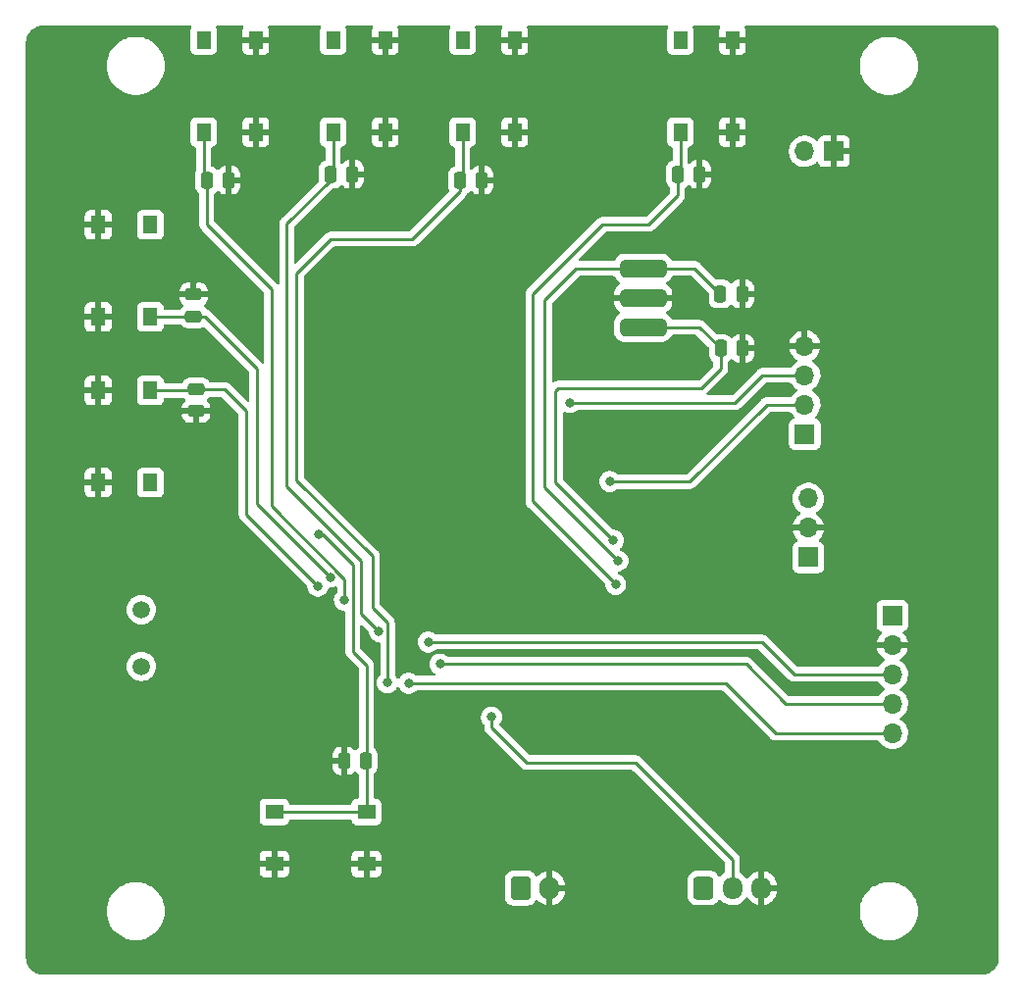
<source format=gbl>
G04 #@! TF.GenerationSoftware,KiCad,Pcbnew,(6.0.1)*
G04 #@! TF.CreationDate,2022-02-13T22:45:20+02:00*
G04 #@! TF.ProjectId,enlarger_timer,656e6c61-7267-4657-925f-74696d65722e,rev?*
G04 #@! TF.SameCoordinates,Original*
G04 #@! TF.FileFunction,Copper,L2,Bot*
G04 #@! TF.FilePolarity,Positive*
%FSLAX46Y46*%
G04 Gerber Fmt 4.6, Leading zero omitted, Abs format (unit mm)*
G04 Created by KiCad (PCBNEW (6.0.1)) date 2022-02-13 22:45:20*
%MOMM*%
%LPD*%
G01*
G04 APERTURE LIST*
G04 Aperture macros list*
%AMRoundRect*
0 Rectangle with rounded corners*
0 $1 Rounding radius*
0 $2 $3 $4 $5 $6 $7 $8 $9 X,Y pos of 4 corners*
0 Add a 4 corners polygon primitive as box body*
4,1,4,$2,$3,$4,$5,$6,$7,$8,$9,$2,$3,0*
0 Add four circle primitives for the rounded corners*
1,1,$1+$1,$2,$3*
1,1,$1+$1,$4,$5*
1,1,$1+$1,$6,$7*
1,1,$1+$1,$8,$9*
0 Add four rect primitives between the rounded corners*
20,1,$1+$1,$2,$3,$4,$5,0*
20,1,$1+$1,$4,$5,$6,$7,0*
20,1,$1+$1,$6,$7,$8,$9,0*
20,1,$1+$1,$8,$9,$2,$3,0*%
G04 Aperture macros list end*
G04 #@! TA.AperFunction,SMDPad,CuDef*
%ADD10RoundRect,0.381000X-1.619000X-0.381000X1.619000X-0.381000X1.619000X0.381000X-1.619000X0.381000X0*%
G04 #@! TD*
G04 #@! TA.AperFunction,SMDPad,CuDef*
%ADD11R,1.300000X1.550000*%
G04 #@! TD*
G04 #@! TA.AperFunction,SMDPad,CuDef*
%ADD12RoundRect,0.250000X-0.475000X0.250000X-0.475000X-0.250000X0.475000X-0.250000X0.475000X0.250000X0*%
G04 #@! TD*
G04 #@! TA.AperFunction,SMDPad,CuDef*
%ADD13RoundRect,0.250000X0.475000X-0.250000X0.475000X0.250000X-0.475000X0.250000X-0.475000X-0.250000X0*%
G04 #@! TD*
G04 #@! TA.AperFunction,ComponentPad*
%ADD14R,1.700000X1.700000*%
G04 #@! TD*
G04 #@! TA.AperFunction,ComponentPad*
%ADD15O,1.700000X1.700000*%
G04 #@! TD*
G04 #@! TA.AperFunction,ComponentPad*
%ADD16C,1.500000*%
G04 #@! TD*
G04 #@! TA.AperFunction,SMDPad,CuDef*
%ADD17R,1.550000X1.300000*%
G04 #@! TD*
G04 #@! TA.AperFunction,ComponentPad*
%ADD18RoundRect,0.250000X-0.600000X-0.750000X0.600000X-0.750000X0.600000X0.750000X-0.600000X0.750000X0*%
G04 #@! TD*
G04 #@! TA.AperFunction,ComponentPad*
%ADD19O,1.700000X2.000000*%
G04 #@! TD*
G04 #@! TA.AperFunction,ComponentPad*
%ADD20RoundRect,0.250000X-0.600000X-0.725000X0.600000X-0.725000X0.600000X0.725000X-0.600000X0.725000X0*%
G04 #@! TD*
G04 #@! TA.AperFunction,ComponentPad*
%ADD21O,1.700000X1.950000*%
G04 #@! TD*
G04 #@! TA.AperFunction,SMDPad,CuDef*
%ADD22RoundRect,0.250000X-0.250000X-0.475000X0.250000X-0.475000X0.250000X0.475000X-0.250000X0.475000X0*%
G04 #@! TD*
G04 #@! TA.AperFunction,SMDPad,CuDef*
%ADD23RoundRect,0.250000X0.250000X0.475000X-0.250000X0.475000X-0.250000X-0.475000X0.250000X-0.475000X0*%
G04 #@! TD*
G04 #@! TA.AperFunction,ViaPad*
%ADD24C,0.800000*%
G04 #@! TD*
G04 #@! TA.AperFunction,Conductor*
%ADD25C,0.250000*%
G04 #@! TD*
G04 APERTURE END LIST*
D10*
X168783000Y-63500000D03*
X168783000Y-68580000D03*
X168783000Y-66040000D03*
D11*
X126252800Y-74025000D03*
X126252800Y-81975000D03*
X121752800Y-81975000D03*
X121752800Y-74025000D03*
X126252800Y-59730000D03*
X126252800Y-67680000D03*
X121752800Y-67680000D03*
X121752800Y-59730000D03*
D12*
X130200400Y-75829200D03*
X130200400Y-73929200D03*
D13*
X129997200Y-67635200D03*
X129997200Y-65735200D03*
D14*
X183054600Y-88443000D03*
D15*
X183054600Y-85903000D03*
X183054600Y-83363000D03*
D14*
X185275000Y-53375000D03*
D15*
X182735000Y-53375000D03*
D16*
X125476000Y-92964000D03*
X125476000Y-97864000D03*
D11*
X153198000Y-51727000D03*
X153198000Y-43777000D03*
X157698000Y-43777000D03*
X157698000Y-51727000D03*
X142022000Y-51727000D03*
X142022000Y-43777000D03*
X146522000Y-43777000D03*
X146522000Y-51727000D03*
X130846000Y-51727000D03*
X130846000Y-43777000D03*
X135346000Y-43777000D03*
X135346000Y-51727000D03*
X171994000Y-51727000D03*
X171994000Y-43777000D03*
X176494000Y-43777000D03*
X176494000Y-51727000D03*
D17*
X144907000Y-114935000D03*
X136957000Y-114935000D03*
X136957000Y-110435000D03*
X144907000Y-110435000D03*
D18*
X158211200Y-117000000D03*
D19*
X160711200Y-117000000D03*
D20*
X174000000Y-117000000D03*
D21*
X176500000Y-117000000D03*
X179000000Y-117000000D03*
D14*
X190303000Y-93477000D03*
D15*
X190303000Y-96017000D03*
X190303000Y-98557000D03*
X190303000Y-101097000D03*
X190303000Y-103637000D03*
D14*
X182745000Y-77807000D03*
D15*
X182745000Y-75267000D03*
X182745000Y-72727000D03*
X182745000Y-70187000D03*
D22*
X152974000Y-55880000D03*
X154874000Y-55880000D03*
X141798000Y-55372000D03*
X143698000Y-55372000D03*
X131130000Y-55880000D03*
X133030000Y-55880000D03*
X171770000Y-55372000D03*
X173670000Y-55372000D03*
D23*
X177378400Y-70408800D03*
X175478400Y-70408800D03*
D22*
X175461000Y-65699400D03*
X177361000Y-65699400D03*
X142966400Y-106019600D03*
X144866400Y-106019600D03*
D24*
X176530000Y-58115200D03*
X142900400Y-99060000D03*
X140766800Y-86461600D03*
X135483600Y-98145600D03*
X166420800Y-90779600D03*
X166624000Y-88747600D03*
X166217600Y-86969600D03*
X162458400Y-75082400D03*
X146710400Y-99263200D03*
X145999200Y-94843600D03*
X143002000Y-92151200D03*
X141782800Y-90151500D03*
X140716000Y-90932000D03*
X165912800Y-81889600D03*
X145669000Y-74422000D03*
X132080000Y-81915000D03*
X168402000Y-77851000D03*
X168402000Y-72517000D03*
X135945900Y-94130800D03*
X133477000Y-90424000D03*
X150241000Y-95758000D03*
X151257000Y-97663000D03*
X148548500Y-99314000D03*
X155702000Y-102235000D03*
X158115000Y-101727000D03*
X164465000Y-101727000D03*
X151765000Y-114935000D03*
D25*
X131130000Y-55880000D02*
X131130000Y-59705200D01*
X131130000Y-59705200D02*
X136702800Y-65278000D01*
X130846000Y-51727000D02*
X130846000Y-55596000D01*
X130846000Y-55596000D02*
X131130000Y-55880000D01*
X141798000Y-55372000D02*
X141798000Y-55864800D01*
X141798000Y-55864800D02*
X138023600Y-59639200D01*
X142022000Y-51727000D02*
X142022000Y-55148000D01*
X142022000Y-55148000D02*
X141798000Y-55372000D01*
X152974000Y-56830000D02*
X148844000Y-60960000D01*
X152974000Y-55880000D02*
X152974000Y-56830000D01*
X148844000Y-60960000D02*
X141848800Y-60960000D01*
X141848800Y-60960000D02*
X138887200Y-63921600D01*
X153198000Y-51727000D02*
X153198000Y-55656000D01*
X153198000Y-55656000D02*
X152974000Y-55880000D01*
X171770000Y-55372000D02*
X171994000Y-55148000D01*
X171994000Y-55148000D02*
X171994000Y-51727000D01*
X166420800Y-90779600D02*
X159258000Y-83616800D01*
X159258000Y-83616800D02*
X159258000Y-65735200D01*
X159258000Y-65735200D02*
X165303200Y-59690000D01*
X165303200Y-59690000D02*
X169265600Y-59690000D01*
X169265600Y-59690000D02*
X171770000Y-57185600D01*
X171770000Y-57185600D02*
X171770000Y-55372000D01*
X176500000Y-117000000D02*
X176500000Y-114524000D01*
X168148000Y-106172000D02*
X158750000Y-106172000D01*
X176500000Y-114524000D02*
X168148000Y-106172000D01*
X158750000Y-106172000D02*
X155702000Y-103124000D01*
X155702000Y-103124000D02*
X155702000Y-102235000D01*
X141122400Y-86461600D02*
X140766800Y-86461600D01*
X141224000Y-86563200D02*
X141122400Y-86461600D01*
X136702800Y-65278000D02*
X136702800Y-84023200D01*
X136702800Y-84023200D02*
X143002000Y-90322400D01*
X143002000Y-90322400D02*
X143002000Y-92151200D01*
X143726511Y-89065711D02*
X141224000Y-86563200D01*
X143726511Y-96600897D02*
X143726511Y-89065711D01*
X144907000Y-97781386D02*
X143726511Y-96600897D01*
X144907000Y-110435000D02*
X144907000Y-97781386D01*
X166624000Y-88747600D02*
X160274000Y-82397600D01*
X160274000Y-82397600D02*
X160274000Y-66243200D01*
X160274000Y-66243200D02*
X163017200Y-63500000D01*
X163017200Y-63500000D02*
X168783000Y-63500000D01*
X161239200Y-81991200D02*
X161239200Y-74066400D01*
X166217600Y-86969600D02*
X161239200Y-81991200D01*
X161239200Y-74066400D02*
X161493200Y-73812400D01*
X161493200Y-73812400D02*
X173837600Y-73812400D01*
X162458400Y-75082400D02*
X176733200Y-75082400D01*
X176733200Y-75082400D02*
X179088600Y-72727000D01*
X179088600Y-72727000D02*
X182745000Y-72727000D01*
X175478400Y-70408800D02*
X175478400Y-72171600D01*
X175478400Y-72171600D02*
X173837600Y-73812400D01*
X168783000Y-68580000D02*
X173649600Y-68580000D01*
X173649600Y-68580000D02*
X175478400Y-70408800D01*
X168783000Y-63500000D02*
X173261600Y-63500000D01*
X173261600Y-63500000D02*
X175461000Y-65699400D01*
X145440400Y-88341200D02*
X138887200Y-81788000D01*
X145440400Y-92811600D02*
X145440400Y-88341200D01*
X138887200Y-81788000D02*
X138887200Y-63921600D01*
X146710400Y-99263200D02*
X146723711Y-99249889D01*
X146723711Y-99249889D02*
X146723711Y-94094911D01*
X146723711Y-94094911D02*
X145440400Y-92811600D01*
X144475200Y-88747600D02*
X138023600Y-82296000D01*
X145999200Y-94843600D02*
X144475200Y-93319600D01*
X144475200Y-93319600D02*
X144475200Y-88747600D01*
X138023600Y-82296000D02*
X138023600Y-59639200D01*
X135432800Y-83801500D02*
X135432800Y-72136000D01*
X141782800Y-90151500D02*
X135432800Y-83801500D01*
X135432800Y-72136000D02*
X130932000Y-67635200D01*
X130932000Y-67635200D02*
X129997200Y-67635200D01*
X134518400Y-84734400D02*
X140716000Y-90932000D01*
X134518400Y-75793600D02*
X134518400Y-84734400D01*
X130200400Y-73929200D02*
X132654000Y-73929200D01*
X132654000Y-73929200D02*
X134518400Y-75793600D01*
X126252800Y-67680000D02*
X129952400Y-67680000D01*
X129952400Y-67680000D02*
X129997200Y-67635200D01*
X130104600Y-74025000D02*
X126252800Y-74025000D01*
X165912800Y-81889600D02*
X172821600Y-81889600D01*
X172821600Y-81889600D02*
X179444200Y-75267000D01*
X179444200Y-75267000D02*
X182745000Y-75267000D01*
X179070000Y-95758000D02*
X150241000Y-95758000D01*
X190303000Y-98557000D02*
X181869000Y-98557000D01*
X181869000Y-98557000D02*
X179070000Y-95758000D01*
X151257000Y-97663000D02*
X177673000Y-97663000D01*
X177673000Y-97663000D02*
X181107000Y-101097000D01*
X181107000Y-101097000D02*
X190303000Y-101097000D01*
X175895000Y-99314000D02*
X148548500Y-99314000D01*
X177165000Y-100584000D02*
X175895000Y-99314000D01*
X190303000Y-103637000D02*
X180218000Y-103637000D01*
X180218000Y-103637000D02*
X177165000Y-100584000D01*
X144907000Y-114935000D02*
X136957000Y-114935000D01*
X144907000Y-110435000D02*
X136957000Y-110435000D01*
G04 #@! TA.AperFunction,Conductor*
G36*
X129746953Y-42528002D02*
G01*
X129793446Y-42581658D01*
X129803550Y-42651932D01*
X129779658Y-42709564D01*
X129745385Y-42755295D01*
X129694255Y-42891684D01*
X129687500Y-42953866D01*
X129687500Y-44600134D01*
X129694255Y-44662316D01*
X129745385Y-44798705D01*
X129832739Y-44915261D01*
X129949295Y-45002615D01*
X130085684Y-45053745D01*
X130147866Y-45060500D01*
X131544134Y-45060500D01*
X131606316Y-45053745D01*
X131742705Y-45002615D01*
X131859261Y-44915261D01*
X131946615Y-44798705D01*
X131997745Y-44662316D01*
X132004500Y-44600134D01*
X132004500Y-44596669D01*
X134188001Y-44596669D01*
X134188371Y-44603490D01*
X134193895Y-44654352D01*
X134197521Y-44669604D01*
X134242676Y-44790054D01*
X134251214Y-44805649D01*
X134327715Y-44907724D01*
X134340276Y-44920285D01*
X134442351Y-44996786D01*
X134457946Y-45005324D01*
X134578394Y-45050478D01*
X134593649Y-45054105D01*
X134644514Y-45059631D01*
X134651328Y-45060000D01*
X135073885Y-45060000D01*
X135089124Y-45055525D01*
X135090329Y-45054135D01*
X135092000Y-45046452D01*
X135092000Y-45041884D01*
X135600000Y-45041884D01*
X135604475Y-45057123D01*
X135605865Y-45058328D01*
X135613548Y-45059999D01*
X136040669Y-45059999D01*
X136047490Y-45059629D01*
X136098352Y-45054105D01*
X136113604Y-45050479D01*
X136234054Y-45005324D01*
X136249649Y-44996786D01*
X136351724Y-44920285D01*
X136364285Y-44907724D01*
X136440786Y-44805649D01*
X136449324Y-44790054D01*
X136494478Y-44669606D01*
X136498105Y-44654351D01*
X136503631Y-44603486D01*
X136504000Y-44596672D01*
X136504000Y-44049115D01*
X136499525Y-44033876D01*
X136498135Y-44032671D01*
X136490452Y-44031000D01*
X135618115Y-44031000D01*
X135602876Y-44035475D01*
X135601671Y-44036865D01*
X135600000Y-44044548D01*
X135600000Y-45041884D01*
X135092000Y-45041884D01*
X135092000Y-44049115D01*
X135087525Y-44033876D01*
X135086135Y-44032671D01*
X135078452Y-44031000D01*
X134206116Y-44031000D01*
X134190877Y-44035475D01*
X134189672Y-44036865D01*
X134188001Y-44044548D01*
X134188001Y-44596669D01*
X132004500Y-44596669D01*
X132004500Y-42953866D01*
X131997745Y-42891684D01*
X131946615Y-42755295D01*
X131912342Y-42709564D01*
X131887494Y-42643059D01*
X131902547Y-42573677D01*
X131952721Y-42523446D01*
X132013168Y-42508000D01*
X134179457Y-42508000D01*
X134247578Y-42528002D01*
X134294071Y-42581658D01*
X134304175Y-42651932D01*
X134280283Y-42709565D01*
X134251214Y-42748352D01*
X134242676Y-42763946D01*
X134197522Y-42884394D01*
X134193895Y-42899649D01*
X134188369Y-42950514D01*
X134188000Y-42957328D01*
X134188000Y-43504885D01*
X134192475Y-43520124D01*
X134193865Y-43521329D01*
X134201548Y-43523000D01*
X136485884Y-43523000D01*
X136501123Y-43518525D01*
X136502328Y-43517135D01*
X136503999Y-43509452D01*
X136503999Y-42957331D01*
X136503629Y-42950510D01*
X136498105Y-42899648D01*
X136494479Y-42884396D01*
X136449324Y-42763946D01*
X136440786Y-42748352D01*
X136411717Y-42709565D01*
X136386869Y-42643059D01*
X136401922Y-42573676D01*
X136452096Y-42523446D01*
X136512543Y-42508000D01*
X140854832Y-42508000D01*
X140922953Y-42528002D01*
X140969446Y-42581658D01*
X140979550Y-42651932D01*
X140955658Y-42709564D01*
X140921385Y-42755295D01*
X140870255Y-42891684D01*
X140863500Y-42953866D01*
X140863500Y-44600134D01*
X140870255Y-44662316D01*
X140921385Y-44798705D01*
X141008739Y-44915261D01*
X141125295Y-45002615D01*
X141261684Y-45053745D01*
X141323866Y-45060500D01*
X142720134Y-45060500D01*
X142782316Y-45053745D01*
X142918705Y-45002615D01*
X143035261Y-44915261D01*
X143122615Y-44798705D01*
X143173745Y-44662316D01*
X143180500Y-44600134D01*
X143180500Y-44596669D01*
X145364001Y-44596669D01*
X145364371Y-44603490D01*
X145369895Y-44654352D01*
X145373521Y-44669604D01*
X145418676Y-44790054D01*
X145427214Y-44805649D01*
X145503715Y-44907724D01*
X145516276Y-44920285D01*
X145618351Y-44996786D01*
X145633946Y-45005324D01*
X145754394Y-45050478D01*
X145769649Y-45054105D01*
X145820514Y-45059631D01*
X145827328Y-45060000D01*
X146249885Y-45060000D01*
X146265124Y-45055525D01*
X146266329Y-45054135D01*
X146268000Y-45046452D01*
X146268000Y-45041884D01*
X146776000Y-45041884D01*
X146780475Y-45057123D01*
X146781865Y-45058328D01*
X146789548Y-45059999D01*
X147216669Y-45059999D01*
X147223490Y-45059629D01*
X147274352Y-45054105D01*
X147289604Y-45050479D01*
X147410054Y-45005324D01*
X147425649Y-44996786D01*
X147527724Y-44920285D01*
X147540285Y-44907724D01*
X147616786Y-44805649D01*
X147625324Y-44790054D01*
X147670478Y-44669606D01*
X147674105Y-44654351D01*
X147679631Y-44603486D01*
X147680000Y-44596672D01*
X147680000Y-44049115D01*
X147675525Y-44033876D01*
X147674135Y-44032671D01*
X147666452Y-44031000D01*
X146794115Y-44031000D01*
X146778876Y-44035475D01*
X146777671Y-44036865D01*
X146776000Y-44044548D01*
X146776000Y-45041884D01*
X146268000Y-45041884D01*
X146268000Y-44049115D01*
X146263525Y-44033876D01*
X146262135Y-44032671D01*
X146254452Y-44031000D01*
X145382116Y-44031000D01*
X145366877Y-44035475D01*
X145365672Y-44036865D01*
X145364001Y-44044548D01*
X145364001Y-44596669D01*
X143180500Y-44596669D01*
X143180500Y-42953866D01*
X143173745Y-42891684D01*
X143122615Y-42755295D01*
X143088342Y-42709564D01*
X143063494Y-42643059D01*
X143078547Y-42573677D01*
X143128721Y-42523446D01*
X143189168Y-42508000D01*
X145355457Y-42508000D01*
X145423578Y-42528002D01*
X145470071Y-42581658D01*
X145480175Y-42651932D01*
X145456283Y-42709565D01*
X145427214Y-42748352D01*
X145418676Y-42763946D01*
X145373522Y-42884394D01*
X145369895Y-42899649D01*
X145364369Y-42950514D01*
X145364000Y-42957328D01*
X145364000Y-43504885D01*
X145368475Y-43520124D01*
X145369865Y-43521329D01*
X145377548Y-43523000D01*
X147661884Y-43523000D01*
X147677123Y-43518525D01*
X147678328Y-43517135D01*
X147679999Y-43509452D01*
X147679999Y-42957331D01*
X147679629Y-42950510D01*
X147674105Y-42899648D01*
X147670479Y-42884396D01*
X147625324Y-42763946D01*
X147616786Y-42748352D01*
X147587717Y-42709565D01*
X147562869Y-42643059D01*
X147577922Y-42573676D01*
X147628096Y-42523446D01*
X147688543Y-42508000D01*
X152030832Y-42508000D01*
X152098953Y-42528002D01*
X152145446Y-42581658D01*
X152155550Y-42651932D01*
X152131658Y-42709564D01*
X152097385Y-42755295D01*
X152046255Y-42891684D01*
X152039500Y-42953866D01*
X152039500Y-44600134D01*
X152046255Y-44662316D01*
X152097385Y-44798705D01*
X152184739Y-44915261D01*
X152301295Y-45002615D01*
X152437684Y-45053745D01*
X152499866Y-45060500D01*
X153896134Y-45060500D01*
X153958316Y-45053745D01*
X154094705Y-45002615D01*
X154211261Y-44915261D01*
X154298615Y-44798705D01*
X154349745Y-44662316D01*
X154356500Y-44600134D01*
X154356500Y-44596669D01*
X156540001Y-44596669D01*
X156540371Y-44603490D01*
X156545895Y-44654352D01*
X156549521Y-44669604D01*
X156594676Y-44790054D01*
X156603214Y-44805649D01*
X156679715Y-44907724D01*
X156692276Y-44920285D01*
X156794351Y-44996786D01*
X156809946Y-45005324D01*
X156930394Y-45050478D01*
X156945649Y-45054105D01*
X156996514Y-45059631D01*
X157003328Y-45060000D01*
X157425885Y-45060000D01*
X157441124Y-45055525D01*
X157442329Y-45054135D01*
X157444000Y-45046452D01*
X157444000Y-45041884D01*
X157952000Y-45041884D01*
X157956475Y-45057123D01*
X157957865Y-45058328D01*
X157965548Y-45059999D01*
X158392669Y-45059999D01*
X158399490Y-45059629D01*
X158450352Y-45054105D01*
X158465604Y-45050479D01*
X158586054Y-45005324D01*
X158601649Y-44996786D01*
X158703724Y-44920285D01*
X158716285Y-44907724D01*
X158792786Y-44805649D01*
X158801324Y-44790054D01*
X158846478Y-44669606D01*
X158850105Y-44654351D01*
X158855631Y-44603486D01*
X158856000Y-44596672D01*
X158856000Y-44049115D01*
X158851525Y-44033876D01*
X158850135Y-44032671D01*
X158842452Y-44031000D01*
X157970115Y-44031000D01*
X157954876Y-44035475D01*
X157953671Y-44036865D01*
X157952000Y-44044548D01*
X157952000Y-45041884D01*
X157444000Y-45041884D01*
X157444000Y-44049115D01*
X157439525Y-44033876D01*
X157438135Y-44032671D01*
X157430452Y-44031000D01*
X156558116Y-44031000D01*
X156542877Y-44035475D01*
X156541672Y-44036865D01*
X156540001Y-44044548D01*
X156540001Y-44596669D01*
X154356500Y-44596669D01*
X154356500Y-42953866D01*
X154349745Y-42891684D01*
X154298615Y-42755295D01*
X154264342Y-42709564D01*
X154239494Y-42643059D01*
X154254547Y-42573677D01*
X154304721Y-42523446D01*
X154365168Y-42508000D01*
X156531457Y-42508000D01*
X156599578Y-42528002D01*
X156646071Y-42581658D01*
X156656175Y-42651932D01*
X156632283Y-42709565D01*
X156603214Y-42748352D01*
X156594676Y-42763946D01*
X156549522Y-42884394D01*
X156545895Y-42899649D01*
X156540369Y-42950514D01*
X156540000Y-42957328D01*
X156540000Y-43504885D01*
X156544475Y-43520124D01*
X156545865Y-43521329D01*
X156553548Y-43523000D01*
X158837884Y-43523000D01*
X158853123Y-43518525D01*
X158854328Y-43517135D01*
X158855999Y-43509452D01*
X158855999Y-42957331D01*
X158855629Y-42950510D01*
X158850105Y-42899648D01*
X158846479Y-42884396D01*
X158801324Y-42763946D01*
X158792786Y-42748352D01*
X158763717Y-42709565D01*
X158738869Y-42643059D01*
X158753922Y-42573676D01*
X158804096Y-42523446D01*
X158864543Y-42508000D01*
X170826832Y-42508000D01*
X170894953Y-42528002D01*
X170941446Y-42581658D01*
X170951550Y-42651932D01*
X170927658Y-42709564D01*
X170893385Y-42755295D01*
X170842255Y-42891684D01*
X170835500Y-42953866D01*
X170835500Y-44600134D01*
X170842255Y-44662316D01*
X170893385Y-44798705D01*
X170980739Y-44915261D01*
X171097295Y-45002615D01*
X171233684Y-45053745D01*
X171295866Y-45060500D01*
X172692134Y-45060500D01*
X172754316Y-45053745D01*
X172890705Y-45002615D01*
X173007261Y-44915261D01*
X173094615Y-44798705D01*
X173145745Y-44662316D01*
X173152500Y-44600134D01*
X173152500Y-44596669D01*
X175336001Y-44596669D01*
X175336371Y-44603490D01*
X175341895Y-44654352D01*
X175345521Y-44669604D01*
X175390676Y-44790054D01*
X175399214Y-44805649D01*
X175475715Y-44907724D01*
X175488276Y-44920285D01*
X175590351Y-44996786D01*
X175605946Y-45005324D01*
X175726394Y-45050478D01*
X175741649Y-45054105D01*
X175792514Y-45059631D01*
X175799328Y-45060000D01*
X176221885Y-45060000D01*
X176237124Y-45055525D01*
X176238329Y-45054135D01*
X176240000Y-45046452D01*
X176240000Y-45041884D01*
X176748000Y-45041884D01*
X176752475Y-45057123D01*
X176753865Y-45058328D01*
X176761548Y-45059999D01*
X177188669Y-45059999D01*
X177195490Y-45059629D01*
X177246352Y-45054105D01*
X177261604Y-45050479D01*
X177382054Y-45005324D01*
X177397649Y-44996786D01*
X177499724Y-44920285D01*
X177512285Y-44907724D01*
X177588786Y-44805649D01*
X177597324Y-44790054D01*
X177642478Y-44669606D01*
X177646105Y-44654351D01*
X177651631Y-44603486D01*
X177652000Y-44596672D01*
X177652000Y-44049115D01*
X177647525Y-44033876D01*
X177646135Y-44032671D01*
X177638452Y-44031000D01*
X176766115Y-44031000D01*
X176750876Y-44035475D01*
X176749671Y-44036865D01*
X176748000Y-44044548D01*
X176748000Y-45041884D01*
X176240000Y-45041884D01*
X176240000Y-44049115D01*
X176235525Y-44033876D01*
X176234135Y-44032671D01*
X176226452Y-44031000D01*
X175354116Y-44031000D01*
X175338877Y-44035475D01*
X175337672Y-44036865D01*
X175336001Y-44044548D01*
X175336001Y-44596669D01*
X173152500Y-44596669D01*
X173152500Y-42953866D01*
X173145745Y-42891684D01*
X173094615Y-42755295D01*
X173060342Y-42709564D01*
X173035494Y-42643059D01*
X173050547Y-42573677D01*
X173100721Y-42523446D01*
X173161168Y-42508000D01*
X175327457Y-42508000D01*
X175395578Y-42528002D01*
X175442071Y-42581658D01*
X175452175Y-42651932D01*
X175428283Y-42709565D01*
X175399214Y-42748352D01*
X175390676Y-42763946D01*
X175345522Y-42884394D01*
X175341895Y-42899649D01*
X175336369Y-42950514D01*
X175336000Y-42957328D01*
X175336000Y-43504885D01*
X175340475Y-43520124D01*
X175341865Y-43521329D01*
X175349548Y-43523000D01*
X177633884Y-43523000D01*
X177649123Y-43518525D01*
X177650328Y-43517135D01*
X177651999Y-43509452D01*
X177651999Y-42957331D01*
X177651629Y-42950510D01*
X177646105Y-42899648D01*
X177642479Y-42884396D01*
X177597324Y-42763946D01*
X177588786Y-42748352D01*
X177559717Y-42709565D01*
X177534869Y-42643059D01*
X177549922Y-42573676D01*
X177600096Y-42523446D01*
X177660543Y-42508000D01*
X198950673Y-42508000D01*
X198970057Y-42509500D01*
X198984858Y-42511805D01*
X198984862Y-42511805D01*
X198993731Y-42513186D01*
X199002633Y-42512022D01*
X199002637Y-42512022D01*
X199002733Y-42512009D01*
X199033170Y-42511738D01*
X199095375Y-42518746D01*
X199122882Y-42525024D01*
X199198216Y-42551385D01*
X199200071Y-42552034D01*
X199225491Y-42564276D01*
X199294738Y-42607787D01*
X199316797Y-42625379D01*
X199374621Y-42683203D01*
X199392213Y-42705262D01*
X199435724Y-42774509D01*
X199447966Y-42799930D01*
X199474975Y-42877117D01*
X199481254Y-42904624D01*
X199487193Y-42957328D01*
X199487522Y-42960251D01*
X199488305Y-42975897D01*
X199488196Y-42984855D01*
X199486814Y-42993729D01*
X199489274Y-43012540D01*
X199490936Y-43025250D01*
X199492000Y-43041588D01*
X199492000Y-122950672D01*
X199490500Y-122970056D01*
X199486814Y-122993730D01*
X199487978Y-123002632D01*
X199487978Y-123002634D01*
X199488805Y-123008959D01*
X199489548Y-123034287D01*
X199477457Y-123203343D01*
X199474899Y-123221137D01*
X199433480Y-123411538D01*
X199428414Y-123428788D01*
X199360318Y-123611358D01*
X199352851Y-123627710D01*
X199259469Y-123798729D01*
X199249752Y-123813848D01*
X199192016Y-123890975D01*
X199132977Y-123969842D01*
X199121204Y-123983428D01*
X198983428Y-124121204D01*
X198969841Y-124132977D01*
X198813848Y-124249752D01*
X198798734Y-124259466D01*
X198693020Y-124317190D01*
X198627710Y-124352851D01*
X198611358Y-124360318D01*
X198428788Y-124428414D01*
X198411540Y-124433479D01*
X198248022Y-124469051D01*
X198221137Y-124474899D01*
X198203342Y-124477457D01*
X198154443Y-124480954D01*
X198041369Y-124489041D01*
X198023467Y-124488297D01*
X198015142Y-124488195D01*
X198006270Y-124486814D01*
X197997368Y-124487978D01*
X197997365Y-124487978D01*
X197974749Y-124490936D01*
X197958411Y-124492000D01*
X117049328Y-124492000D01*
X117029943Y-124490500D01*
X117029661Y-124490456D01*
X117027117Y-124490060D01*
X117015141Y-124488195D01*
X117015139Y-124488195D01*
X117006270Y-124486814D01*
X116997368Y-124487978D01*
X116997366Y-124487978D01*
X116991041Y-124488805D01*
X116965718Y-124489548D01*
X116796657Y-124477457D01*
X116778863Y-124474899D01*
X116751978Y-124469051D01*
X116588460Y-124433479D01*
X116571212Y-124428414D01*
X116388642Y-124360318D01*
X116372290Y-124352851D01*
X116306980Y-124317190D01*
X116201266Y-124259466D01*
X116186152Y-124249752D01*
X116030159Y-124132977D01*
X116016572Y-124121204D01*
X115878796Y-123983428D01*
X115867023Y-123969842D01*
X115807984Y-123890975D01*
X115750248Y-123813848D01*
X115740531Y-123798729D01*
X115647149Y-123627710D01*
X115639682Y-123611358D01*
X115571586Y-123428788D01*
X115566520Y-123411538D01*
X115525101Y-123221137D01*
X115522543Y-123203342D01*
X115510959Y-123041371D01*
X115511703Y-123023467D01*
X115511805Y-123015142D01*
X115513186Y-123006270D01*
X115511547Y-122993730D01*
X115509064Y-122974749D01*
X115508000Y-122958411D01*
X115508000Y-119000000D01*
X122487041Y-119000000D01*
X122506856Y-119314957D01*
X122565990Y-119624947D01*
X122663510Y-119925082D01*
X122665197Y-119928668D01*
X122665199Y-119928672D01*
X122796189Y-120207041D01*
X122796193Y-120207048D01*
X122797877Y-120210627D01*
X122966973Y-120477080D01*
X123168132Y-120720239D01*
X123398180Y-120936268D01*
X123653489Y-121121761D01*
X123930034Y-121273793D01*
X124089638Y-121336985D01*
X124219770Y-121388508D01*
X124219773Y-121388509D01*
X124223453Y-121389966D01*
X124227292Y-121390952D01*
X124227296Y-121390953D01*
X124369384Y-121427435D01*
X124529118Y-121468448D01*
X124533046Y-121468944D01*
X124533050Y-121468945D01*
X124685664Y-121488224D01*
X124842210Y-121508000D01*
X125157790Y-121508000D01*
X125314336Y-121488224D01*
X125466950Y-121468945D01*
X125466954Y-121468944D01*
X125470882Y-121468448D01*
X125630616Y-121427435D01*
X125772704Y-121390953D01*
X125772708Y-121390952D01*
X125776547Y-121389966D01*
X125780227Y-121388509D01*
X125780230Y-121388508D01*
X125910362Y-121336985D01*
X126069966Y-121273793D01*
X126346511Y-121121761D01*
X126601820Y-120936268D01*
X126831868Y-120720239D01*
X127033027Y-120477080D01*
X127202123Y-120210627D01*
X127203807Y-120207048D01*
X127203811Y-120207041D01*
X127334801Y-119928672D01*
X127334803Y-119928668D01*
X127336490Y-119925082D01*
X127434010Y-119624947D01*
X127493144Y-119314957D01*
X127512959Y-119000000D01*
X187487041Y-119000000D01*
X187506856Y-119314957D01*
X187565990Y-119624947D01*
X187663510Y-119925082D01*
X187665197Y-119928668D01*
X187665199Y-119928672D01*
X187796189Y-120207041D01*
X187796193Y-120207048D01*
X187797877Y-120210627D01*
X187966973Y-120477080D01*
X188168132Y-120720239D01*
X188398180Y-120936268D01*
X188653489Y-121121761D01*
X188930034Y-121273793D01*
X189089638Y-121336985D01*
X189219770Y-121388508D01*
X189219773Y-121388509D01*
X189223453Y-121389966D01*
X189227292Y-121390952D01*
X189227296Y-121390953D01*
X189369384Y-121427435D01*
X189529118Y-121468448D01*
X189533046Y-121468944D01*
X189533050Y-121468945D01*
X189685664Y-121488224D01*
X189842210Y-121508000D01*
X190157790Y-121508000D01*
X190314336Y-121488224D01*
X190466950Y-121468945D01*
X190466954Y-121468944D01*
X190470882Y-121468448D01*
X190630616Y-121427435D01*
X190772704Y-121390953D01*
X190772708Y-121390952D01*
X190776547Y-121389966D01*
X190780227Y-121388509D01*
X190780230Y-121388508D01*
X190910362Y-121336985D01*
X191069966Y-121273793D01*
X191346511Y-121121761D01*
X191601820Y-120936268D01*
X191831868Y-120720239D01*
X192033027Y-120477080D01*
X192202123Y-120210627D01*
X192203807Y-120207048D01*
X192203811Y-120207041D01*
X192334801Y-119928672D01*
X192334803Y-119928668D01*
X192336490Y-119925082D01*
X192434010Y-119624947D01*
X192493144Y-119314957D01*
X192512959Y-119000000D01*
X192493144Y-118685043D01*
X192434010Y-118375053D01*
X192341281Y-118089663D01*
X192337716Y-118078691D01*
X192337716Y-118078690D01*
X192336490Y-118074918D01*
X192329966Y-118061054D01*
X192203811Y-117792959D01*
X192203807Y-117792952D01*
X192202123Y-117789373D01*
X192193256Y-117775400D01*
X192140109Y-117691654D01*
X192033027Y-117522920D01*
X191831868Y-117279761D01*
X191818863Y-117267548D01*
X191604707Y-117066443D01*
X191604706Y-117066442D01*
X191601820Y-117063732D01*
X191346511Y-116878239D01*
X191235318Y-116817110D01*
X191073428Y-116728110D01*
X191073425Y-116728109D01*
X191069966Y-116726207D01*
X190816052Y-116625675D01*
X190780230Y-116611492D01*
X190780227Y-116611491D01*
X190776547Y-116610034D01*
X190772708Y-116609048D01*
X190772704Y-116609047D01*
X190630616Y-116572565D01*
X190470882Y-116531552D01*
X190466954Y-116531056D01*
X190466950Y-116531055D01*
X190314336Y-116511776D01*
X190157790Y-116492000D01*
X189842210Y-116492000D01*
X189685664Y-116511776D01*
X189533050Y-116531055D01*
X189533046Y-116531056D01*
X189529118Y-116531552D01*
X189369384Y-116572565D01*
X189227296Y-116609047D01*
X189227292Y-116609048D01*
X189223453Y-116610034D01*
X189219773Y-116611491D01*
X189219770Y-116611492D01*
X189183948Y-116625675D01*
X188930034Y-116726207D01*
X188926575Y-116728109D01*
X188926572Y-116728110D01*
X188764682Y-116817110D01*
X188653489Y-116878239D01*
X188398180Y-117063732D01*
X188395294Y-117066442D01*
X188395293Y-117066443D01*
X188181138Y-117267548D01*
X188168132Y-117279761D01*
X187966973Y-117522920D01*
X187859891Y-117691654D01*
X187806745Y-117775400D01*
X187797877Y-117789373D01*
X187796193Y-117792952D01*
X187796189Y-117792959D01*
X187670034Y-118061054D01*
X187663510Y-118074918D01*
X187662284Y-118078690D01*
X187662284Y-118078691D01*
X187658719Y-118089663D01*
X187565990Y-118375053D01*
X187506856Y-118685043D01*
X187489334Y-118963547D01*
X187487041Y-119000000D01*
X127512959Y-119000000D01*
X127493144Y-118685043D01*
X127434010Y-118375053D01*
X127341281Y-118089663D01*
X127337716Y-118078691D01*
X127337716Y-118078690D01*
X127336490Y-118074918D01*
X127329966Y-118061054D01*
X127207312Y-117800400D01*
X156852700Y-117800400D01*
X156853037Y-117803646D01*
X156853037Y-117803650D01*
X156862267Y-117892602D01*
X156863674Y-117906166D01*
X156865855Y-117912702D01*
X156865855Y-117912704D01*
X156892892Y-117993744D01*
X156919650Y-118073946D01*
X157012722Y-118224348D01*
X157017904Y-118229521D01*
X157068612Y-118280141D01*
X157137897Y-118349305D01*
X157144127Y-118353145D01*
X157144128Y-118353146D01*
X157281290Y-118437694D01*
X157288462Y-118442115D01*
X157334268Y-118457308D01*
X157449811Y-118495632D01*
X157449813Y-118495632D01*
X157456339Y-118497797D01*
X157463175Y-118498497D01*
X157463178Y-118498498D01*
X157506231Y-118502909D01*
X157560800Y-118508500D01*
X158861600Y-118508500D01*
X158864846Y-118508163D01*
X158864850Y-118508163D01*
X158960508Y-118498238D01*
X158960512Y-118498237D01*
X158967366Y-118497526D01*
X158973902Y-118495345D01*
X158973904Y-118495345D01*
X159106006Y-118451272D01*
X159135146Y-118441550D01*
X159285548Y-118348478D01*
X159410505Y-118223303D01*
X159422083Y-118204521D01*
X159499441Y-118079023D01*
X159500553Y-118077220D01*
X159553324Y-118029727D01*
X159623396Y-118018303D01*
X159688520Y-118046577D01*
X159698982Y-118056364D01*
X159804434Y-118166906D01*
X159812386Y-118173941D01*
X159988725Y-118305141D01*
X159997762Y-118310745D01*
X160193684Y-118410357D01*
X160203535Y-118414357D01*
X160413440Y-118479534D01*
X160423824Y-118481817D01*
X160439243Y-118483861D01*
X160453407Y-118481665D01*
X160457200Y-118468478D01*
X160457200Y-118466192D01*
X160965200Y-118466192D01*
X160969173Y-118479723D01*
X160979780Y-118481248D01*
X161097621Y-118456523D01*
X161107817Y-118453463D01*
X161312229Y-118372737D01*
X161321761Y-118368006D01*
X161509662Y-118253984D01*
X161518252Y-118247720D01*
X161684252Y-118103673D01*
X161691672Y-118096042D01*
X161831026Y-117926089D01*
X161837050Y-117917322D01*
X161945776Y-117726318D01*
X161950241Y-117716654D01*
X162025231Y-117510059D01*
X162028002Y-117499792D01*
X162067323Y-117282345D01*
X162068256Y-117274116D01*
X162068468Y-117269624D01*
X162064725Y-117256876D01*
X162063335Y-117255671D01*
X162055652Y-117254000D01*
X160983315Y-117254000D01*
X160968076Y-117258475D01*
X160966871Y-117259865D01*
X160965200Y-117267548D01*
X160965200Y-118466192D01*
X160457200Y-118466192D01*
X160457200Y-116727885D01*
X160965200Y-116727885D01*
X160969675Y-116743124D01*
X160971065Y-116744329D01*
X160978748Y-116746000D01*
X162047170Y-116746000D01*
X162061848Y-116741690D01*
X162063911Y-116729807D01*
X162055076Y-116625675D01*
X162053286Y-116615203D01*
X161998070Y-116402465D01*
X161994535Y-116392425D01*
X161904263Y-116192030D01*
X161899094Y-116182744D01*
X161776350Y-116000425D01*
X161769681Y-115992130D01*
X161617972Y-115833100D01*
X161610014Y-115826059D01*
X161433675Y-115694859D01*
X161424638Y-115689255D01*
X161228716Y-115589643D01*
X161218865Y-115585643D01*
X161008960Y-115520466D01*
X160998576Y-115518183D01*
X160983157Y-115516139D01*
X160968993Y-115518335D01*
X160965200Y-115531522D01*
X160965200Y-116727885D01*
X160457200Y-116727885D01*
X160457200Y-115533808D01*
X160453227Y-115520277D01*
X160442620Y-115518752D01*
X160324779Y-115543477D01*
X160314583Y-115546537D01*
X160110171Y-115627263D01*
X160100639Y-115631994D01*
X159912738Y-115746016D01*
X159904148Y-115752280D01*
X159738148Y-115896327D01*
X159730730Y-115903956D01*
X159704809Y-115935569D01*
X159646149Y-115975564D01*
X159575179Y-115977496D01*
X159514430Y-115940752D01*
X159500230Y-115921982D01*
X159425149Y-115800652D01*
X159409678Y-115775652D01*
X159284503Y-115650695D01*
X159278272Y-115646854D01*
X159140168Y-115561725D01*
X159140166Y-115561724D01*
X159133938Y-115557885D01*
X159014698Y-115518335D01*
X158972589Y-115504368D01*
X158972587Y-115504368D01*
X158966061Y-115502203D01*
X158959225Y-115501503D01*
X158959222Y-115501502D01*
X158916169Y-115497091D01*
X158861600Y-115491500D01*
X157560800Y-115491500D01*
X157557554Y-115491837D01*
X157557550Y-115491837D01*
X157461892Y-115501762D01*
X157461888Y-115501763D01*
X157455034Y-115502474D01*
X157448498Y-115504655D01*
X157448496Y-115504655D01*
X157316394Y-115548728D01*
X157287254Y-115558450D01*
X157136852Y-115651522D01*
X157011895Y-115776697D01*
X157008055Y-115782927D01*
X157008054Y-115782928D01*
X156938154Y-115896327D01*
X156919085Y-115927262D01*
X156911194Y-115951054D01*
X156882248Y-116038324D01*
X156863403Y-116095139D01*
X156862703Y-116101975D01*
X156862702Y-116101978D01*
X156860141Y-116126978D01*
X156852700Y-116199600D01*
X156852700Y-117800400D01*
X127207312Y-117800400D01*
X127203811Y-117792959D01*
X127203807Y-117792952D01*
X127202123Y-117789373D01*
X127193256Y-117775400D01*
X127140109Y-117691654D01*
X127033027Y-117522920D01*
X126831868Y-117279761D01*
X126818863Y-117267548D01*
X126604707Y-117066443D01*
X126604706Y-117066442D01*
X126601820Y-117063732D01*
X126346511Y-116878239D01*
X126235318Y-116817110D01*
X126073428Y-116728110D01*
X126073425Y-116728109D01*
X126069966Y-116726207D01*
X125816052Y-116625675D01*
X125780230Y-116611492D01*
X125780227Y-116611491D01*
X125776547Y-116610034D01*
X125772708Y-116609048D01*
X125772704Y-116609047D01*
X125630616Y-116572565D01*
X125470882Y-116531552D01*
X125466954Y-116531056D01*
X125466950Y-116531055D01*
X125314336Y-116511776D01*
X125157790Y-116492000D01*
X124842210Y-116492000D01*
X124685664Y-116511776D01*
X124533050Y-116531055D01*
X124533046Y-116531056D01*
X124529118Y-116531552D01*
X124369384Y-116572565D01*
X124227296Y-116609047D01*
X124227292Y-116609048D01*
X124223453Y-116610034D01*
X124219773Y-116611491D01*
X124219770Y-116611492D01*
X124183948Y-116625675D01*
X123930034Y-116726207D01*
X123926575Y-116728109D01*
X123926572Y-116728110D01*
X123764682Y-116817110D01*
X123653489Y-116878239D01*
X123398180Y-117063732D01*
X123395294Y-117066442D01*
X123395293Y-117066443D01*
X123181138Y-117267548D01*
X123168132Y-117279761D01*
X122966973Y-117522920D01*
X122859891Y-117691654D01*
X122806745Y-117775400D01*
X122797877Y-117789373D01*
X122796193Y-117792952D01*
X122796189Y-117792959D01*
X122670034Y-118061054D01*
X122663510Y-118074918D01*
X122662284Y-118078690D01*
X122662284Y-118078691D01*
X122658719Y-118089663D01*
X122565990Y-118375053D01*
X122506856Y-118685043D01*
X122489334Y-118963547D01*
X122487041Y-119000000D01*
X115508000Y-119000000D01*
X115508000Y-115629669D01*
X135674001Y-115629669D01*
X135674371Y-115636490D01*
X135679895Y-115687352D01*
X135683521Y-115702604D01*
X135728676Y-115823054D01*
X135737214Y-115838649D01*
X135813715Y-115940724D01*
X135826276Y-115953285D01*
X135928351Y-116029786D01*
X135943946Y-116038324D01*
X136064394Y-116083478D01*
X136079649Y-116087105D01*
X136130514Y-116092631D01*
X136137328Y-116093000D01*
X136684885Y-116093000D01*
X136700124Y-116088525D01*
X136701329Y-116087135D01*
X136703000Y-116079452D01*
X136703000Y-116074884D01*
X137211000Y-116074884D01*
X137215475Y-116090123D01*
X137216865Y-116091328D01*
X137224548Y-116092999D01*
X137776669Y-116092999D01*
X137783490Y-116092629D01*
X137834352Y-116087105D01*
X137849604Y-116083479D01*
X137970054Y-116038324D01*
X137985649Y-116029786D01*
X138087724Y-115953285D01*
X138100285Y-115940724D01*
X138176786Y-115838649D01*
X138185324Y-115823054D01*
X138230478Y-115702606D01*
X138234105Y-115687351D01*
X138239631Y-115636486D01*
X138240000Y-115629672D01*
X138240000Y-115629669D01*
X143624001Y-115629669D01*
X143624371Y-115636490D01*
X143629895Y-115687352D01*
X143633521Y-115702604D01*
X143678676Y-115823054D01*
X143687214Y-115838649D01*
X143763715Y-115940724D01*
X143776276Y-115953285D01*
X143878351Y-116029786D01*
X143893946Y-116038324D01*
X144014394Y-116083478D01*
X144029649Y-116087105D01*
X144080514Y-116092631D01*
X144087328Y-116093000D01*
X144634885Y-116093000D01*
X144650124Y-116088525D01*
X144651329Y-116087135D01*
X144653000Y-116079452D01*
X144653000Y-116074884D01*
X145161000Y-116074884D01*
X145165475Y-116090123D01*
X145166865Y-116091328D01*
X145174548Y-116092999D01*
X145726669Y-116092999D01*
X145733490Y-116092629D01*
X145784352Y-116087105D01*
X145799604Y-116083479D01*
X145920054Y-116038324D01*
X145935649Y-116029786D01*
X146037724Y-115953285D01*
X146050285Y-115940724D01*
X146126786Y-115838649D01*
X146135324Y-115823054D01*
X146180478Y-115702606D01*
X146184105Y-115687351D01*
X146189631Y-115636486D01*
X146190000Y-115629672D01*
X146190000Y-115207115D01*
X146185525Y-115191876D01*
X146184135Y-115190671D01*
X146176452Y-115189000D01*
X145179115Y-115189000D01*
X145163876Y-115193475D01*
X145162671Y-115194865D01*
X145161000Y-115202548D01*
X145161000Y-116074884D01*
X144653000Y-116074884D01*
X144653000Y-115207115D01*
X144648525Y-115191876D01*
X144647135Y-115190671D01*
X144639452Y-115189000D01*
X143642116Y-115189000D01*
X143626877Y-115193475D01*
X143625672Y-115194865D01*
X143624001Y-115202548D01*
X143624001Y-115629669D01*
X138240000Y-115629669D01*
X138240000Y-115207115D01*
X138235525Y-115191876D01*
X138234135Y-115190671D01*
X138226452Y-115189000D01*
X137229115Y-115189000D01*
X137213876Y-115193475D01*
X137212671Y-115194865D01*
X137211000Y-115202548D01*
X137211000Y-116074884D01*
X136703000Y-116074884D01*
X136703000Y-115207115D01*
X136698525Y-115191876D01*
X136697135Y-115190671D01*
X136689452Y-115189000D01*
X135692116Y-115189000D01*
X135676877Y-115193475D01*
X135675672Y-115194865D01*
X135674001Y-115202548D01*
X135674001Y-115629669D01*
X115508000Y-115629669D01*
X115508000Y-114662885D01*
X135674000Y-114662885D01*
X135678475Y-114678124D01*
X135679865Y-114679329D01*
X135687548Y-114681000D01*
X136684885Y-114681000D01*
X136700124Y-114676525D01*
X136701329Y-114675135D01*
X136703000Y-114667452D01*
X136703000Y-114662885D01*
X137211000Y-114662885D01*
X137215475Y-114678124D01*
X137216865Y-114679329D01*
X137224548Y-114681000D01*
X138221884Y-114681000D01*
X138237123Y-114676525D01*
X138238328Y-114675135D01*
X138239999Y-114667452D01*
X138239999Y-114662885D01*
X143624000Y-114662885D01*
X143628475Y-114678124D01*
X143629865Y-114679329D01*
X143637548Y-114681000D01*
X144634885Y-114681000D01*
X144650124Y-114676525D01*
X144651329Y-114675135D01*
X144653000Y-114667452D01*
X144653000Y-114662885D01*
X145161000Y-114662885D01*
X145165475Y-114678124D01*
X145166865Y-114679329D01*
X145174548Y-114681000D01*
X146171884Y-114681000D01*
X146187123Y-114676525D01*
X146188328Y-114675135D01*
X146189999Y-114667452D01*
X146189999Y-114240331D01*
X146189629Y-114233510D01*
X146184105Y-114182648D01*
X146180479Y-114167396D01*
X146135324Y-114046946D01*
X146126786Y-114031351D01*
X146050285Y-113929276D01*
X146037724Y-113916715D01*
X145935649Y-113840214D01*
X145920054Y-113831676D01*
X145799606Y-113786522D01*
X145784351Y-113782895D01*
X145733486Y-113777369D01*
X145726672Y-113777000D01*
X145179115Y-113777000D01*
X145163876Y-113781475D01*
X145162671Y-113782865D01*
X145161000Y-113790548D01*
X145161000Y-114662885D01*
X144653000Y-114662885D01*
X144653000Y-113795116D01*
X144648525Y-113779877D01*
X144647135Y-113778672D01*
X144639452Y-113777001D01*
X144087331Y-113777001D01*
X144080510Y-113777371D01*
X144029648Y-113782895D01*
X144014396Y-113786521D01*
X143893946Y-113831676D01*
X143878351Y-113840214D01*
X143776276Y-113916715D01*
X143763715Y-113929276D01*
X143687214Y-114031351D01*
X143678676Y-114046946D01*
X143633522Y-114167394D01*
X143629895Y-114182649D01*
X143624369Y-114233514D01*
X143624000Y-114240328D01*
X143624000Y-114662885D01*
X138239999Y-114662885D01*
X138239999Y-114240331D01*
X138239629Y-114233510D01*
X138234105Y-114182648D01*
X138230479Y-114167396D01*
X138185324Y-114046946D01*
X138176786Y-114031351D01*
X138100285Y-113929276D01*
X138087724Y-113916715D01*
X137985649Y-113840214D01*
X137970054Y-113831676D01*
X137849606Y-113786522D01*
X137834351Y-113782895D01*
X137783486Y-113777369D01*
X137776672Y-113777000D01*
X137229115Y-113777000D01*
X137213876Y-113781475D01*
X137212671Y-113782865D01*
X137211000Y-113790548D01*
X137211000Y-114662885D01*
X136703000Y-114662885D01*
X136703000Y-113795116D01*
X136698525Y-113779877D01*
X136697135Y-113778672D01*
X136689452Y-113777001D01*
X136137331Y-113777001D01*
X136130510Y-113777371D01*
X136079648Y-113782895D01*
X136064396Y-113786521D01*
X135943946Y-113831676D01*
X135928351Y-113840214D01*
X135826276Y-113916715D01*
X135813715Y-113929276D01*
X135737214Y-114031351D01*
X135728676Y-114046946D01*
X135683522Y-114167394D01*
X135679895Y-114182649D01*
X135674369Y-114233514D01*
X135674000Y-114240328D01*
X135674000Y-114662885D01*
X115508000Y-114662885D01*
X115508000Y-106541695D01*
X141958401Y-106541695D01*
X141958738Y-106548214D01*
X141968657Y-106643806D01*
X141971549Y-106657200D01*
X142022988Y-106811384D01*
X142029161Y-106824562D01*
X142114463Y-106962407D01*
X142123499Y-106973808D01*
X142238229Y-107088339D01*
X142249640Y-107097351D01*
X142387643Y-107182416D01*
X142400824Y-107188563D01*
X142555110Y-107239738D01*
X142568486Y-107242605D01*
X142662838Y-107252272D01*
X142669254Y-107252600D01*
X142694285Y-107252600D01*
X142709524Y-107248125D01*
X142710729Y-107246735D01*
X142712400Y-107239052D01*
X142712400Y-106291715D01*
X142707925Y-106276476D01*
X142706535Y-106275271D01*
X142698852Y-106273600D01*
X141976516Y-106273600D01*
X141961277Y-106278075D01*
X141960072Y-106279465D01*
X141958401Y-106287148D01*
X141958401Y-106541695D01*
X115508000Y-106541695D01*
X115508000Y-105747485D01*
X141958400Y-105747485D01*
X141962875Y-105762724D01*
X141964265Y-105763929D01*
X141971948Y-105765600D01*
X142694285Y-105765600D01*
X142709524Y-105761125D01*
X142710729Y-105759735D01*
X142712400Y-105752052D01*
X142712400Y-104804716D01*
X142707925Y-104789477D01*
X142706535Y-104788272D01*
X142698852Y-104786601D01*
X142669305Y-104786601D01*
X142662786Y-104786938D01*
X142567194Y-104796857D01*
X142553800Y-104799749D01*
X142399616Y-104851188D01*
X142386438Y-104857361D01*
X142248593Y-104942663D01*
X142237192Y-104951699D01*
X142122661Y-105066429D01*
X142113649Y-105077840D01*
X142028584Y-105215843D01*
X142022437Y-105229024D01*
X141971262Y-105383310D01*
X141968395Y-105396686D01*
X141958728Y-105491038D01*
X141958400Y-105497455D01*
X141958400Y-105747485D01*
X115508000Y-105747485D01*
X115508000Y-97864000D01*
X124212693Y-97864000D01*
X124231885Y-98083371D01*
X124288880Y-98296076D01*
X124306287Y-98333405D01*
X124379618Y-98490666D01*
X124379621Y-98490671D01*
X124381944Y-98495653D01*
X124385100Y-98500160D01*
X124385101Y-98500162D01*
X124497370Y-98660498D01*
X124508251Y-98676038D01*
X124663962Y-98831749D01*
X124668471Y-98834906D01*
X124668473Y-98834908D01*
X124702903Y-98859016D01*
X124844346Y-98958056D01*
X125043924Y-99051120D01*
X125256629Y-99108115D01*
X125476000Y-99127307D01*
X125695371Y-99108115D01*
X125908076Y-99051120D01*
X126107654Y-98958056D01*
X126249097Y-98859016D01*
X126283527Y-98834908D01*
X126283529Y-98834906D01*
X126288038Y-98831749D01*
X126443749Y-98676038D01*
X126454631Y-98660498D01*
X126566899Y-98500162D01*
X126566900Y-98500160D01*
X126570056Y-98495653D01*
X126572379Y-98490671D01*
X126572382Y-98490666D01*
X126645713Y-98333405D01*
X126663120Y-98296076D01*
X126720115Y-98083371D01*
X126739307Y-97864000D01*
X126720115Y-97644629D01*
X126663120Y-97431924D01*
X126607343Y-97312309D01*
X126572382Y-97237334D01*
X126572379Y-97237329D01*
X126570056Y-97232347D01*
X126547332Y-97199894D01*
X126446908Y-97056473D01*
X126446906Y-97056470D01*
X126443749Y-97051962D01*
X126288038Y-96896251D01*
X126278660Y-96889684D01*
X126187280Y-96825699D01*
X126107654Y-96769944D01*
X125908076Y-96676880D01*
X125695371Y-96619885D01*
X125476000Y-96600693D01*
X125256629Y-96619885D01*
X125043924Y-96676880D01*
X124976342Y-96708394D01*
X124849334Y-96767618D01*
X124849329Y-96767621D01*
X124844347Y-96769944D01*
X124839840Y-96773100D01*
X124839838Y-96773101D01*
X124668473Y-96893092D01*
X124668470Y-96893094D01*
X124663962Y-96896251D01*
X124508251Y-97051962D01*
X124505094Y-97056470D01*
X124505092Y-97056473D01*
X124404668Y-97199894D01*
X124381944Y-97232347D01*
X124379621Y-97237329D01*
X124379618Y-97237334D01*
X124344657Y-97312309D01*
X124288880Y-97431924D01*
X124231885Y-97644629D01*
X124212693Y-97864000D01*
X115508000Y-97864000D01*
X115508000Y-92964000D01*
X124212693Y-92964000D01*
X124231885Y-93183371D01*
X124288880Y-93396076D01*
X124291205Y-93401061D01*
X124379618Y-93590666D01*
X124379621Y-93590671D01*
X124381944Y-93595653D01*
X124385100Y-93600160D01*
X124385101Y-93600162D01*
X124487722Y-93746719D01*
X124508251Y-93776038D01*
X124663962Y-93931749D01*
X124668471Y-93934906D01*
X124668473Y-93934908D01*
X124681422Y-93943975D01*
X124844346Y-94058056D01*
X125043924Y-94151120D01*
X125256629Y-94208115D01*
X125476000Y-94227307D01*
X125695371Y-94208115D01*
X125908076Y-94151120D01*
X126107654Y-94058056D01*
X126270578Y-93943975D01*
X126283527Y-93934908D01*
X126283529Y-93934906D01*
X126288038Y-93931749D01*
X126443749Y-93776038D01*
X126464279Y-93746719D01*
X126566899Y-93600162D01*
X126566900Y-93600160D01*
X126570056Y-93595653D01*
X126572379Y-93590671D01*
X126572382Y-93590666D01*
X126660795Y-93401061D01*
X126663120Y-93396076D01*
X126720115Y-93183371D01*
X126739307Y-92964000D01*
X126720115Y-92744629D01*
X126663120Y-92531924D01*
X126596335Y-92388703D01*
X126572382Y-92337334D01*
X126572379Y-92337329D01*
X126570056Y-92332347D01*
X126522016Y-92263739D01*
X126446908Y-92156473D01*
X126446906Y-92156470D01*
X126443749Y-92151962D01*
X126288038Y-91996251D01*
X126107654Y-91869944D01*
X125908076Y-91776880D01*
X125695371Y-91719885D01*
X125476000Y-91700693D01*
X125256629Y-91719885D01*
X125043924Y-91776880D01*
X124989698Y-91802166D01*
X124849334Y-91867618D01*
X124849329Y-91867621D01*
X124844347Y-91869944D01*
X124839840Y-91873100D01*
X124839838Y-91873101D01*
X124668473Y-91993092D01*
X124668470Y-91993094D01*
X124663962Y-91996251D01*
X124508251Y-92151962D01*
X124505094Y-92156470D01*
X124505092Y-92156473D01*
X124429984Y-92263739D01*
X124381944Y-92332347D01*
X124379621Y-92337329D01*
X124379618Y-92337334D01*
X124355665Y-92388703D01*
X124288880Y-92531924D01*
X124231885Y-92744629D01*
X124212693Y-92964000D01*
X115508000Y-92964000D01*
X115508000Y-82794669D01*
X120594801Y-82794669D01*
X120595171Y-82801490D01*
X120600695Y-82852352D01*
X120604321Y-82867604D01*
X120649476Y-82988054D01*
X120658014Y-83003649D01*
X120734515Y-83105724D01*
X120747076Y-83118285D01*
X120849151Y-83194786D01*
X120864746Y-83203324D01*
X120985194Y-83248478D01*
X121000449Y-83252105D01*
X121051314Y-83257631D01*
X121058128Y-83258000D01*
X121480685Y-83258000D01*
X121495924Y-83253525D01*
X121497129Y-83252135D01*
X121498800Y-83244452D01*
X121498800Y-83239884D01*
X122006800Y-83239884D01*
X122011275Y-83255123D01*
X122012665Y-83256328D01*
X122020348Y-83257999D01*
X122447469Y-83257999D01*
X122454290Y-83257629D01*
X122505152Y-83252105D01*
X122520404Y-83248479D01*
X122640854Y-83203324D01*
X122656449Y-83194786D01*
X122758524Y-83118285D01*
X122771085Y-83105724D01*
X122847586Y-83003649D01*
X122856124Y-82988054D01*
X122901278Y-82867606D01*
X122904905Y-82852351D01*
X122910431Y-82801486D01*
X122910613Y-82798134D01*
X125094300Y-82798134D01*
X125101055Y-82860316D01*
X125152185Y-82996705D01*
X125239539Y-83113261D01*
X125356095Y-83200615D01*
X125492484Y-83251745D01*
X125554666Y-83258500D01*
X126950934Y-83258500D01*
X127013116Y-83251745D01*
X127149505Y-83200615D01*
X127266061Y-83113261D01*
X127353415Y-82996705D01*
X127404545Y-82860316D01*
X127411300Y-82798134D01*
X127411300Y-81151866D01*
X127404545Y-81089684D01*
X127353415Y-80953295D01*
X127266061Y-80836739D01*
X127149505Y-80749385D01*
X127013116Y-80698255D01*
X126950934Y-80691500D01*
X125554666Y-80691500D01*
X125492484Y-80698255D01*
X125356095Y-80749385D01*
X125239539Y-80836739D01*
X125152185Y-80953295D01*
X125101055Y-81089684D01*
X125094300Y-81151866D01*
X125094300Y-82798134D01*
X122910613Y-82798134D01*
X122910800Y-82794672D01*
X122910800Y-82247115D01*
X122906325Y-82231876D01*
X122904935Y-82230671D01*
X122897252Y-82229000D01*
X122024915Y-82229000D01*
X122009676Y-82233475D01*
X122008471Y-82234865D01*
X122006800Y-82242548D01*
X122006800Y-83239884D01*
X121498800Y-83239884D01*
X121498800Y-82247115D01*
X121494325Y-82231876D01*
X121492935Y-82230671D01*
X121485252Y-82229000D01*
X120612916Y-82229000D01*
X120597677Y-82233475D01*
X120596472Y-82234865D01*
X120594801Y-82242548D01*
X120594801Y-82794669D01*
X115508000Y-82794669D01*
X115508000Y-81702885D01*
X120594800Y-81702885D01*
X120599275Y-81718124D01*
X120600665Y-81719329D01*
X120608348Y-81721000D01*
X121480685Y-81721000D01*
X121495924Y-81716525D01*
X121497129Y-81715135D01*
X121498800Y-81707452D01*
X121498800Y-81702885D01*
X122006800Y-81702885D01*
X122011275Y-81718124D01*
X122012665Y-81719329D01*
X122020348Y-81721000D01*
X122892684Y-81721000D01*
X122907923Y-81716525D01*
X122909128Y-81715135D01*
X122910799Y-81707452D01*
X122910799Y-81155331D01*
X122910429Y-81148510D01*
X122904905Y-81097648D01*
X122901279Y-81082396D01*
X122856124Y-80961946D01*
X122847586Y-80946351D01*
X122771085Y-80844276D01*
X122758524Y-80831715D01*
X122656449Y-80755214D01*
X122640854Y-80746676D01*
X122520406Y-80701522D01*
X122505151Y-80697895D01*
X122454286Y-80692369D01*
X122447472Y-80692000D01*
X122024915Y-80692000D01*
X122009676Y-80696475D01*
X122008471Y-80697865D01*
X122006800Y-80705548D01*
X122006800Y-81702885D01*
X121498800Y-81702885D01*
X121498800Y-80710116D01*
X121494325Y-80694877D01*
X121492935Y-80693672D01*
X121485252Y-80692001D01*
X121058131Y-80692001D01*
X121051310Y-80692371D01*
X121000448Y-80697895D01*
X120985196Y-80701521D01*
X120864746Y-80746676D01*
X120849151Y-80755214D01*
X120747076Y-80831715D01*
X120734515Y-80844276D01*
X120658014Y-80946351D01*
X120649476Y-80961946D01*
X120604322Y-81082394D01*
X120600695Y-81097649D01*
X120595169Y-81148514D01*
X120594800Y-81155328D01*
X120594800Y-81702885D01*
X115508000Y-81702885D01*
X115508000Y-76126295D01*
X128967401Y-76126295D01*
X128967738Y-76132814D01*
X128977657Y-76228406D01*
X128980549Y-76241800D01*
X129031988Y-76395984D01*
X129038161Y-76409162D01*
X129123463Y-76547007D01*
X129132499Y-76558408D01*
X129247229Y-76672939D01*
X129258640Y-76681951D01*
X129396643Y-76767016D01*
X129409824Y-76773163D01*
X129564110Y-76824338D01*
X129577486Y-76827205D01*
X129671838Y-76836872D01*
X129678254Y-76837200D01*
X129928285Y-76837200D01*
X129943524Y-76832725D01*
X129944729Y-76831335D01*
X129946400Y-76823652D01*
X129946400Y-76819084D01*
X130454400Y-76819084D01*
X130458875Y-76834323D01*
X130460265Y-76835528D01*
X130467948Y-76837199D01*
X130722495Y-76837199D01*
X130729014Y-76836862D01*
X130824606Y-76826943D01*
X130838000Y-76824051D01*
X130992184Y-76772612D01*
X131005362Y-76766439D01*
X131143207Y-76681137D01*
X131154608Y-76672101D01*
X131269139Y-76557371D01*
X131278151Y-76545960D01*
X131363216Y-76407957D01*
X131369363Y-76394776D01*
X131420538Y-76240490D01*
X131423405Y-76227114D01*
X131433072Y-76132762D01*
X131433400Y-76126346D01*
X131433400Y-76101315D01*
X131428925Y-76086076D01*
X131427535Y-76084871D01*
X131419852Y-76083200D01*
X130472515Y-76083200D01*
X130457276Y-76087675D01*
X130456071Y-76089065D01*
X130454400Y-76096748D01*
X130454400Y-76819084D01*
X129946400Y-76819084D01*
X129946400Y-76101315D01*
X129941925Y-76086076D01*
X129940535Y-76084871D01*
X129932852Y-76083200D01*
X128985516Y-76083200D01*
X128970277Y-76087675D01*
X128969072Y-76089065D01*
X128967401Y-76096748D01*
X128967401Y-76126295D01*
X115508000Y-76126295D01*
X115508000Y-74844669D01*
X120594801Y-74844669D01*
X120595171Y-74851490D01*
X120600695Y-74902352D01*
X120604321Y-74917604D01*
X120649476Y-75038054D01*
X120658014Y-75053649D01*
X120734515Y-75155724D01*
X120747076Y-75168285D01*
X120849151Y-75244786D01*
X120864746Y-75253324D01*
X120985194Y-75298478D01*
X121000449Y-75302105D01*
X121051314Y-75307631D01*
X121058128Y-75308000D01*
X121480685Y-75308000D01*
X121495924Y-75303525D01*
X121497129Y-75302135D01*
X121498800Y-75294452D01*
X121498800Y-75289884D01*
X122006800Y-75289884D01*
X122011275Y-75305123D01*
X122012665Y-75306328D01*
X122020348Y-75307999D01*
X122447469Y-75307999D01*
X122454290Y-75307629D01*
X122505152Y-75302105D01*
X122520404Y-75298479D01*
X122640854Y-75253324D01*
X122656449Y-75244786D01*
X122758524Y-75168285D01*
X122771085Y-75155724D01*
X122847586Y-75053649D01*
X122856124Y-75038054D01*
X122901278Y-74917606D01*
X122904905Y-74902351D01*
X122910431Y-74851486D01*
X122910613Y-74848134D01*
X125094300Y-74848134D01*
X125101055Y-74910316D01*
X125152185Y-75046705D01*
X125239539Y-75163261D01*
X125356095Y-75250615D01*
X125492484Y-75301745D01*
X125554666Y-75308500D01*
X126950934Y-75308500D01*
X127013116Y-75301745D01*
X127149505Y-75250615D01*
X127266061Y-75163261D01*
X127353415Y-75046705D01*
X127404545Y-74910316D01*
X127411300Y-74848134D01*
X127411300Y-74784500D01*
X127431302Y-74716379D01*
X127484958Y-74669886D01*
X127537300Y-74658500D01*
X129079756Y-74658500D01*
X129147877Y-74678502D01*
X129168774Y-74695327D01*
X129246914Y-74773332D01*
X129246919Y-74773336D01*
X129252097Y-74778505D01*
X129256635Y-74781302D01*
X129297224Y-74838553D01*
X129300454Y-74909476D01*
X129264828Y-74970887D01*
X129256332Y-74978262D01*
X129246193Y-74986298D01*
X129131661Y-75101029D01*
X129122649Y-75112440D01*
X129037584Y-75250443D01*
X129031437Y-75263624D01*
X128980262Y-75417910D01*
X128977395Y-75431286D01*
X128967728Y-75525638D01*
X128967400Y-75532055D01*
X128967400Y-75557085D01*
X128971875Y-75572324D01*
X128973265Y-75573529D01*
X128980948Y-75575200D01*
X131415284Y-75575200D01*
X131430523Y-75570725D01*
X131431728Y-75569335D01*
X131433399Y-75561652D01*
X131433399Y-75532105D01*
X131433062Y-75525586D01*
X131423143Y-75429994D01*
X131420251Y-75416600D01*
X131368812Y-75262416D01*
X131362639Y-75249238D01*
X131277337Y-75111393D01*
X131268301Y-75099992D01*
X131153572Y-74985462D01*
X131144638Y-74978406D01*
X131103577Y-74920488D01*
X131100347Y-74849565D01*
X131135974Y-74788154D01*
X131143807Y-74781354D01*
X131149748Y-74777678D01*
X131164942Y-74762458D01*
X131269534Y-74657683D01*
X131274705Y-74652503D01*
X131293149Y-74622582D01*
X131345922Y-74575090D01*
X131400408Y-74562700D01*
X132339406Y-74562700D01*
X132407527Y-74582702D01*
X132428501Y-74599605D01*
X133847995Y-76019100D01*
X133882021Y-76081412D01*
X133884900Y-76108195D01*
X133884900Y-84655633D01*
X133884373Y-84666816D01*
X133882698Y-84674309D01*
X133882947Y-84682235D01*
X133882947Y-84682236D01*
X133884838Y-84742386D01*
X133884900Y-84746345D01*
X133884900Y-84774256D01*
X133885397Y-84778190D01*
X133885397Y-84778191D01*
X133885405Y-84778256D01*
X133886338Y-84790093D01*
X133887727Y-84834289D01*
X133893378Y-84853739D01*
X133897387Y-84873100D01*
X133899926Y-84893197D01*
X133902845Y-84900568D01*
X133902845Y-84900570D01*
X133916204Y-84934312D01*
X133920049Y-84945542D01*
X133932382Y-84987993D01*
X133936415Y-84994812D01*
X133936417Y-84994817D01*
X133942693Y-85005428D01*
X133951388Y-85023176D01*
X133958848Y-85042017D01*
X133963510Y-85048433D01*
X133963510Y-85048434D01*
X133984836Y-85077787D01*
X133991352Y-85087707D01*
X134013858Y-85125762D01*
X134028179Y-85140083D01*
X134041019Y-85155116D01*
X134052928Y-85171507D01*
X134059034Y-85176558D01*
X134087005Y-85199698D01*
X134095784Y-85207688D01*
X139768878Y-90880783D01*
X139802904Y-90943095D01*
X139805093Y-90956708D01*
X139814361Y-91044885D01*
X139822458Y-91121928D01*
X139881473Y-91303556D01*
X139884776Y-91309278D01*
X139884777Y-91309279D01*
X139891805Y-91321452D01*
X139976960Y-91468944D01*
X139981378Y-91473851D01*
X139981379Y-91473852D01*
X140071015Y-91573403D01*
X140104747Y-91610866D01*
X140259248Y-91723118D01*
X140265276Y-91725802D01*
X140265278Y-91725803D01*
X140427681Y-91798109D01*
X140433712Y-91800794D01*
X140527112Y-91820647D01*
X140614056Y-91839128D01*
X140614061Y-91839128D01*
X140620513Y-91840500D01*
X140811487Y-91840500D01*
X140817939Y-91839128D01*
X140817944Y-91839128D01*
X140904887Y-91820647D01*
X140998288Y-91800794D01*
X141004319Y-91798109D01*
X141166722Y-91725803D01*
X141166724Y-91725802D01*
X141172752Y-91723118D01*
X141327253Y-91610866D01*
X141360985Y-91573403D01*
X141450621Y-91473852D01*
X141450622Y-91473851D01*
X141455040Y-91468944D01*
X141540195Y-91321452D01*
X141547223Y-91309279D01*
X141547224Y-91309278D01*
X141550527Y-91303556D01*
X141601375Y-91147063D01*
X141641449Y-91088458D01*
X141706846Y-91060821D01*
X141721208Y-91060000D01*
X141878287Y-91060000D01*
X141884739Y-91058628D01*
X141884744Y-91058628D01*
X141971688Y-91040147D01*
X142065088Y-91020294D01*
X142191251Y-90964123D01*
X142261618Y-90954689D01*
X142325915Y-90984796D01*
X142363729Y-91044885D01*
X142368500Y-91079230D01*
X142368500Y-91448676D01*
X142348498Y-91516797D01*
X142336142Y-91532979D01*
X142262960Y-91614256D01*
X142167473Y-91779644D01*
X142108458Y-91961272D01*
X142107768Y-91967833D01*
X142107768Y-91967835D01*
X142104372Y-92000148D01*
X142088496Y-92151200D01*
X142108458Y-92341128D01*
X142167473Y-92522756D01*
X142170776Y-92528478D01*
X142170777Y-92528479D01*
X142197907Y-92575469D01*
X142262960Y-92688144D01*
X142390747Y-92830066D01*
X142545248Y-92942318D01*
X142551276Y-92945002D01*
X142551278Y-92945003D01*
X142713681Y-93017309D01*
X142719712Y-93019994D01*
X142813113Y-93039847D01*
X142900056Y-93058328D01*
X142900061Y-93058328D01*
X142906513Y-93059700D01*
X142967011Y-93059700D01*
X143035132Y-93079702D01*
X143081625Y-93133358D01*
X143093011Y-93185700D01*
X143093011Y-96522130D01*
X143092484Y-96533313D01*
X143090809Y-96540806D01*
X143091058Y-96548732D01*
X143091058Y-96548733D01*
X143092949Y-96608883D01*
X143093011Y-96612842D01*
X143093011Y-96640753D01*
X143093508Y-96644687D01*
X143093508Y-96644688D01*
X143093516Y-96644753D01*
X143094449Y-96656590D01*
X143095838Y-96700786D01*
X143101489Y-96720236D01*
X143105498Y-96739597D01*
X143108037Y-96759694D01*
X143110956Y-96767065D01*
X143110956Y-96767067D01*
X143124315Y-96800809D01*
X143128160Y-96812039D01*
X143140493Y-96854490D01*
X143144526Y-96861309D01*
X143144528Y-96861314D01*
X143150804Y-96871925D01*
X143159499Y-96889673D01*
X143166959Y-96908514D01*
X143171621Y-96914930D01*
X143171621Y-96914931D01*
X143192947Y-96944284D01*
X143199463Y-96954204D01*
X143217164Y-96984134D01*
X143221969Y-96992259D01*
X143236290Y-97006580D01*
X143249130Y-97021613D01*
X143261039Y-97038004D01*
X143288585Y-97060792D01*
X143295116Y-97066195D01*
X143303895Y-97074185D01*
X144236595Y-98006885D01*
X144270621Y-98069197D01*
X144273500Y-98095980D01*
X144273500Y-104794577D01*
X144253498Y-104862698D01*
X144213803Y-104901721D01*
X144142052Y-104946122D01*
X144017095Y-105071297D01*
X144014298Y-105075835D01*
X143957047Y-105116424D01*
X143886124Y-105119654D01*
X143824713Y-105084028D01*
X143817338Y-105075532D01*
X143809302Y-105065393D01*
X143694571Y-104950861D01*
X143683160Y-104941849D01*
X143545157Y-104856784D01*
X143531976Y-104850637D01*
X143377690Y-104799462D01*
X143364314Y-104796595D01*
X143269962Y-104786928D01*
X143263545Y-104786600D01*
X143238515Y-104786600D01*
X143223276Y-104791075D01*
X143222071Y-104792465D01*
X143220400Y-104800148D01*
X143220400Y-107234484D01*
X143224875Y-107249723D01*
X143226265Y-107250928D01*
X143233948Y-107252599D01*
X143263495Y-107252599D01*
X143270014Y-107252262D01*
X143365606Y-107242343D01*
X143379000Y-107239451D01*
X143533184Y-107188012D01*
X143546362Y-107181839D01*
X143684207Y-107096537D01*
X143695608Y-107087501D01*
X143810138Y-106972772D01*
X143817194Y-106963838D01*
X143875112Y-106922777D01*
X143946035Y-106919547D01*
X144007446Y-106955174D01*
X144014246Y-106963007D01*
X144017922Y-106968948D01*
X144143097Y-107093905D01*
X144149327Y-107097745D01*
X144149328Y-107097746D01*
X144213616Y-107137374D01*
X144261110Y-107190147D01*
X144273500Y-107244634D01*
X144273500Y-109150500D01*
X144253498Y-109218621D01*
X144199842Y-109265114D01*
X144147500Y-109276500D01*
X144083866Y-109276500D01*
X144021684Y-109283255D01*
X143885295Y-109334385D01*
X143768739Y-109421739D01*
X143681385Y-109538295D01*
X143630255Y-109674684D01*
X143629402Y-109682540D01*
X143628688Y-109689108D01*
X143601446Y-109754670D01*
X143543083Y-109795096D01*
X143503425Y-109801500D01*
X138360575Y-109801500D01*
X138292454Y-109781498D01*
X138245961Y-109727842D01*
X138235312Y-109689108D01*
X138234598Y-109682540D01*
X138233745Y-109674684D01*
X138182615Y-109538295D01*
X138095261Y-109421739D01*
X137978705Y-109334385D01*
X137842316Y-109283255D01*
X137780134Y-109276500D01*
X136133866Y-109276500D01*
X136071684Y-109283255D01*
X135935295Y-109334385D01*
X135818739Y-109421739D01*
X135731385Y-109538295D01*
X135680255Y-109674684D01*
X135673500Y-109736866D01*
X135673500Y-111133134D01*
X135680255Y-111195316D01*
X135731385Y-111331705D01*
X135818739Y-111448261D01*
X135935295Y-111535615D01*
X136071684Y-111586745D01*
X136133866Y-111593500D01*
X137780134Y-111593500D01*
X137842316Y-111586745D01*
X137978705Y-111535615D01*
X138095261Y-111448261D01*
X138182615Y-111331705D01*
X138233745Y-111195316D01*
X138235312Y-111180892D01*
X138262554Y-111115330D01*
X138320917Y-111074904D01*
X138360575Y-111068500D01*
X143503425Y-111068500D01*
X143571546Y-111088502D01*
X143618039Y-111142158D01*
X143628688Y-111180892D01*
X143630255Y-111195316D01*
X143681385Y-111331705D01*
X143768739Y-111448261D01*
X143885295Y-111535615D01*
X144021684Y-111586745D01*
X144083866Y-111593500D01*
X145730134Y-111593500D01*
X145792316Y-111586745D01*
X145928705Y-111535615D01*
X146045261Y-111448261D01*
X146132615Y-111331705D01*
X146183745Y-111195316D01*
X146190500Y-111133134D01*
X146190500Y-109736866D01*
X146183745Y-109674684D01*
X146132615Y-109538295D01*
X146045261Y-109421739D01*
X145928705Y-109334385D01*
X145792316Y-109283255D01*
X145730134Y-109276500D01*
X145666500Y-109276500D01*
X145598379Y-109256498D01*
X145551886Y-109202842D01*
X145540500Y-109150500D01*
X145540500Y-107192734D01*
X145560502Y-107124613D01*
X145586905Y-107095456D01*
X145590748Y-107093078D01*
X145715705Y-106967903D01*
X145745512Y-106919547D01*
X145804675Y-106823568D01*
X145804676Y-106823566D01*
X145808515Y-106817338D01*
X145864197Y-106649461D01*
X145866638Y-106625643D01*
X145870859Y-106584443D01*
X145874900Y-106545000D01*
X145874900Y-105494200D01*
X145874563Y-105490950D01*
X145864638Y-105395292D01*
X145864637Y-105395288D01*
X145863926Y-105388434D01*
X145807950Y-105220654D01*
X145714878Y-105070252D01*
X145589703Y-104945295D01*
X145587330Y-104943832D01*
X145547344Y-104887432D01*
X145540500Y-104846470D01*
X145540500Y-102235000D01*
X154788496Y-102235000D01*
X154789186Y-102241565D01*
X154802280Y-102366144D01*
X154808458Y-102424928D01*
X154867473Y-102606556D01*
X154870776Y-102612278D01*
X154870777Y-102612279D01*
X154884962Y-102636848D01*
X154962960Y-102771944D01*
X155036137Y-102853215D01*
X155066853Y-102917221D01*
X155068500Y-102937524D01*
X155068500Y-103045233D01*
X155067973Y-103056416D01*
X155066298Y-103063909D01*
X155066547Y-103071835D01*
X155066547Y-103071836D01*
X155068438Y-103131986D01*
X155068500Y-103135945D01*
X155068500Y-103163856D01*
X155068997Y-103167790D01*
X155068997Y-103167791D01*
X155069005Y-103167856D01*
X155069938Y-103179693D01*
X155071327Y-103223889D01*
X155076978Y-103243339D01*
X155080987Y-103262700D01*
X155083526Y-103282797D01*
X155086445Y-103290168D01*
X155086445Y-103290170D01*
X155099804Y-103323912D01*
X155103649Y-103335142D01*
X155115982Y-103377593D01*
X155120015Y-103384412D01*
X155120017Y-103384417D01*
X155126293Y-103395028D01*
X155134988Y-103412776D01*
X155142448Y-103431617D01*
X155147110Y-103438033D01*
X155147110Y-103438034D01*
X155168436Y-103467387D01*
X155174952Y-103477307D01*
X155197458Y-103515362D01*
X155211779Y-103529683D01*
X155224619Y-103544716D01*
X155236528Y-103561107D01*
X155242634Y-103566158D01*
X155270605Y-103589298D01*
X155279384Y-103597288D01*
X158246348Y-106564253D01*
X158253888Y-106572539D01*
X158258000Y-106579018D01*
X158263777Y-106584443D01*
X158307651Y-106625643D01*
X158310493Y-106628398D01*
X158330230Y-106648135D01*
X158333427Y-106650615D01*
X158342447Y-106658318D01*
X158374679Y-106688586D01*
X158381625Y-106692405D01*
X158381628Y-106692407D01*
X158392434Y-106698348D01*
X158408953Y-106709199D01*
X158424959Y-106721614D01*
X158432228Y-106724759D01*
X158432232Y-106724762D01*
X158465537Y-106739174D01*
X158476187Y-106744391D01*
X158514940Y-106765695D01*
X158522615Y-106767666D01*
X158522616Y-106767666D01*
X158534562Y-106770733D01*
X158553267Y-106777137D01*
X158571855Y-106785181D01*
X158579678Y-106786420D01*
X158579688Y-106786423D01*
X158615524Y-106792099D01*
X158627144Y-106794505D01*
X158662289Y-106803528D01*
X158669970Y-106805500D01*
X158690224Y-106805500D01*
X158709934Y-106807051D01*
X158729943Y-106810220D01*
X158737835Y-106809474D01*
X158773961Y-106806059D01*
X158785819Y-106805500D01*
X167833406Y-106805500D01*
X167901527Y-106825502D01*
X167922501Y-106842405D01*
X175829595Y-114749499D01*
X175863621Y-114811811D01*
X175866500Y-114838594D01*
X175866500Y-115599404D01*
X175846498Y-115667525D01*
X175805867Y-115707122D01*
X175696683Y-115773377D01*
X175692653Y-115776874D01*
X175599484Y-115857722D01*
X175522555Y-115924477D01*
X175493330Y-115960120D01*
X175434671Y-116000114D01*
X175363701Y-116002046D01*
X175302952Y-115965302D01*
X175288752Y-115946532D01*
X175202332Y-115806880D01*
X175198478Y-115800652D01*
X175073303Y-115675695D01*
X175041135Y-115655866D01*
X174928968Y-115586725D01*
X174928966Y-115586724D01*
X174922738Y-115582885D01*
X174803498Y-115543335D01*
X174761389Y-115529368D01*
X174761387Y-115529368D01*
X174754861Y-115527203D01*
X174748025Y-115526503D01*
X174748022Y-115526502D01*
X174704969Y-115522091D01*
X174650400Y-115516500D01*
X173349600Y-115516500D01*
X173346354Y-115516837D01*
X173346350Y-115516837D01*
X173250692Y-115526762D01*
X173250688Y-115526763D01*
X173243834Y-115527474D01*
X173237298Y-115529655D01*
X173237296Y-115529655D01*
X173105194Y-115573728D01*
X173076054Y-115583450D01*
X172925652Y-115676522D01*
X172800695Y-115801697D01*
X172796855Y-115807927D01*
X172796854Y-115807928D01*
X172726954Y-115921327D01*
X172707885Y-115952262D01*
X172686472Y-116016822D01*
X172661205Y-116093000D01*
X172652203Y-116120139D01*
X172651503Y-116126975D01*
X172651502Y-116126978D01*
X172649338Y-116148102D01*
X172641500Y-116224600D01*
X172641500Y-117775400D01*
X172641837Y-117778646D01*
X172641837Y-117778650D01*
X172649991Y-117857232D01*
X172652474Y-117881166D01*
X172654655Y-117887702D01*
X172654655Y-117887704D01*
X172686405Y-117982870D01*
X172708450Y-118048946D01*
X172801522Y-118199348D01*
X172926697Y-118324305D01*
X172932927Y-118328145D01*
X172932928Y-118328146D01*
X173070090Y-118412694D01*
X173077262Y-118417115D01*
X173112938Y-118428948D01*
X173238611Y-118470632D01*
X173238613Y-118470632D01*
X173245139Y-118472797D01*
X173251975Y-118473497D01*
X173251978Y-118473498D01*
X173287663Y-118477154D01*
X173349600Y-118483500D01*
X174650400Y-118483500D01*
X174653646Y-118483163D01*
X174653650Y-118483163D01*
X174749308Y-118473238D01*
X174749312Y-118473237D01*
X174756166Y-118472526D01*
X174762702Y-118470345D01*
X174762704Y-118470345D01*
X174894806Y-118426272D01*
X174923946Y-118416550D01*
X175074348Y-118323478D01*
X175199305Y-118198303D01*
X175218659Y-118166906D01*
X175272120Y-118080176D01*
X175289081Y-118052660D01*
X175341852Y-118005168D01*
X175411924Y-117993744D01*
X175477048Y-118022018D01*
X175487510Y-118031805D01*
X175526559Y-118072738D01*
X175596576Y-118146135D01*
X175781542Y-118283754D01*
X175786293Y-118286170D01*
X175786297Y-118286172D01*
X175823607Y-118305141D01*
X175987051Y-118388240D01*
X175992145Y-118389822D01*
X175992148Y-118389823D01*
X176192020Y-118451885D01*
X176207227Y-118456607D01*
X176212516Y-118457308D01*
X176430489Y-118486198D01*
X176430494Y-118486198D01*
X176435774Y-118486898D01*
X176441103Y-118486698D01*
X176441105Y-118486698D01*
X176550966Y-118482573D01*
X176666158Y-118478249D01*
X176688802Y-118473498D01*
X176784289Y-118453463D01*
X176891791Y-118430907D01*
X176896750Y-118428949D01*
X176896752Y-118428948D01*
X177101256Y-118348185D01*
X177101258Y-118348184D01*
X177106221Y-118346224D01*
X177111047Y-118343296D01*
X177298757Y-118229390D01*
X177298756Y-118229390D01*
X177303317Y-118226623D01*
X177372135Y-118166906D01*
X177473412Y-118079023D01*
X177473414Y-118079021D01*
X177477445Y-118075523D01*
X177553416Y-117982870D01*
X177620240Y-117901373D01*
X177620244Y-117901367D01*
X177623624Y-117897245D01*
X177629055Y-117887704D01*
X177641829Y-117865265D01*
X177692912Y-117815959D01*
X177762542Y-117802098D01*
X177828613Y-117828082D01*
X177855851Y-117857232D01*
X177934852Y-117974578D01*
X177941519Y-117982870D01*
X178093228Y-118141900D01*
X178101186Y-118148941D01*
X178277525Y-118280141D01*
X178286562Y-118285745D01*
X178482484Y-118385357D01*
X178492335Y-118389357D01*
X178702240Y-118454534D01*
X178712624Y-118456817D01*
X178728043Y-118458861D01*
X178742207Y-118456665D01*
X178746000Y-118443478D01*
X178746000Y-118441192D01*
X179254000Y-118441192D01*
X179257973Y-118454723D01*
X179268580Y-118456248D01*
X179386421Y-118431523D01*
X179396617Y-118428463D01*
X179601029Y-118347737D01*
X179610561Y-118343006D01*
X179798462Y-118228984D01*
X179807052Y-118222720D01*
X179973052Y-118078673D01*
X179980472Y-118071042D01*
X180119826Y-117901089D01*
X180125850Y-117892322D01*
X180234576Y-117701318D01*
X180239041Y-117691654D01*
X180314031Y-117485059D01*
X180316802Y-117474792D01*
X180353504Y-117271826D01*
X180352085Y-117258586D01*
X180337450Y-117254000D01*
X179272115Y-117254000D01*
X179256876Y-117258475D01*
X179255671Y-117259865D01*
X179254000Y-117267548D01*
X179254000Y-118441192D01*
X178746000Y-118441192D01*
X178746000Y-116727885D01*
X179254000Y-116727885D01*
X179258475Y-116743124D01*
X179259865Y-116744329D01*
X179267548Y-116746000D01*
X180333849Y-116746000D01*
X180348527Y-116741690D01*
X180350590Y-116729807D01*
X180343876Y-116650675D01*
X180342086Y-116640203D01*
X180286870Y-116427465D01*
X180283335Y-116417425D01*
X180193063Y-116217030D01*
X180187894Y-116207744D01*
X180065150Y-116025425D01*
X180058481Y-116017130D01*
X179906772Y-115858100D01*
X179898814Y-115851059D01*
X179722475Y-115719859D01*
X179713438Y-115714255D01*
X179517516Y-115614643D01*
X179507665Y-115610643D01*
X179297760Y-115545466D01*
X179287376Y-115543183D01*
X179271957Y-115541139D01*
X179257793Y-115543335D01*
X179254000Y-115556522D01*
X179254000Y-116727885D01*
X178746000Y-116727885D01*
X178746000Y-115558808D01*
X178742027Y-115545277D01*
X178731420Y-115543752D01*
X178613579Y-115568477D01*
X178603383Y-115571537D01*
X178398971Y-115652263D01*
X178389439Y-115656994D01*
X178201538Y-115771016D01*
X178192948Y-115777280D01*
X178026948Y-115921327D01*
X178019528Y-115928958D01*
X177880174Y-116098911D01*
X177874152Y-116107674D01*
X177858762Y-116134711D01*
X177807680Y-116184018D01*
X177738049Y-116197880D01*
X177671978Y-116171897D01*
X177644739Y-116142747D01*
X177602126Y-116079452D01*
X177562559Y-116020681D01*
X177521363Y-115977496D01*
X177475059Y-115928958D01*
X177403424Y-115853865D01*
X177218458Y-115716246D01*
X177213706Y-115713830D01*
X177213698Y-115713825D01*
X177202394Y-115708078D01*
X177150737Y-115659375D01*
X177133500Y-115595762D01*
X177133500Y-114602768D01*
X177134027Y-114591585D01*
X177135702Y-114584092D01*
X177133562Y-114516001D01*
X177133500Y-114512044D01*
X177133500Y-114484144D01*
X177132996Y-114480153D01*
X177132063Y-114468311D01*
X177130923Y-114432036D01*
X177130674Y-114424111D01*
X177125021Y-114404652D01*
X177121012Y-114385293D01*
X177120846Y-114383983D01*
X177118474Y-114365203D01*
X177115558Y-114357837D01*
X177115556Y-114357831D01*
X177102200Y-114324098D01*
X177098355Y-114312868D01*
X177088230Y-114278017D01*
X177088230Y-114278016D01*
X177086019Y-114270407D01*
X177075705Y-114252966D01*
X177067008Y-114235213D01*
X177062472Y-114223758D01*
X177059552Y-114216383D01*
X177033563Y-114180612D01*
X177027047Y-114170692D01*
X177008578Y-114139463D01*
X177004542Y-114132638D01*
X176990221Y-114118317D01*
X176977380Y-114103283D01*
X176970131Y-114093306D01*
X176965472Y-114086893D01*
X176931395Y-114058702D01*
X176922616Y-114050712D01*
X168651652Y-105779747D01*
X168644112Y-105771461D01*
X168640000Y-105764982D01*
X168590348Y-105718356D01*
X168587507Y-105715602D01*
X168567770Y-105695865D01*
X168564573Y-105693385D01*
X168555551Y-105685680D01*
X168529100Y-105660841D01*
X168523321Y-105655414D01*
X168516375Y-105651595D01*
X168516372Y-105651593D01*
X168505566Y-105645652D01*
X168489047Y-105634801D01*
X168488583Y-105634441D01*
X168473041Y-105622386D01*
X168465772Y-105619241D01*
X168465768Y-105619238D01*
X168432463Y-105604826D01*
X168421813Y-105599609D01*
X168383060Y-105578305D01*
X168363437Y-105573267D01*
X168344734Y-105566863D01*
X168333420Y-105561967D01*
X168333419Y-105561967D01*
X168326145Y-105558819D01*
X168318322Y-105557580D01*
X168318312Y-105557577D01*
X168282476Y-105551901D01*
X168270856Y-105549495D01*
X168235711Y-105540472D01*
X168235710Y-105540472D01*
X168228030Y-105538500D01*
X168207776Y-105538500D01*
X168188065Y-105536949D01*
X168175886Y-105535020D01*
X168168057Y-105533780D01*
X168160165Y-105534526D01*
X168124039Y-105537941D01*
X168112181Y-105538500D01*
X159064594Y-105538500D01*
X158996473Y-105518498D01*
X158975499Y-105501595D01*
X156433108Y-102959203D01*
X156399082Y-102896891D01*
X156404147Y-102826075D01*
X156428566Y-102785799D01*
X156436617Y-102776857D01*
X156436620Y-102776853D01*
X156441040Y-102771944D01*
X156519038Y-102636848D01*
X156533223Y-102612279D01*
X156533224Y-102612278D01*
X156536527Y-102606556D01*
X156595542Y-102424928D01*
X156601721Y-102366144D01*
X156614814Y-102241565D01*
X156615504Y-102235000D01*
X156595542Y-102045072D01*
X156536527Y-101863444D01*
X156501790Y-101803277D01*
X156460094Y-101731059D01*
X156441040Y-101698056D01*
X156430974Y-101686876D01*
X156317675Y-101561045D01*
X156317674Y-101561044D01*
X156313253Y-101556134D01*
X156158752Y-101443882D01*
X156152724Y-101441198D01*
X156152722Y-101441197D01*
X155990319Y-101368891D01*
X155990318Y-101368891D01*
X155984288Y-101366206D01*
X155890887Y-101346353D01*
X155803944Y-101327872D01*
X155803939Y-101327872D01*
X155797487Y-101326500D01*
X155606513Y-101326500D01*
X155600061Y-101327872D01*
X155600056Y-101327872D01*
X155513113Y-101346353D01*
X155419712Y-101366206D01*
X155413682Y-101368891D01*
X155413681Y-101368891D01*
X155251278Y-101441197D01*
X155251276Y-101441198D01*
X155245248Y-101443882D01*
X155090747Y-101556134D01*
X155086326Y-101561044D01*
X155086325Y-101561045D01*
X154973027Y-101686876D01*
X154962960Y-101698056D01*
X154943906Y-101731059D01*
X154902211Y-101803277D01*
X154867473Y-101863444D01*
X154808458Y-102045072D01*
X154788496Y-102235000D01*
X145540500Y-102235000D01*
X145540500Y-97860154D01*
X145541027Y-97848971D01*
X145542702Y-97841478D01*
X145540562Y-97773387D01*
X145540500Y-97769430D01*
X145540500Y-97741530D01*
X145539996Y-97737539D01*
X145539063Y-97725697D01*
X145538229Y-97699138D01*
X145537674Y-97681497D01*
X145535461Y-97673879D01*
X145532021Y-97662038D01*
X145528012Y-97642679D01*
X145527587Y-97639319D01*
X145525474Y-97622589D01*
X145522558Y-97615223D01*
X145522556Y-97615217D01*
X145509200Y-97581484D01*
X145505355Y-97570254D01*
X145495230Y-97535403D01*
X145495230Y-97535402D01*
X145493019Y-97527793D01*
X145482705Y-97510352D01*
X145474008Y-97492599D01*
X145469472Y-97481144D01*
X145466552Y-97473769D01*
X145440563Y-97437998D01*
X145434047Y-97428078D01*
X145411542Y-97390024D01*
X145397221Y-97375703D01*
X145384380Y-97360669D01*
X145377131Y-97350692D01*
X145372472Y-97344279D01*
X145366368Y-97339229D01*
X145366363Y-97339224D01*
X145338402Y-97316093D01*
X145329621Y-97308103D01*
X144396915Y-96375396D01*
X144362890Y-96313084D01*
X144360011Y-96286301D01*
X144360011Y-94404505D01*
X144380013Y-94336384D01*
X144433669Y-94289891D01*
X144503943Y-94279787D01*
X144568523Y-94309281D01*
X144575106Y-94315410D01*
X145052078Y-94792382D01*
X145086104Y-94854694D01*
X145088293Y-94868307D01*
X145104947Y-95026759D01*
X145105658Y-95033528D01*
X145164673Y-95215156D01*
X145260160Y-95380544D01*
X145387947Y-95522466D01*
X145542448Y-95634718D01*
X145548476Y-95637402D01*
X145548478Y-95637403D01*
X145710881Y-95709709D01*
X145716912Y-95712394D01*
X145810312Y-95732247D01*
X145897256Y-95750728D01*
X145897261Y-95750728D01*
X145903713Y-95752100D01*
X145964211Y-95752100D01*
X146032332Y-95772102D01*
X146078825Y-95825758D01*
X146090211Y-95878100D01*
X146090211Y-98545892D01*
X146070209Y-98614013D01*
X146057847Y-98630202D01*
X146016809Y-98675780D01*
X145971360Y-98726256D01*
X145968059Y-98731974D01*
X145893937Y-98860357D01*
X145875873Y-98891644D01*
X145816858Y-99073272D01*
X145816168Y-99079833D01*
X145816168Y-99079835D01*
X145806542Y-99171423D01*
X145796896Y-99263200D01*
X145797586Y-99269765D01*
X145815530Y-99440489D01*
X145816858Y-99453128D01*
X145875873Y-99634756D01*
X145971360Y-99800144D01*
X145975778Y-99805051D01*
X145975779Y-99805052D01*
X146064574Y-99903669D01*
X146099147Y-99942066D01*
X146253648Y-100054318D01*
X146259676Y-100057002D01*
X146259678Y-100057003D01*
X146373917Y-100107865D01*
X146428112Y-100131994D01*
X146521512Y-100151847D01*
X146608456Y-100170328D01*
X146608461Y-100170328D01*
X146614913Y-100171700D01*
X146805887Y-100171700D01*
X146812339Y-100170328D01*
X146812344Y-100170328D01*
X146899287Y-100151847D01*
X146992688Y-100131994D01*
X147046883Y-100107865D01*
X147161122Y-100057003D01*
X147161124Y-100057002D01*
X147167152Y-100054318D01*
X147321653Y-99942066D01*
X147356226Y-99903669D01*
X147445021Y-99805052D01*
X147445022Y-99805051D01*
X147449440Y-99800144D01*
X147505667Y-99702756D01*
X147557048Y-99653764D01*
X147626762Y-99640327D01*
X147692673Y-99666714D01*
X147723904Y-99702757D01*
X147809460Y-99850944D01*
X147813878Y-99855851D01*
X147813879Y-99855852D01*
X147909093Y-99961598D01*
X147937247Y-99992866D01*
X148091748Y-100105118D01*
X148097776Y-100107802D01*
X148097778Y-100107803D01*
X148241294Y-100171700D01*
X148266212Y-100182794D01*
X148359612Y-100202647D01*
X148446556Y-100221128D01*
X148446561Y-100221128D01*
X148453013Y-100222500D01*
X148643987Y-100222500D01*
X148650439Y-100221128D01*
X148650444Y-100221128D01*
X148737387Y-100202647D01*
X148830788Y-100182794D01*
X148855706Y-100171700D01*
X148999222Y-100107803D01*
X148999224Y-100107802D01*
X149005252Y-100105118D01*
X149159753Y-99992866D01*
X149164168Y-99987963D01*
X149169080Y-99983540D01*
X149170205Y-99984789D01*
X149223514Y-99951949D01*
X149256700Y-99947500D01*
X175580406Y-99947500D01*
X175648527Y-99967502D01*
X175669501Y-99984405D01*
X176660458Y-100975362D01*
X179714348Y-104029253D01*
X179721888Y-104037539D01*
X179726000Y-104044018D01*
X179731777Y-104049443D01*
X179775651Y-104090643D01*
X179778493Y-104093398D01*
X179798230Y-104113135D01*
X179801427Y-104115615D01*
X179810447Y-104123318D01*
X179842679Y-104153586D01*
X179849625Y-104157405D01*
X179849628Y-104157407D01*
X179860434Y-104163348D01*
X179876953Y-104174199D01*
X179892959Y-104186614D01*
X179900228Y-104189759D01*
X179900232Y-104189762D01*
X179933537Y-104204174D01*
X179944187Y-104209391D01*
X179982940Y-104230695D01*
X179990615Y-104232666D01*
X179990616Y-104232666D01*
X180002562Y-104235733D01*
X180021267Y-104242137D01*
X180039855Y-104250181D01*
X180047678Y-104251420D01*
X180047688Y-104251423D01*
X180083524Y-104257099D01*
X180095144Y-104259505D01*
X180130289Y-104268528D01*
X180137970Y-104270500D01*
X180158224Y-104270500D01*
X180177934Y-104272051D01*
X180197943Y-104275220D01*
X180205835Y-104274474D01*
X180241961Y-104271059D01*
X180253819Y-104270500D01*
X189027274Y-104270500D01*
X189095395Y-104290502D01*
X189134707Y-104330665D01*
X189202987Y-104442088D01*
X189349250Y-104610938D01*
X189521126Y-104753632D01*
X189714000Y-104866338D01*
X189718825Y-104868180D01*
X189718826Y-104868181D01*
X189791612Y-104895975D01*
X189922692Y-104946030D01*
X189927760Y-104947061D01*
X189927763Y-104947062D01*
X190035017Y-104968883D01*
X190141597Y-104990567D01*
X190146772Y-104990757D01*
X190146774Y-104990757D01*
X190359673Y-104998564D01*
X190359677Y-104998564D01*
X190364837Y-104998753D01*
X190369957Y-104998097D01*
X190369959Y-104998097D01*
X190581288Y-104971025D01*
X190581289Y-104971025D01*
X190586416Y-104970368D01*
X190648643Y-104951699D01*
X190795429Y-104907661D01*
X190795434Y-104907659D01*
X190800384Y-104906174D01*
X191000994Y-104807896D01*
X191182860Y-104678173D01*
X191341096Y-104520489D01*
X191471453Y-104339077D01*
X191475611Y-104330665D01*
X191568136Y-104143453D01*
X191568137Y-104143451D01*
X191570430Y-104138811D01*
X191635370Y-103925069D01*
X191664529Y-103703590D01*
X191666156Y-103637000D01*
X191647852Y-103414361D01*
X191593431Y-103197702D01*
X191504354Y-102992840D01*
X191383014Y-102805277D01*
X191232670Y-102640051D01*
X191228619Y-102636852D01*
X191228615Y-102636848D01*
X191061414Y-102504800D01*
X191061410Y-102504798D01*
X191057359Y-102501598D01*
X191016053Y-102478796D01*
X190966084Y-102428364D01*
X190951312Y-102358921D01*
X190976428Y-102292516D01*
X191003780Y-102265909D01*
X191056317Y-102228435D01*
X191182860Y-102138173D01*
X191341096Y-101980489D01*
X191471453Y-101799077D01*
X191475611Y-101790665D01*
X191568136Y-101603453D01*
X191568137Y-101603451D01*
X191570430Y-101598811D01*
X191635370Y-101385069D01*
X191664529Y-101163590D01*
X191666156Y-101097000D01*
X191647852Y-100874361D01*
X191593431Y-100657702D01*
X191504354Y-100452840D01*
X191383014Y-100265277D01*
X191232670Y-100100051D01*
X191228619Y-100096852D01*
X191228615Y-100096848D01*
X191061414Y-99964800D01*
X191061410Y-99964798D01*
X191057359Y-99961598D01*
X191016053Y-99938796D01*
X190966084Y-99888364D01*
X190951312Y-99818921D01*
X190976428Y-99752516D01*
X191003780Y-99725909D01*
X191060353Y-99685556D01*
X191182860Y-99598173D01*
X191341096Y-99440489D01*
X191471453Y-99259077D01*
X191475611Y-99250665D01*
X191568136Y-99063453D01*
X191568137Y-99063451D01*
X191570430Y-99058811D01*
X191622958Y-98885921D01*
X191633865Y-98850023D01*
X191633865Y-98850021D01*
X191635370Y-98845069D01*
X191664529Y-98623590D01*
X191666156Y-98557000D01*
X191647852Y-98334361D01*
X191593431Y-98117702D01*
X191504354Y-97912840D01*
X191453060Y-97833551D01*
X191385822Y-97729617D01*
X191385820Y-97729614D01*
X191383014Y-97725277D01*
X191232670Y-97560051D01*
X191228619Y-97556852D01*
X191228615Y-97556848D01*
X191061414Y-97424800D01*
X191061410Y-97424798D01*
X191057359Y-97421598D01*
X191015569Y-97398529D01*
X190965598Y-97348097D01*
X190950826Y-97278654D01*
X190975942Y-97212248D01*
X191003294Y-97185641D01*
X191178328Y-97060792D01*
X191186200Y-97054139D01*
X191337052Y-96903812D01*
X191343730Y-96895965D01*
X191468003Y-96723020D01*
X191473313Y-96714183D01*
X191567670Y-96523267D01*
X191571469Y-96513672D01*
X191633377Y-96309910D01*
X191635555Y-96299837D01*
X191636986Y-96288962D01*
X191634775Y-96274778D01*
X191621617Y-96271000D01*
X188986225Y-96271000D01*
X188972694Y-96274973D01*
X188971257Y-96284966D01*
X189001565Y-96419446D01*
X189004645Y-96429275D01*
X189084770Y-96626603D01*
X189089413Y-96635794D01*
X189200694Y-96817388D01*
X189206777Y-96825699D01*
X189346213Y-96986667D01*
X189353580Y-96993883D01*
X189517434Y-97129916D01*
X189525881Y-97135831D01*
X189594969Y-97176203D01*
X189643693Y-97227842D01*
X189656764Y-97297625D01*
X189630033Y-97363396D01*
X189589584Y-97396752D01*
X189576607Y-97403507D01*
X189572474Y-97406610D01*
X189572471Y-97406612D01*
X189411073Y-97527793D01*
X189397965Y-97537635D01*
X189394393Y-97541373D01*
X189297583Y-97642679D01*
X189243629Y-97699138D01*
X189240715Y-97703410D01*
X189240714Y-97703411D01*
X189128095Y-97868504D01*
X189073184Y-97913507D01*
X189024007Y-97923500D01*
X182183594Y-97923500D01*
X182115473Y-97903498D01*
X182094499Y-97886595D01*
X180848658Y-96640753D01*
X179573652Y-95365747D01*
X179566112Y-95357461D01*
X179562000Y-95350982D01*
X179549932Y-95339649D01*
X179512349Y-95304357D01*
X179509507Y-95301602D01*
X179489770Y-95281865D01*
X179486573Y-95279385D01*
X179477551Y-95271680D01*
X179451100Y-95246841D01*
X179445321Y-95241414D01*
X179438375Y-95237595D01*
X179438372Y-95237593D01*
X179427566Y-95231652D01*
X179411047Y-95220801D01*
X179403769Y-95215156D01*
X179395041Y-95208386D01*
X179387772Y-95205241D01*
X179387768Y-95205238D01*
X179354463Y-95190826D01*
X179343813Y-95185609D01*
X179305060Y-95164305D01*
X179285437Y-95159267D01*
X179266734Y-95152863D01*
X179255420Y-95147967D01*
X179255419Y-95147967D01*
X179248145Y-95144819D01*
X179240322Y-95143580D01*
X179240312Y-95143577D01*
X179204476Y-95137901D01*
X179192856Y-95135495D01*
X179157711Y-95126472D01*
X179157710Y-95126472D01*
X179150030Y-95124500D01*
X179129776Y-95124500D01*
X179110065Y-95122949D01*
X179097886Y-95121020D01*
X179090057Y-95119780D01*
X179082165Y-95120526D01*
X179046039Y-95123941D01*
X179034181Y-95124500D01*
X150949200Y-95124500D01*
X150881079Y-95104498D01*
X150861853Y-95088157D01*
X150861580Y-95088460D01*
X150856668Y-95084037D01*
X150852253Y-95079134D01*
X150775923Y-95023677D01*
X150703094Y-94970763D01*
X150703093Y-94970762D01*
X150697752Y-94966882D01*
X150691724Y-94964198D01*
X150691722Y-94964197D01*
X150529319Y-94891891D01*
X150529318Y-94891891D01*
X150523288Y-94889206D01*
X150429888Y-94869353D01*
X150342944Y-94850872D01*
X150342939Y-94850872D01*
X150336487Y-94849500D01*
X150145513Y-94849500D01*
X150139061Y-94850872D01*
X150139056Y-94850872D01*
X150052112Y-94869353D01*
X149958712Y-94889206D01*
X149952682Y-94891891D01*
X149952681Y-94891891D01*
X149790278Y-94964197D01*
X149790276Y-94964198D01*
X149784248Y-94966882D01*
X149778907Y-94970762D01*
X149778906Y-94970763D01*
X149728843Y-95007136D01*
X149629747Y-95079134D01*
X149625326Y-95084044D01*
X149625325Y-95084045D01*
X149516203Y-95205238D01*
X149501960Y-95221056D01*
X149487073Y-95246841D01*
X149411456Y-95377814D01*
X149406473Y-95386444D01*
X149347458Y-95568072D01*
X149346768Y-95574633D01*
X149346768Y-95574635D01*
X149332289Y-95712394D01*
X149327496Y-95758000D01*
X149328186Y-95764565D01*
X149334618Y-95825758D01*
X149347458Y-95947928D01*
X149406473Y-96129556D01*
X149501960Y-96294944D01*
X149629747Y-96436866D01*
X149728843Y-96508864D01*
X149772808Y-96540806D01*
X149784248Y-96549118D01*
X149790276Y-96551802D01*
X149790278Y-96551803D01*
X149918483Y-96608883D01*
X149958712Y-96626794D01*
X150024384Y-96640753D01*
X150139056Y-96665128D01*
X150139061Y-96665128D01*
X150145513Y-96666500D01*
X150336487Y-96666500D01*
X150342939Y-96665128D01*
X150342944Y-96665128D01*
X150457616Y-96640753D01*
X150523288Y-96626794D01*
X150563517Y-96608883D01*
X150691722Y-96551803D01*
X150691724Y-96551802D01*
X150697752Y-96549118D01*
X150709193Y-96540806D01*
X150830671Y-96452546D01*
X150852253Y-96436866D01*
X150856668Y-96431963D01*
X150861580Y-96427540D01*
X150862705Y-96428789D01*
X150916014Y-96395949D01*
X150949200Y-96391500D01*
X178755406Y-96391500D01*
X178823527Y-96411502D01*
X178844501Y-96428405D01*
X180105517Y-97689422D01*
X181365348Y-98949253D01*
X181372888Y-98957539D01*
X181377000Y-98964018D01*
X181382777Y-98969443D01*
X181426651Y-99010643D01*
X181429493Y-99013398D01*
X181449230Y-99033135D01*
X181452427Y-99035615D01*
X181461447Y-99043318D01*
X181493679Y-99073586D01*
X181500625Y-99077405D01*
X181500628Y-99077407D01*
X181511434Y-99083348D01*
X181527953Y-99094199D01*
X181543959Y-99106614D01*
X181551228Y-99109759D01*
X181551232Y-99109762D01*
X181584537Y-99124174D01*
X181595187Y-99129391D01*
X181633940Y-99150695D01*
X181641615Y-99152666D01*
X181641616Y-99152666D01*
X181653562Y-99155733D01*
X181672267Y-99162137D01*
X181690855Y-99170181D01*
X181698678Y-99171420D01*
X181698688Y-99171423D01*
X181734524Y-99177099D01*
X181746144Y-99179505D01*
X181781289Y-99188528D01*
X181788970Y-99190500D01*
X181809224Y-99190500D01*
X181828934Y-99192051D01*
X181848943Y-99195220D01*
X181856835Y-99194474D01*
X181892961Y-99191059D01*
X181904819Y-99190500D01*
X189027274Y-99190500D01*
X189095395Y-99210502D01*
X189134707Y-99250665D01*
X189142436Y-99263277D01*
X189202987Y-99362088D01*
X189349250Y-99530938D01*
X189521126Y-99673632D01*
X189541532Y-99685556D01*
X189594445Y-99716476D01*
X189643169Y-99768114D01*
X189656240Y-99837897D01*
X189629509Y-99903669D01*
X189589055Y-99937027D01*
X189576607Y-99943507D01*
X189572474Y-99946610D01*
X189572471Y-99946612D01*
X189505695Y-99996749D01*
X189397965Y-100077635D01*
X189394393Y-100081373D01*
X189296162Y-100184166D01*
X189243629Y-100239138D01*
X189240715Y-100243410D01*
X189240714Y-100243411D01*
X189128095Y-100408504D01*
X189073184Y-100453507D01*
X189024007Y-100463500D01*
X181421595Y-100463500D01*
X181353474Y-100443498D01*
X181332500Y-100426595D01*
X178176652Y-97270747D01*
X178169112Y-97262461D01*
X178165000Y-97255982D01*
X178115348Y-97209356D01*
X178112507Y-97206602D01*
X178092770Y-97186865D01*
X178089573Y-97184385D01*
X178080551Y-97176680D01*
X178054100Y-97151841D01*
X178048321Y-97146414D01*
X178041375Y-97142595D01*
X178041372Y-97142593D01*
X178030566Y-97136652D01*
X178014047Y-97125801D01*
X178008048Y-97121148D01*
X177998041Y-97113386D01*
X177990772Y-97110241D01*
X177990768Y-97110238D01*
X177957463Y-97095826D01*
X177946813Y-97090609D01*
X177908060Y-97069305D01*
X177895948Y-97066195D01*
X177888438Y-97064267D01*
X177869734Y-97057863D01*
X177858420Y-97052967D01*
X177858419Y-97052967D01*
X177851145Y-97049819D01*
X177843322Y-97048580D01*
X177843312Y-97048577D01*
X177807476Y-97042901D01*
X177795856Y-97040495D01*
X177760711Y-97031472D01*
X177760710Y-97031472D01*
X177753030Y-97029500D01*
X177732776Y-97029500D01*
X177713065Y-97027949D01*
X177700886Y-97026020D01*
X177693057Y-97024780D01*
X177685165Y-97025526D01*
X177649039Y-97028941D01*
X177637181Y-97029500D01*
X151965200Y-97029500D01*
X151897079Y-97009498D01*
X151877853Y-96993157D01*
X151877580Y-96993460D01*
X151872668Y-96989037D01*
X151868253Y-96984134D01*
X151773004Y-96914931D01*
X151719094Y-96875763D01*
X151719093Y-96875762D01*
X151713752Y-96871882D01*
X151707724Y-96869198D01*
X151707722Y-96869197D01*
X151545319Y-96796891D01*
X151545318Y-96796891D01*
X151539288Y-96794206D01*
X151425145Y-96769944D01*
X151358944Y-96755872D01*
X151358939Y-96755872D01*
X151352487Y-96754500D01*
X151161513Y-96754500D01*
X151155061Y-96755872D01*
X151155056Y-96755872D01*
X151088855Y-96769944D01*
X150974712Y-96794206D01*
X150968682Y-96796891D01*
X150968681Y-96796891D01*
X150806278Y-96869197D01*
X150806276Y-96869198D01*
X150800248Y-96871882D01*
X150645747Y-96984134D01*
X150641326Y-96989044D01*
X150641325Y-96989045D01*
X150532203Y-97110238D01*
X150517960Y-97126056D01*
X150422473Y-97291444D01*
X150363458Y-97473072D01*
X150362768Y-97479633D01*
X150362768Y-97479635D01*
X150348518Y-97615217D01*
X150343496Y-97663000D01*
X150344186Y-97669565D01*
X150362255Y-97841478D01*
X150363458Y-97852928D01*
X150422473Y-98034556D01*
X150517960Y-98199944D01*
X150522378Y-98204851D01*
X150522379Y-98204852D01*
X150604899Y-98296500D01*
X150645747Y-98341866D01*
X150735220Y-98406872D01*
X150798109Y-98452564D01*
X150841463Y-98508786D01*
X150847538Y-98579523D01*
X150814406Y-98642314D01*
X150752586Y-98677226D01*
X150724048Y-98680500D01*
X149256700Y-98680500D01*
X149188579Y-98660498D01*
X149169353Y-98644157D01*
X149169080Y-98644460D01*
X149164168Y-98640037D01*
X149159753Y-98635134D01*
X149047595Y-98553646D01*
X149010594Y-98526763D01*
X149010593Y-98526762D01*
X149005252Y-98522882D01*
X148999224Y-98520198D01*
X148999222Y-98520197D01*
X148836819Y-98447891D01*
X148836818Y-98447891D01*
X148830788Y-98445206D01*
X148737387Y-98425353D01*
X148650444Y-98406872D01*
X148650439Y-98406872D01*
X148643987Y-98405500D01*
X148453013Y-98405500D01*
X148446561Y-98406872D01*
X148446556Y-98406872D01*
X148359613Y-98425353D01*
X148266212Y-98445206D01*
X148260182Y-98447891D01*
X148260181Y-98447891D01*
X148097778Y-98520197D01*
X148097776Y-98520198D01*
X148091748Y-98522882D01*
X148086407Y-98526762D01*
X148086406Y-98526763D01*
X148049405Y-98553646D01*
X147937247Y-98635134D01*
X147932826Y-98640044D01*
X147932825Y-98640045D01*
X147823703Y-98761238D01*
X147809460Y-98777056D01*
X147753233Y-98874444D01*
X147701852Y-98923436D01*
X147632138Y-98936873D01*
X147566227Y-98910486D01*
X147534996Y-98874443D01*
X147518037Y-98845069D01*
X147449440Y-98726256D01*
X147439546Y-98715267D01*
X147389575Y-98659769D01*
X147358857Y-98595762D01*
X147357211Y-98575459D01*
X147357211Y-94375134D01*
X188944500Y-94375134D01*
X188951255Y-94437316D01*
X189002385Y-94573705D01*
X189089739Y-94690261D01*
X189206295Y-94777615D01*
X189214704Y-94780767D01*
X189214705Y-94780768D01*
X189323960Y-94821726D01*
X189380725Y-94864367D01*
X189405425Y-94930929D01*
X189390218Y-95000278D01*
X189370825Y-95026759D01*
X189247590Y-95155717D01*
X189241104Y-95163727D01*
X189121098Y-95339649D01*
X189116000Y-95348623D01*
X189026338Y-95541783D01*
X189022775Y-95551470D01*
X188967389Y-95751183D01*
X188968912Y-95759607D01*
X188981292Y-95763000D01*
X191621344Y-95763000D01*
X191634875Y-95759027D01*
X191636180Y-95749947D01*
X191594214Y-95582875D01*
X191590894Y-95573124D01*
X191505972Y-95377814D01*
X191501105Y-95368739D01*
X191385426Y-95189926D01*
X191379136Y-95181757D01*
X191235293Y-95023677D01*
X191204241Y-94959831D01*
X191212635Y-94889333D01*
X191257812Y-94834564D01*
X191284256Y-94820895D01*
X191391297Y-94780767D01*
X191399705Y-94777615D01*
X191516261Y-94690261D01*
X191603615Y-94573705D01*
X191654745Y-94437316D01*
X191661500Y-94375134D01*
X191661500Y-92578866D01*
X191654745Y-92516684D01*
X191603615Y-92380295D01*
X191516261Y-92263739D01*
X191399705Y-92176385D01*
X191263316Y-92125255D01*
X191201134Y-92118500D01*
X189404866Y-92118500D01*
X189342684Y-92125255D01*
X189206295Y-92176385D01*
X189089739Y-92263739D01*
X189002385Y-92380295D01*
X188951255Y-92516684D01*
X188944500Y-92578866D01*
X188944500Y-94375134D01*
X147357211Y-94375134D01*
X147357211Y-94173678D01*
X147357738Y-94162495D01*
X147359413Y-94155002D01*
X147357273Y-94086911D01*
X147357211Y-94082954D01*
X147357211Y-94055055D01*
X147356707Y-94051064D01*
X147355774Y-94039222D01*
X147354634Y-94002947D01*
X147354385Y-93995022D01*
X147352173Y-93987408D01*
X147352172Y-93987403D01*
X147348734Y-93975570D01*
X147344723Y-93956206D01*
X147343178Y-93943975D01*
X147342185Y-93936114D01*
X147339268Y-93928747D01*
X147339267Y-93928742D01*
X147325909Y-93895003D01*
X147322065Y-93883776D01*
X147311941Y-93848933D01*
X147309729Y-93841318D01*
X147299418Y-93823883D01*
X147290723Y-93806135D01*
X147283263Y-93787294D01*
X147277917Y-93779935D01*
X147257275Y-93751524D01*
X147250759Y-93741604D01*
X147232291Y-93710376D01*
X147232289Y-93710373D01*
X147228253Y-93703549D01*
X147213932Y-93689228D01*
X147201091Y-93674194D01*
X147193842Y-93664217D01*
X147189183Y-93657804D01*
X147155106Y-93629613D01*
X147146327Y-93621623D01*
X146110805Y-92586100D01*
X146076779Y-92523788D01*
X146073900Y-92497005D01*
X146073900Y-88419967D01*
X146074427Y-88408784D01*
X146076102Y-88401291D01*
X146075129Y-88370321D01*
X146073962Y-88333214D01*
X146073900Y-88329255D01*
X146073900Y-88301344D01*
X146073395Y-88297344D01*
X146072462Y-88285501D01*
X146071322Y-88249229D01*
X146071073Y-88241310D01*
X146065422Y-88221858D01*
X146061414Y-88202506D01*
X146059867Y-88190263D01*
X146058874Y-88182403D01*
X146055956Y-88175032D01*
X146042600Y-88141297D01*
X146038755Y-88130070D01*
X146038121Y-88127887D01*
X146026418Y-88087607D01*
X146022384Y-88080785D01*
X146022381Y-88080779D01*
X146016106Y-88070168D01*
X146007410Y-88052418D01*
X146002872Y-88040956D01*
X146002869Y-88040951D01*
X145999952Y-88033583D01*
X145973973Y-87997825D01*
X145967457Y-87987907D01*
X145948975Y-87956657D01*
X145944942Y-87949837D01*
X145930618Y-87935513D01*
X145917776Y-87920478D01*
X145905872Y-87904093D01*
X145871806Y-87875911D01*
X145863027Y-87867922D01*
X139557605Y-81562500D01*
X139523579Y-81500188D01*
X139520700Y-81473405D01*
X139520700Y-65715143D01*
X158619780Y-65715143D01*
X158620526Y-65723035D01*
X158623941Y-65759161D01*
X158624500Y-65771019D01*
X158624500Y-83538033D01*
X158623973Y-83549216D01*
X158622298Y-83556709D01*
X158622547Y-83564635D01*
X158622547Y-83564636D01*
X158624438Y-83624786D01*
X158624500Y-83628745D01*
X158624500Y-83656656D01*
X158624997Y-83660590D01*
X158624997Y-83660591D01*
X158625005Y-83660656D01*
X158625938Y-83672493D01*
X158627327Y-83716689D01*
X158632978Y-83736139D01*
X158636987Y-83755500D01*
X158638263Y-83765596D01*
X158639526Y-83775597D01*
X158642445Y-83782968D01*
X158642445Y-83782970D01*
X158655804Y-83816712D01*
X158659649Y-83827942D01*
X158671982Y-83870393D01*
X158676015Y-83877212D01*
X158676017Y-83877217D01*
X158682293Y-83887828D01*
X158690988Y-83905576D01*
X158698448Y-83924417D01*
X158703110Y-83930833D01*
X158703110Y-83930834D01*
X158724436Y-83960187D01*
X158730952Y-83970107D01*
X158753458Y-84008162D01*
X158767779Y-84022483D01*
X158780619Y-84037516D01*
X158792528Y-84053907D01*
X158798634Y-84058958D01*
X158826605Y-84082098D01*
X158835384Y-84090088D01*
X165473678Y-90728383D01*
X165507704Y-90790695D01*
X165509893Y-90804308D01*
X165525911Y-90956708D01*
X165527258Y-90969528D01*
X165586273Y-91151156D01*
X165681760Y-91316544D01*
X165809547Y-91458466D01*
X165964048Y-91570718D01*
X165970076Y-91573402D01*
X165970078Y-91573403D01*
X166074679Y-91619974D01*
X166138512Y-91648394D01*
X166231913Y-91668247D01*
X166318856Y-91686728D01*
X166318861Y-91686728D01*
X166325313Y-91688100D01*
X166516287Y-91688100D01*
X166522739Y-91686728D01*
X166522744Y-91686728D01*
X166609688Y-91668247D01*
X166703088Y-91648394D01*
X166766921Y-91619974D01*
X166871522Y-91573403D01*
X166871524Y-91573402D01*
X166877552Y-91570718D01*
X167032053Y-91458466D01*
X167159840Y-91316544D01*
X167255327Y-91151156D01*
X167314342Y-90969528D01*
X167315690Y-90956708D01*
X167333614Y-90786165D01*
X167334304Y-90779600D01*
X167314342Y-90589672D01*
X167255327Y-90408044D01*
X167159840Y-90242656D01*
X167032053Y-90100734D01*
X166877552Y-89988482D01*
X166871524Y-89985798D01*
X166871522Y-89985797D01*
X166709119Y-89913491D01*
X166709118Y-89913491D01*
X166703088Y-89910806D01*
X166696627Y-89909433D01*
X166696622Y-89909431D01*
X166677406Y-89905346D01*
X166614932Y-89871618D01*
X166580611Y-89809468D01*
X166585339Y-89738629D01*
X166627615Y-89681592D01*
X166694017Y-89656465D01*
X166703603Y-89656100D01*
X166719487Y-89656100D01*
X166725939Y-89654728D01*
X166725944Y-89654728D01*
X166812888Y-89636247D01*
X166906288Y-89616394D01*
X166912319Y-89613709D01*
X167074722Y-89541403D01*
X167074724Y-89541402D01*
X167080752Y-89538718D01*
X167235253Y-89426466D01*
X167312086Y-89341134D01*
X181696100Y-89341134D01*
X181702855Y-89403316D01*
X181753985Y-89539705D01*
X181841339Y-89656261D01*
X181957895Y-89743615D01*
X182094284Y-89794745D01*
X182156466Y-89801500D01*
X183952734Y-89801500D01*
X184014916Y-89794745D01*
X184151305Y-89743615D01*
X184267861Y-89656261D01*
X184355215Y-89539705D01*
X184406345Y-89403316D01*
X184413100Y-89341134D01*
X184413100Y-87544866D01*
X184406345Y-87482684D01*
X184355215Y-87346295D01*
X184267861Y-87229739D01*
X184151305Y-87142385D01*
X184032287Y-87097767D01*
X183975523Y-87055125D01*
X183950823Y-86988564D01*
X183966030Y-86919215D01*
X183987577Y-86890535D01*
X184088652Y-86789812D01*
X184095330Y-86781965D01*
X184219603Y-86609020D01*
X184224913Y-86600183D01*
X184319270Y-86409267D01*
X184323069Y-86399672D01*
X184384977Y-86195910D01*
X184387155Y-86185837D01*
X184388586Y-86174962D01*
X184386375Y-86160778D01*
X184373217Y-86157000D01*
X181737825Y-86157000D01*
X181724294Y-86160973D01*
X181722857Y-86170966D01*
X181753165Y-86305446D01*
X181756245Y-86315275D01*
X181836370Y-86512603D01*
X181841013Y-86521794D01*
X181952294Y-86703388D01*
X181958377Y-86711699D01*
X182097813Y-86872667D01*
X182105177Y-86879879D01*
X182110122Y-86883985D01*
X182149756Y-86942889D01*
X182151253Y-87013870D01*
X182114137Y-87074392D01*
X182073864Y-87098910D01*
X181966305Y-87139232D01*
X181966304Y-87139233D01*
X181957895Y-87142385D01*
X181841339Y-87229739D01*
X181753985Y-87346295D01*
X181702855Y-87482684D01*
X181696100Y-87544866D01*
X181696100Y-89341134D01*
X167312086Y-89341134D01*
X167363040Y-89284544D01*
X167458527Y-89119156D01*
X167517542Y-88937528D01*
X167537504Y-88747600D01*
X167517542Y-88557672D01*
X167458527Y-88376044D01*
X167363040Y-88210656D01*
X167295613Y-88135770D01*
X167239675Y-88073645D01*
X167239674Y-88073644D01*
X167235253Y-88068734D01*
X167080752Y-87956482D01*
X167074724Y-87953798D01*
X167074722Y-87953797D01*
X166912319Y-87881491D01*
X166912318Y-87881491D01*
X166906288Y-87878806D01*
X166877731Y-87872736D01*
X166815258Y-87839007D01*
X166780936Y-87776858D01*
X166785664Y-87706019D01*
X166819616Y-87655854D01*
X166823509Y-87652349D01*
X166828853Y-87648466D01*
X166922135Y-87544866D01*
X166952221Y-87511452D01*
X166952222Y-87511451D01*
X166956640Y-87506544D01*
X167014914Y-87405610D01*
X167048823Y-87346879D01*
X167048824Y-87346878D01*
X167052127Y-87341156D01*
X167111142Y-87159528D01*
X167131104Y-86969600D01*
X167111142Y-86779672D01*
X167052127Y-86598044D01*
X166956640Y-86432656D01*
X166935581Y-86409267D01*
X166833275Y-86295645D01*
X166833274Y-86295644D01*
X166828853Y-86290734D01*
X166729757Y-86218736D01*
X166679694Y-86182363D01*
X166679693Y-86182362D01*
X166674352Y-86178482D01*
X166668324Y-86175798D01*
X166668322Y-86175797D01*
X166505919Y-86103491D01*
X166505918Y-86103491D01*
X166499888Y-86100806D01*
X166406488Y-86080953D01*
X166319544Y-86062472D01*
X166319539Y-86062472D01*
X166313087Y-86061100D01*
X166257194Y-86061100D01*
X166189073Y-86041098D01*
X166168099Y-86024195D01*
X163473600Y-83329695D01*
X181691851Y-83329695D01*
X181692148Y-83334848D01*
X181692148Y-83334851D01*
X181697611Y-83429590D01*
X181704710Y-83552715D01*
X181705847Y-83557761D01*
X181705848Y-83557767D01*
X181721844Y-83628745D01*
X181753822Y-83770639D01*
X181837866Y-83977616D01*
X181954587Y-84168088D01*
X182100850Y-84336938D01*
X182272726Y-84479632D01*
X182346555Y-84522774D01*
X182395279Y-84574412D01*
X182408350Y-84644195D01*
X182381619Y-84709967D01*
X182341162Y-84743327D01*
X182333057Y-84747546D01*
X182324338Y-84753036D01*
X182154033Y-84880905D01*
X182146326Y-84887748D01*
X181999190Y-85041717D01*
X181992704Y-85049727D01*
X181872698Y-85225649D01*
X181867600Y-85234623D01*
X181777938Y-85427783D01*
X181774375Y-85437470D01*
X181718989Y-85637183D01*
X181720512Y-85645607D01*
X181732892Y-85649000D01*
X184372944Y-85649000D01*
X184386475Y-85645027D01*
X184387780Y-85635947D01*
X184345814Y-85468875D01*
X184342494Y-85459124D01*
X184257572Y-85263814D01*
X184252705Y-85254739D01*
X184137026Y-85075926D01*
X184130736Y-85067757D01*
X183987406Y-84910240D01*
X183979873Y-84903215D01*
X183812739Y-84771222D01*
X183804156Y-84765520D01*
X183767202Y-84745120D01*
X183717231Y-84694687D01*
X183702459Y-84625245D01*
X183727575Y-84558839D01*
X183754927Y-84532232D01*
X183778397Y-84515491D01*
X183934460Y-84404173D01*
X184092696Y-84246489D01*
X184152194Y-84163689D01*
X184220035Y-84069277D01*
X184223053Y-84065077D01*
X184301878Y-83905587D01*
X184319736Y-83869453D01*
X184319737Y-83869451D01*
X184322030Y-83864811D01*
X184380459Y-83672499D01*
X184385465Y-83656023D01*
X184385465Y-83656021D01*
X184386970Y-83651069D01*
X184416129Y-83429590D01*
X184417756Y-83363000D01*
X184399452Y-83140361D01*
X184345031Y-82923702D01*
X184255954Y-82718840D01*
X184155496Y-82563555D01*
X184137422Y-82535617D01*
X184137420Y-82535614D01*
X184134614Y-82531277D01*
X183984270Y-82366051D01*
X183980219Y-82362852D01*
X183980215Y-82362848D01*
X183813014Y-82230800D01*
X183813010Y-82230798D01*
X183808959Y-82227598D01*
X183613389Y-82119638D01*
X183608520Y-82117914D01*
X183608516Y-82117912D01*
X183407687Y-82046795D01*
X183407683Y-82046794D01*
X183402812Y-82045069D01*
X183397719Y-82044162D01*
X183397716Y-82044161D01*
X183187973Y-82006800D01*
X183187967Y-82006799D01*
X183182884Y-82005894D01*
X183109052Y-82004992D01*
X182964681Y-82003228D01*
X182964679Y-82003228D01*
X182959511Y-82003165D01*
X182738691Y-82036955D01*
X182526356Y-82106357D01*
X182328207Y-82209507D01*
X182324074Y-82212610D01*
X182324071Y-82212612D01*
X182153700Y-82340530D01*
X182149565Y-82343635D01*
X182145993Y-82347373D01*
X182048731Y-82449152D01*
X181995229Y-82505138D01*
X181992315Y-82509410D01*
X181992314Y-82509411D01*
X181949383Y-82572345D01*
X181869343Y-82689680D01*
X181837447Y-82758394D01*
X181790137Y-82860316D01*
X181775288Y-82892305D01*
X181715589Y-83107570D01*
X181691851Y-83329695D01*
X163473600Y-83329695D01*
X161909605Y-81765700D01*
X161875579Y-81703388D01*
X161872700Y-81676605D01*
X161872700Y-76010130D01*
X161892702Y-75942009D01*
X161946358Y-75895516D01*
X162016632Y-75885412D01*
X162049949Y-75895023D01*
X162051057Y-75895516D01*
X162176112Y-75951194D01*
X162269513Y-75971047D01*
X162356456Y-75989528D01*
X162356461Y-75989528D01*
X162362913Y-75990900D01*
X162553887Y-75990900D01*
X162560339Y-75989528D01*
X162560344Y-75989528D01*
X162647287Y-75971047D01*
X162740688Y-75951194D01*
X162848083Y-75903379D01*
X162909122Y-75876203D01*
X162909124Y-75876202D01*
X162915152Y-75873518D01*
X163069653Y-75761266D01*
X163074068Y-75756363D01*
X163078980Y-75751940D01*
X163080105Y-75753189D01*
X163133414Y-75720349D01*
X163166600Y-75715900D01*
X176654433Y-75715900D01*
X176665616Y-75716427D01*
X176673109Y-75718102D01*
X176681035Y-75717853D01*
X176681036Y-75717853D01*
X176741186Y-75715962D01*
X176745145Y-75715900D01*
X176773056Y-75715900D01*
X176776991Y-75715403D01*
X176777056Y-75715395D01*
X176788893Y-75714462D01*
X176821151Y-75713448D01*
X176825170Y-75713322D01*
X176833089Y-75713073D01*
X176852543Y-75707421D01*
X176871900Y-75703413D01*
X176884130Y-75701868D01*
X176884131Y-75701868D01*
X176891997Y-75700874D01*
X176899368Y-75697955D01*
X176899370Y-75697955D01*
X176933112Y-75684596D01*
X176944342Y-75680751D01*
X176979183Y-75670629D01*
X176979184Y-75670629D01*
X176986793Y-75668418D01*
X176993612Y-75664385D01*
X176993617Y-75664383D01*
X177004228Y-75658107D01*
X177021976Y-75649412D01*
X177040817Y-75641952D01*
X177076587Y-75615964D01*
X177086507Y-75609448D01*
X177117735Y-75590980D01*
X177117738Y-75590978D01*
X177124562Y-75586942D01*
X177138883Y-75572621D01*
X177153917Y-75559780D01*
X177163894Y-75552531D01*
X177170307Y-75547872D01*
X177198498Y-75513795D01*
X177206488Y-75505016D01*
X179314099Y-73397405D01*
X179376411Y-73363379D01*
X179403194Y-73360500D01*
X181469274Y-73360500D01*
X181537395Y-73380502D01*
X181576707Y-73420665D01*
X181644987Y-73532088D01*
X181791250Y-73700938D01*
X181963126Y-73843632D01*
X182033595Y-73884811D01*
X182036445Y-73886476D01*
X182085169Y-73938114D01*
X182098240Y-74007897D01*
X182071509Y-74073669D01*
X182031055Y-74107027D01*
X182018607Y-74113507D01*
X182014474Y-74116610D01*
X182014471Y-74116612D01*
X181851163Y-74239227D01*
X181839965Y-74247635D01*
X181685629Y-74409138D01*
X181682715Y-74413410D01*
X181682714Y-74413411D01*
X181570095Y-74578504D01*
X181515184Y-74623507D01*
X181466007Y-74633500D01*
X179522968Y-74633500D01*
X179511785Y-74632973D01*
X179504292Y-74631298D01*
X179496366Y-74631547D01*
X179496365Y-74631547D01*
X179436202Y-74633438D01*
X179432244Y-74633500D01*
X179404344Y-74633500D01*
X179400354Y-74634004D01*
X179388520Y-74634936D01*
X179344311Y-74636326D01*
X179336697Y-74638538D01*
X179336692Y-74638539D01*
X179324859Y-74641977D01*
X179305496Y-74645988D01*
X179285403Y-74648526D01*
X179278036Y-74651443D01*
X179278031Y-74651444D01*
X179244292Y-74664802D01*
X179233065Y-74668646D01*
X179225761Y-74670768D01*
X179190607Y-74680982D01*
X179183781Y-74685019D01*
X179173172Y-74691293D01*
X179155424Y-74699988D01*
X179136583Y-74707448D01*
X179130167Y-74712110D01*
X179130166Y-74712110D01*
X179100813Y-74733436D01*
X179090893Y-74739952D01*
X179059665Y-74758420D01*
X179059662Y-74758422D01*
X179052838Y-74762458D01*
X179038517Y-74776779D01*
X179023484Y-74789619D01*
X179007093Y-74801528D01*
X179002042Y-74807634D01*
X178978902Y-74835605D01*
X178970912Y-74844384D01*
X172596100Y-81219195D01*
X172533788Y-81253221D01*
X172507005Y-81256100D01*
X166621000Y-81256100D01*
X166552879Y-81236098D01*
X166533653Y-81219757D01*
X166533380Y-81220060D01*
X166528468Y-81215637D01*
X166524053Y-81210734D01*
X166447798Y-81155331D01*
X166374894Y-81102363D01*
X166374893Y-81102362D01*
X166369552Y-81098482D01*
X166363524Y-81095798D01*
X166363522Y-81095797D01*
X166201119Y-81023491D01*
X166201118Y-81023491D01*
X166195088Y-81020806D01*
X166101688Y-81000953D01*
X166014744Y-80982472D01*
X166014739Y-80982472D01*
X166008287Y-80981100D01*
X165817313Y-80981100D01*
X165810861Y-80982472D01*
X165810856Y-80982472D01*
X165723912Y-81000953D01*
X165630512Y-81020806D01*
X165624482Y-81023491D01*
X165624481Y-81023491D01*
X165462078Y-81095797D01*
X165462076Y-81095798D01*
X165456048Y-81098482D01*
X165301547Y-81210734D01*
X165297126Y-81215644D01*
X165297125Y-81215645D01*
X165263292Y-81253221D01*
X165173760Y-81352656D01*
X165078273Y-81518044D01*
X165019258Y-81699672D01*
X165018568Y-81706233D01*
X165018568Y-81706235D01*
X165017192Y-81719329D01*
X164999296Y-81889600D01*
X164999986Y-81896165D01*
X165015818Y-82046795D01*
X165019258Y-82079528D01*
X165078273Y-82261156D01*
X165173760Y-82426544D01*
X165178178Y-82431451D01*
X165178179Y-82431452D01*
X165260252Y-82522603D01*
X165301547Y-82568466D01*
X165456048Y-82680718D01*
X165462076Y-82683402D01*
X165462078Y-82683403D01*
X165560945Y-82727421D01*
X165630512Y-82758394D01*
X165723912Y-82778247D01*
X165810856Y-82796728D01*
X165810861Y-82796728D01*
X165817313Y-82798100D01*
X166008287Y-82798100D01*
X166014739Y-82796728D01*
X166014744Y-82796728D01*
X166101687Y-82778247D01*
X166195088Y-82758394D01*
X166264655Y-82727421D01*
X166363522Y-82683403D01*
X166363524Y-82683402D01*
X166369552Y-82680718D01*
X166524053Y-82568466D01*
X166528468Y-82563563D01*
X166533380Y-82559140D01*
X166534505Y-82560389D01*
X166587814Y-82527549D01*
X166621000Y-82523100D01*
X172742833Y-82523100D01*
X172754016Y-82523627D01*
X172761509Y-82525302D01*
X172769435Y-82525053D01*
X172769436Y-82525053D01*
X172829586Y-82523162D01*
X172833545Y-82523100D01*
X172861456Y-82523100D01*
X172865391Y-82522603D01*
X172865456Y-82522595D01*
X172877293Y-82521662D01*
X172909551Y-82520648D01*
X172913570Y-82520522D01*
X172921489Y-82520273D01*
X172940943Y-82514621D01*
X172960300Y-82510613D01*
X172972530Y-82509068D01*
X172972531Y-82509068D01*
X172980397Y-82508074D01*
X172987768Y-82505155D01*
X172987770Y-82505155D01*
X173021512Y-82491796D01*
X173032742Y-82487951D01*
X173067583Y-82477829D01*
X173067584Y-82477829D01*
X173075193Y-82475618D01*
X173082012Y-82471585D01*
X173082017Y-82471583D01*
X173092628Y-82465307D01*
X173110376Y-82456612D01*
X173129217Y-82449152D01*
X173164987Y-82423164D01*
X173174907Y-82416648D01*
X173206135Y-82398180D01*
X173206138Y-82398178D01*
X173212962Y-82394142D01*
X173227283Y-82379821D01*
X173242317Y-82366980D01*
X173252294Y-82359731D01*
X173258707Y-82355072D01*
X173286898Y-82320995D01*
X173294888Y-82312216D01*
X179669700Y-75937405D01*
X179732012Y-75903379D01*
X179758795Y-75900500D01*
X181469274Y-75900500D01*
X181537395Y-75920502D01*
X181576707Y-75960665D01*
X181644987Y-76072088D01*
X181791250Y-76240938D01*
X181795230Y-76244242D01*
X181799981Y-76248187D01*
X181839616Y-76307090D01*
X181841113Y-76378071D01*
X181803997Y-76438593D01*
X181763724Y-76463112D01*
X181648295Y-76506385D01*
X181531739Y-76593739D01*
X181444385Y-76710295D01*
X181393255Y-76846684D01*
X181386500Y-76908866D01*
X181386500Y-78705134D01*
X181393255Y-78767316D01*
X181444385Y-78903705D01*
X181531739Y-79020261D01*
X181648295Y-79107615D01*
X181784684Y-79158745D01*
X181846866Y-79165500D01*
X183643134Y-79165500D01*
X183705316Y-79158745D01*
X183841705Y-79107615D01*
X183958261Y-79020261D01*
X184045615Y-78903705D01*
X184096745Y-78767316D01*
X184103500Y-78705134D01*
X184103500Y-76908866D01*
X184096745Y-76846684D01*
X184045615Y-76710295D01*
X183958261Y-76593739D01*
X183841705Y-76506385D01*
X183829132Y-76501672D01*
X183723203Y-76461960D01*
X183666439Y-76419318D01*
X183641739Y-76352756D01*
X183656947Y-76283408D01*
X183678493Y-76254727D01*
X183779435Y-76154137D01*
X183783096Y-76150489D01*
X183800445Y-76126346D01*
X183910435Y-75973277D01*
X183913453Y-75969077D01*
X183917611Y-75960665D01*
X184010136Y-75773453D01*
X184010137Y-75773451D01*
X184012430Y-75768811D01*
X184071254Y-75575200D01*
X184075865Y-75560023D01*
X184075865Y-75560021D01*
X184077370Y-75555069D01*
X184106529Y-75333590D01*
X184108156Y-75267000D01*
X184089852Y-75044361D01*
X184035431Y-74827702D01*
X183946354Y-74622840D01*
X183831965Y-74446021D01*
X183827822Y-74439617D01*
X183827820Y-74439614D01*
X183825014Y-74435277D01*
X183674670Y-74270051D01*
X183670619Y-74266852D01*
X183670615Y-74266848D01*
X183503414Y-74134800D01*
X183503410Y-74134798D01*
X183499359Y-74131598D01*
X183458053Y-74108796D01*
X183408084Y-74058364D01*
X183393312Y-73988921D01*
X183418428Y-73922516D01*
X183445780Y-73895909D01*
X183489603Y-73864650D01*
X183624860Y-73768173D01*
X183783096Y-73610489D01*
X183840429Y-73530702D01*
X183910435Y-73433277D01*
X183913453Y-73429077D01*
X183917611Y-73420665D01*
X184010136Y-73233453D01*
X184010137Y-73233451D01*
X184012430Y-73228811D01*
X184077370Y-73015069D01*
X184106529Y-72793590D01*
X184107347Y-72760116D01*
X184108074Y-72730365D01*
X184108074Y-72730361D01*
X184108156Y-72727000D01*
X184089852Y-72504361D01*
X184035431Y-72287702D01*
X183946354Y-72082840D01*
X183857894Y-71946101D01*
X183827822Y-71899617D01*
X183827820Y-71899614D01*
X183825014Y-71895277D01*
X183674670Y-71730051D01*
X183670619Y-71726852D01*
X183670615Y-71726848D01*
X183503414Y-71594800D01*
X183503410Y-71594798D01*
X183499359Y-71591598D01*
X183457569Y-71568529D01*
X183407598Y-71518097D01*
X183392826Y-71448654D01*
X183417942Y-71382248D01*
X183445294Y-71355641D01*
X183620328Y-71230792D01*
X183628200Y-71224139D01*
X183779052Y-71073812D01*
X183785730Y-71065965D01*
X183910003Y-70893020D01*
X183915313Y-70884183D01*
X184009670Y-70693267D01*
X184013469Y-70683672D01*
X184075377Y-70479910D01*
X184077555Y-70469837D01*
X184078986Y-70458962D01*
X184076775Y-70444778D01*
X184063617Y-70441000D01*
X181428225Y-70441000D01*
X181414694Y-70444973D01*
X181413257Y-70454966D01*
X181443565Y-70589446D01*
X181446645Y-70599275D01*
X181526770Y-70796603D01*
X181531413Y-70805794D01*
X181642694Y-70987388D01*
X181648777Y-70995699D01*
X181788213Y-71156667D01*
X181795580Y-71163883D01*
X181959434Y-71299916D01*
X181967881Y-71305831D01*
X182036969Y-71346203D01*
X182085693Y-71397842D01*
X182098764Y-71467625D01*
X182072033Y-71533396D01*
X182031584Y-71566752D01*
X182018607Y-71573507D01*
X182014474Y-71576610D01*
X182014471Y-71576612D01*
X181851608Y-71698893D01*
X181839965Y-71707635D01*
X181836393Y-71711373D01*
X181697223Y-71857006D01*
X181685629Y-71869138D01*
X181682715Y-71873410D01*
X181682714Y-71873411D01*
X181570095Y-72038504D01*
X181515184Y-72083507D01*
X181466007Y-72093500D01*
X179167368Y-72093500D01*
X179156185Y-72092973D01*
X179148692Y-72091298D01*
X179140766Y-72091547D01*
X179140765Y-72091547D01*
X179080602Y-72093438D01*
X179076644Y-72093500D01*
X179048744Y-72093500D01*
X179044754Y-72094004D01*
X179032920Y-72094936D01*
X178988711Y-72096326D01*
X178981095Y-72098539D01*
X178981093Y-72098539D01*
X178969252Y-72101979D01*
X178949893Y-72105988D01*
X178948583Y-72106154D01*
X178929803Y-72108526D01*
X178922437Y-72111442D01*
X178922431Y-72111444D01*
X178888698Y-72124800D01*
X178877468Y-72128645D01*
X178842617Y-72138770D01*
X178835007Y-72140981D01*
X178828184Y-72145016D01*
X178817566Y-72151295D01*
X178799813Y-72159992D01*
X178792168Y-72163019D01*
X178780983Y-72167448D01*
X178774568Y-72172109D01*
X178745212Y-72193437D01*
X178735295Y-72199951D01*
X178697238Y-72222458D01*
X178682917Y-72236779D01*
X178667884Y-72249619D01*
X178651493Y-72261528D01*
X178646442Y-72267634D01*
X178623302Y-72295605D01*
X178615312Y-72304384D01*
X176507700Y-74411995D01*
X176445388Y-74446021D01*
X176418605Y-74448900D01*
X174401194Y-74448900D01*
X174333073Y-74428898D01*
X174286580Y-74375242D01*
X174276476Y-74304968D01*
X174305970Y-74240388D01*
X174312099Y-74233805D01*
X175870647Y-72675257D01*
X175878937Y-72667713D01*
X175885418Y-72663600D01*
X175932059Y-72613932D01*
X175934813Y-72611091D01*
X175954535Y-72591369D01*
X175957012Y-72588176D01*
X175964717Y-72579155D01*
X175989559Y-72552700D01*
X175994986Y-72546921D01*
X175998807Y-72539971D01*
X176004746Y-72529168D01*
X176015602Y-72512641D01*
X176023157Y-72502902D01*
X176023158Y-72502900D01*
X176028014Y-72496640D01*
X176045574Y-72456060D01*
X176050791Y-72445412D01*
X176068275Y-72413609D01*
X176068276Y-72413607D01*
X176072095Y-72406660D01*
X176077133Y-72387037D01*
X176083537Y-72368334D01*
X176088433Y-72357020D01*
X176088433Y-72357019D01*
X176091581Y-72349745D01*
X176092820Y-72341922D01*
X176092823Y-72341912D01*
X176098499Y-72306076D01*
X176100905Y-72294456D01*
X176109928Y-72259311D01*
X176109928Y-72259310D01*
X176111900Y-72251630D01*
X176111900Y-72231376D01*
X176113451Y-72211665D01*
X176115380Y-72199486D01*
X176116620Y-72191657D01*
X176112459Y-72147638D01*
X176111900Y-72135781D01*
X176111900Y-71608699D01*
X176131902Y-71540578D01*
X176171597Y-71501555D01*
X176196520Y-71486132D01*
X176202748Y-71482278D01*
X176217376Y-71467625D01*
X176263280Y-71421640D01*
X176327705Y-71357103D01*
X176330502Y-71352565D01*
X176387753Y-71311976D01*
X176458676Y-71308746D01*
X176520087Y-71344372D01*
X176527462Y-71352868D01*
X176535498Y-71363007D01*
X176650229Y-71477539D01*
X176661640Y-71486551D01*
X176799643Y-71571616D01*
X176812824Y-71577763D01*
X176967110Y-71628938D01*
X176980486Y-71631805D01*
X177074838Y-71641472D01*
X177081254Y-71641800D01*
X177106285Y-71641800D01*
X177121524Y-71637325D01*
X177122729Y-71635935D01*
X177124400Y-71628252D01*
X177124400Y-71623684D01*
X177632400Y-71623684D01*
X177636875Y-71638923D01*
X177638265Y-71640128D01*
X177645948Y-71641799D01*
X177675495Y-71641799D01*
X177682014Y-71641462D01*
X177777606Y-71631543D01*
X177791000Y-71628651D01*
X177945184Y-71577212D01*
X177958362Y-71571039D01*
X178096207Y-71485737D01*
X178107608Y-71476701D01*
X178222139Y-71361971D01*
X178231151Y-71350560D01*
X178316216Y-71212557D01*
X178322363Y-71199376D01*
X178373538Y-71045090D01*
X178376405Y-71031714D01*
X178386072Y-70937362D01*
X178386400Y-70930946D01*
X178386400Y-70680915D01*
X178381925Y-70665676D01*
X178380535Y-70664471D01*
X178372852Y-70662800D01*
X177650515Y-70662800D01*
X177635276Y-70667275D01*
X177634071Y-70668665D01*
X177632400Y-70676348D01*
X177632400Y-71623684D01*
X177124400Y-71623684D01*
X177124400Y-70136685D01*
X177632400Y-70136685D01*
X177636875Y-70151924D01*
X177638265Y-70153129D01*
X177645948Y-70154800D01*
X178368284Y-70154800D01*
X178383523Y-70150325D01*
X178384728Y-70148935D01*
X178386399Y-70141252D01*
X178386399Y-69921183D01*
X181409389Y-69921183D01*
X181410912Y-69929607D01*
X181423292Y-69933000D01*
X182472885Y-69933000D01*
X182488124Y-69928525D01*
X182489329Y-69927135D01*
X182491000Y-69919452D01*
X182491000Y-69914885D01*
X182999000Y-69914885D01*
X183003475Y-69930124D01*
X183004865Y-69931329D01*
X183012548Y-69933000D01*
X184063344Y-69933000D01*
X184076875Y-69929027D01*
X184078180Y-69919947D01*
X184036214Y-69752875D01*
X184032894Y-69743124D01*
X183947972Y-69547814D01*
X183943105Y-69538739D01*
X183827426Y-69359926D01*
X183821136Y-69351757D01*
X183677806Y-69194240D01*
X183670273Y-69187215D01*
X183503139Y-69055222D01*
X183494552Y-69049517D01*
X183308117Y-68946599D01*
X183298705Y-68942369D01*
X183097959Y-68871280D01*
X183087988Y-68868646D01*
X183016837Y-68855972D01*
X183003540Y-68857432D01*
X182999000Y-68871989D01*
X182999000Y-69914885D01*
X182491000Y-69914885D01*
X182491000Y-68870102D01*
X182487082Y-68856758D01*
X182472806Y-68854771D01*
X182434324Y-68860660D01*
X182424288Y-68863051D01*
X182221868Y-68929212D01*
X182212359Y-68933209D01*
X182023463Y-69031542D01*
X182014738Y-69037036D01*
X181844433Y-69164905D01*
X181836726Y-69171748D01*
X181689590Y-69325717D01*
X181683104Y-69333727D01*
X181563098Y-69509649D01*
X181558000Y-69518623D01*
X181468338Y-69711783D01*
X181464775Y-69721470D01*
X181409389Y-69921183D01*
X178386399Y-69921183D01*
X178386399Y-69886705D01*
X178386062Y-69880186D01*
X178376143Y-69784594D01*
X178373251Y-69771200D01*
X178321812Y-69617016D01*
X178315639Y-69603838D01*
X178230337Y-69465993D01*
X178221301Y-69454592D01*
X178106571Y-69340061D01*
X178095160Y-69331049D01*
X177957157Y-69245984D01*
X177943976Y-69239837D01*
X177789690Y-69188662D01*
X177776314Y-69185795D01*
X177681962Y-69176128D01*
X177675545Y-69175800D01*
X177650515Y-69175800D01*
X177635276Y-69180275D01*
X177634071Y-69181665D01*
X177632400Y-69189348D01*
X177632400Y-70136685D01*
X177124400Y-70136685D01*
X177124400Y-69193916D01*
X177119925Y-69178677D01*
X177118535Y-69177472D01*
X177110852Y-69175801D01*
X177081305Y-69175801D01*
X177074786Y-69176138D01*
X176979194Y-69186057D01*
X176965800Y-69188949D01*
X176811616Y-69240388D01*
X176798438Y-69246561D01*
X176660593Y-69331863D01*
X176649192Y-69340899D01*
X176534662Y-69455628D01*
X176527606Y-69464562D01*
X176469688Y-69505623D01*
X176398765Y-69508853D01*
X176337354Y-69473226D01*
X176330554Y-69465393D01*
X176326878Y-69459452D01*
X176201703Y-69334495D01*
X176125308Y-69287404D01*
X176057368Y-69245525D01*
X176057366Y-69245524D01*
X176051138Y-69241685D01*
X175908095Y-69194240D01*
X175889789Y-69188168D01*
X175889787Y-69188168D01*
X175883261Y-69186003D01*
X175876425Y-69185303D01*
X175876422Y-69185302D01*
X175833369Y-69180891D01*
X175778800Y-69175300D01*
X175192994Y-69175300D01*
X175124873Y-69155298D01*
X175103903Y-69138399D01*
X174153241Y-68187736D01*
X174145712Y-68179462D01*
X174141600Y-68172982D01*
X174091948Y-68126356D01*
X174089107Y-68123602D01*
X174069370Y-68103865D01*
X174066173Y-68101385D01*
X174057151Y-68093680D01*
X174030700Y-68068841D01*
X174024921Y-68063414D01*
X174017975Y-68059595D01*
X174017972Y-68059593D01*
X174007166Y-68053652D01*
X173990647Y-68042801D01*
X173990183Y-68042441D01*
X173974641Y-68030386D01*
X173967372Y-68027241D01*
X173967368Y-68027238D01*
X173934063Y-68012826D01*
X173923413Y-68007609D01*
X173884660Y-67986305D01*
X173865037Y-67981267D01*
X173846334Y-67974863D01*
X173835020Y-67969967D01*
X173835019Y-67969967D01*
X173827745Y-67966819D01*
X173819922Y-67965580D01*
X173819912Y-67965577D01*
X173784076Y-67959901D01*
X173772456Y-67957495D01*
X173737311Y-67948472D01*
X173737310Y-67948472D01*
X173729630Y-67946500D01*
X173709376Y-67946500D01*
X173689665Y-67944949D01*
X173677486Y-67943020D01*
X173669657Y-67941780D01*
X173661765Y-67942526D01*
X173625639Y-67945941D01*
X173613781Y-67946500D01*
X171348867Y-67946500D01*
X171280746Y-67926498D01*
X171236600Y-67877702D01*
X171155106Y-67717759D01*
X171155102Y-67717752D01*
X171152107Y-67711875D01*
X171034436Y-67566564D01*
X170889125Y-67448893D01*
X170836317Y-67421986D01*
X170784702Y-67373238D01*
X170767636Y-67304323D01*
X170790537Y-67237121D01*
X170836318Y-67197452D01*
X170882965Y-67173684D01*
X170893982Y-67166530D01*
X171028955Y-67057232D01*
X171038232Y-67047955D01*
X171147530Y-66912982D01*
X171154682Y-66901968D01*
X171233529Y-66747223D01*
X171238233Y-66734970D01*
X171283398Y-66566413D01*
X171285345Y-66555081D01*
X171290807Y-66485681D01*
X171291000Y-66480755D01*
X171291000Y-66312115D01*
X171286525Y-66296876D01*
X171285135Y-66295671D01*
X171277452Y-66294000D01*
X166293115Y-66294000D01*
X166277876Y-66298475D01*
X166276671Y-66299865D01*
X166275000Y-66307548D01*
X166275000Y-66480755D01*
X166275193Y-66485681D01*
X166280655Y-66555081D01*
X166282602Y-66566413D01*
X166327767Y-66734970D01*
X166332471Y-66747223D01*
X166411318Y-66901968D01*
X166418470Y-66912982D01*
X166527768Y-67047955D01*
X166537045Y-67057232D01*
X166672018Y-67166530D01*
X166683035Y-67173684D01*
X166729682Y-67197452D01*
X166781298Y-67246200D01*
X166798364Y-67315114D01*
X166775464Y-67382316D01*
X166729683Y-67421986D01*
X166676875Y-67448893D01*
X166531564Y-67566564D01*
X166413893Y-67711875D01*
X166329006Y-67878476D01*
X166327298Y-67884849D01*
X166327298Y-67884850D01*
X166283347Y-68048879D01*
X166280612Y-68059085D01*
X166280159Y-68064841D01*
X166277088Y-68103865D01*
X166274500Y-68136742D01*
X166274500Y-69023258D01*
X166280612Y-69100915D01*
X166282105Y-69106488D01*
X166282106Y-69106492D01*
X166317714Y-69239381D01*
X166329006Y-69281524D01*
X166413893Y-69448125D01*
X166418046Y-69453254D01*
X166418047Y-69453255D01*
X166428362Y-69465993D01*
X166531564Y-69593436D01*
X166676875Y-69711107D01*
X166843476Y-69795994D01*
X166849849Y-69797702D01*
X166849850Y-69797702D01*
X167018508Y-69842894D01*
X167018512Y-69842895D01*
X167024085Y-69844388D01*
X167029841Y-69844841D01*
X167099286Y-69850307D01*
X167099294Y-69850307D01*
X167101742Y-69850500D01*
X170464258Y-69850500D01*
X170466706Y-69850307D01*
X170466714Y-69850307D01*
X170536159Y-69844841D01*
X170541915Y-69844388D01*
X170547488Y-69842895D01*
X170547492Y-69842894D01*
X170716150Y-69797702D01*
X170716151Y-69797702D01*
X170722524Y-69795994D01*
X170889125Y-69711107D01*
X171034436Y-69593436D01*
X171137638Y-69465993D01*
X171147953Y-69453255D01*
X171147954Y-69453254D01*
X171152107Y-69448125D01*
X171155104Y-69442244D01*
X171155106Y-69442241D01*
X171236600Y-69282298D01*
X171285348Y-69230682D01*
X171348867Y-69213500D01*
X173335006Y-69213500D01*
X173403127Y-69233502D01*
X173424101Y-69250405D01*
X174432995Y-70259300D01*
X174467021Y-70321612D01*
X174469900Y-70348395D01*
X174469900Y-70934200D01*
X174470237Y-70937446D01*
X174470237Y-70937450D01*
X174480018Y-71031714D01*
X174480874Y-71039966D01*
X174536850Y-71207746D01*
X174629922Y-71358148D01*
X174755097Y-71483105D01*
X174761327Y-71486945D01*
X174785018Y-71501549D01*
X174832510Y-71554322D01*
X174844900Y-71608808D01*
X174844900Y-71857006D01*
X174824898Y-71925127D01*
X174807995Y-71946101D01*
X173612100Y-73141995D01*
X173549788Y-73176021D01*
X173523005Y-73178900D01*
X161571967Y-73178900D01*
X161560784Y-73178373D01*
X161553291Y-73176698D01*
X161545365Y-73176947D01*
X161545364Y-73176947D01*
X161485214Y-73178838D01*
X161481255Y-73178900D01*
X161453344Y-73178900D01*
X161449410Y-73179397D01*
X161449409Y-73179397D01*
X161449344Y-73179405D01*
X161437507Y-73180338D01*
X161405690Y-73181338D01*
X161401229Y-73181478D01*
X161393310Y-73181727D01*
X161375654Y-73186856D01*
X161373858Y-73187378D01*
X161354506Y-73191386D01*
X161347435Y-73192280D01*
X161334403Y-73193926D01*
X161327034Y-73196843D01*
X161327032Y-73196844D01*
X161293297Y-73210200D01*
X161282069Y-73214045D01*
X161239607Y-73226382D01*
X161232785Y-73230416D01*
X161232779Y-73230419D01*
X161222168Y-73236694D01*
X161204418Y-73245390D01*
X161192956Y-73249928D01*
X161192951Y-73249931D01*
X161185583Y-73252848D01*
X161179168Y-73257509D01*
X161149825Y-73278827D01*
X161139907Y-73285343D01*
X161101839Y-73307857D01*
X161100809Y-73306115D01*
X161044635Y-73328167D01*
X160975013Y-73314263D01*
X160923961Y-73264927D01*
X160907500Y-73202660D01*
X160907500Y-66557794D01*
X160927502Y-66489673D01*
X160944405Y-66468699D01*
X163242699Y-64170405D01*
X163305011Y-64136379D01*
X163331794Y-64133500D01*
X166217133Y-64133500D01*
X166285254Y-64153502D01*
X166329400Y-64202298D01*
X166410894Y-64362241D01*
X166410898Y-64362248D01*
X166413893Y-64368125D01*
X166418046Y-64373254D01*
X166418047Y-64373255D01*
X166494829Y-64468072D01*
X166531564Y-64513436D01*
X166536690Y-64517587D01*
X166666201Y-64622463D01*
X166676875Y-64631107D01*
X166720496Y-64653333D01*
X166729683Y-64658014D01*
X166781298Y-64706762D01*
X166798364Y-64775677D01*
X166775463Y-64842879D01*
X166729682Y-64882548D01*
X166683035Y-64906316D01*
X166672018Y-64913470D01*
X166537045Y-65022768D01*
X166527768Y-65032045D01*
X166418470Y-65167018D01*
X166411318Y-65178032D01*
X166332471Y-65332777D01*
X166327767Y-65345030D01*
X166282602Y-65513587D01*
X166280655Y-65524919D01*
X166275193Y-65594319D01*
X166275000Y-65599245D01*
X166275000Y-65767885D01*
X166279475Y-65783124D01*
X166280865Y-65784329D01*
X166288548Y-65786000D01*
X171272885Y-65786000D01*
X171288124Y-65781525D01*
X171289329Y-65780135D01*
X171291000Y-65772452D01*
X171291000Y-65599246D01*
X171290807Y-65594319D01*
X171285345Y-65524919D01*
X171283398Y-65513587D01*
X171238233Y-65345030D01*
X171233529Y-65332777D01*
X171154682Y-65178032D01*
X171147530Y-65167018D01*
X171038232Y-65032045D01*
X171028955Y-65022768D01*
X170893982Y-64913470D01*
X170882965Y-64906316D01*
X170836318Y-64882548D01*
X170784702Y-64833800D01*
X170767636Y-64764886D01*
X170790536Y-64697684D01*
X170836317Y-64658014D01*
X170845504Y-64653333D01*
X170889125Y-64631107D01*
X170899800Y-64622463D01*
X171029310Y-64517587D01*
X171034436Y-64513436D01*
X171071171Y-64468072D01*
X171147953Y-64373255D01*
X171147954Y-64373254D01*
X171152107Y-64368125D01*
X171155102Y-64362248D01*
X171155106Y-64362241D01*
X171236600Y-64202298D01*
X171285348Y-64150682D01*
X171348867Y-64133500D01*
X172947006Y-64133500D01*
X173015127Y-64153502D01*
X173036101Y-64170405D01*
X174415595Y-65549899D01*
X174449621Y-65612211D01*
X174452500Y-65638994D01*
X174452500Y-66224800D01*
X174452837Y-66228046D01*
X174452837Y-66228050D01*
X174462618Y-66322314D01*
X174463474Y-66330566D01*
X174465655Y-66337102D01*
X174465655Y-66337104D01*
X174488815Y-66406521D01*
X174519450Y-66498346D01*
X174612522Y-66648748D01*
X174737697Y-66773705D01*
X174743927Y-66777545D01*
X174743928Y-66777546D01*
X174881288Y-66862216D01*
X174888262Y-66866515D01*
X174968005Y-66892964D01*
X175049611Y-66920032D01*
X175049613Y-66920032D01*
X175056139Y-66922197D01*
X175062975Y-66922897D01*
X175062978Y-66922898D01*
X175106031Y-66927309D01*
X175160600Y-66932900D01*
X175761400Y-66932900D01*
X175764646Y-66932563D01*
X175764650Y-66932563D01*
X175860308Y-66922638D01*
X175860312Y-66922637D01*
X175867166Y-66921926D01*
X175873702Y-66919745D01*
X175873704Y-66919745D01*
X176005806Y-66875672D01*
X176034946Y-66865950D01*
X176185348Y-66772878D01*
X176310305Y-66647703D01*
X176313102Y-66643165D01*
X176370353Y-66602576D01*
X176441276Y-66599346D01*
X176502687Y-66634972D01*
X176510062Y-66643468D01*
X176518098Y-66653607D01*
X176632829Y-66768139D01*
X176644240Y-66777151D01*
X176782243Y-66862216D01*
X176795424Y-66868363D01*
X176949710Y-66919538D01*
X176963086Y-66922405D01*
X177057438Y-66932072D01*
X177063854Y-66932400D01*
X177088885Y-66932400D01*
X177104124Y-66927925D01*
X177105329Y-66926535D01*
X177107000Y-66918852D01*
X177107000Y-66914284D01*
X177615000Y-66914284D01*
X177619475Y-66929523D01*
X177620865Y-66930728D01*
X177628548Y-66932399D01*
X177658095Y-66932399D01*
X177664614Y-66932062D01*
X177760206Y-66922143D01*
X177773600Y-66919251D01*
X177927784Y-66867812D01*
X177940962Y-66861639D01*
X178078807Y-66776337D01*
X178090208Y-66767301D01*
X178204739Y-66652571D01*
X178213751Y-66641160D01*
X178298816Y-66503157D01*
X178304963Y-66489976D01*
X178356138Y-66335690D01*
X178359005Y-66322314D01*
X178368672Y-66227962D01*
X178369000Y-66221546D01*
X178369000Y-65971515D01*
X178364525Y-65956276D01*
X178363135Y-65955071D01*
X178355452Y-65953400D01*
X177633115Y-65953400D01*
X177617876Y-65957875D01*
X177616671Y-65959265D01*
X177615000Y-65966948D01*
X177615000Y-66914284D01*
X177107000Y-66914284D01*
X177107000Y-65427285D01*
X177615000Y-65427285D01*
X177619475Y-65442524D01*
X177620865Y-65443729D01*
X177628548Y-65445400D01*
X178350884Y-65445400D01*
X178366123Y-65440925D01*
X178367328Y-65439535D01*
X178368999Y-65431852D01*
X178368999Y-65177305D01*
X178368662Y-65170786D01*
X178358743Y-65075194D01*
X178355851Y-65061800D01*
X178304412Y-64907616D01*
X178298239Y-64894438D01*
X178212937Y-64756593D01*
X178203901Y-64745192D01*
X178089171Y-64630661D01*
X178077760Y-64621649D01*
X177939757Y-64536584D01*
X177926576Y-64530437D01*
X177772290Y-64479262D01*
X177758914Y-64476395D01*
X177664562Y-64466728D01*
X177658145Y-64466400D01*
X177633115Y-64466400D01*
X177617876Y-64470875D01*
X177616671Y-64472265D01*
X177615000Y-64479948D01*
X177615000Y-65427285D01*
X177107000Y-65427285D01*
X177107000Y-64484516D01*
X177102525Y-64469277D01*
X177101135Y-64468072D01*
X177093452Y-64466401D01*
X177063905Y-64466401D01*
X177057386Y-64466738D01*
X176961794Y-64476657D01*
X176948400Y-64479549D01*
X176794216Y-64530988D01*
X176781038Y-64537161D01*
X176643193Y-64622463D01*
X176631792Y-64631499D01*
X176517262Y-64746228D01*
X176510206Y-64755162D01*
X176452288Y-64796223D01*
X176381365Y-64799453D01*
X176319954Y-64763826D01*
X176313154Y-64755993D01*
X176309478Y-64750052D01*
X176184303Y-64625095D01*
X176178072Y-64621254D01*
X176039968Y-64536125D01*
X176039966Y-64536124D01*
X176033738Y-64532285D01*
X175953995Y-64505836D01*
X175872389Y-64478768D01*
X175872387Y-64478768D01*
X175865861Y-64476603D01*
X175859025Y-64475903D01*
X175859022Y-64475902D01*
X175815969Y-64471491D01*
X175761400Y-64465900D01*
X175175595Y-64465900D01*
X175107474Y-64445898D01*
X175086500Y-64428995D01*
X173765252Y-63107747D01*
X173757712Y-63099461D01*
X173753600Y-63092982D01*
X173703948Y-63046356D01*
X173701107Y-63043602D01*
X173681370Y-63023865D01*
X173678173Y-63021385D01*
X173669151Y-63013680D01*
X173642700Y-62988841D01*
X173636921Y-62983414D01*
X173629975Y-62979595D01*
X173629972Y-62979593D01*
X173619166Y-62973652D01*
X173602647Y-62962801D01*
X173602183Y-62962441D01*
X173586641Y-62950386D01*
X173579372Y-62947241D01*
X173579368Y-62947238D01*
X173546063Y-62932826D01*
X173535413Y-62927609D01*
X173496660Y-62906305D01*
X173477037Y-62901267D01*
X173458334Y-62894863D01*
X173447020Y-62889967D01*
X173447019Y-62889967D01*
X173439745Y-62886819D01*
X173431922Y-62885580D01*
X173431912Y-62885577D01*
X173396076Y-62879901D01*
X173384456Y-62877495D01*
X173349311Y-62868472D01*
X173349310Y-62868472D01*
X173341630Y-62866500D01*
X173321376Y-62866500D01*
X173301665Y-62864949D01*
X173289486Y-62863020D01*
X173281657Y-62861780D01*
X173273765Y-62862526D01*
X173237639Y-62865941D01*
X173225781Y-62866500D01*
X171348867Y-62866500D01*
X171280746Y-62846498D01*
X171236600Y-62797702D01*
X171155106Y-62637759D01*
X171155102Y-62637752D01*
X171152107Y-62631875D01*
X171034436Y-62486564D01*
X170889125Y-62368893D01*
X170722524Y-62284006D01*
X170716150Y-62282298D01*
X170547492Y-62237106D01*
X170547488Y-62237105D01*
X170541915Y-62235612D01*
X170530534Y-62234716D01*
X170466714Y-62229693D01*
X170466706Y-62229693D01*
X170464258Y-62229500D01*
X167101742Y-62229500D01*
X167099294Y-62229693D01*
X167099286Y-62229693D01*
X167035466Y-62234716D01*
X167024085Y-62235612D01*
X167018512Y-62237105D01*
X167018508Y-62237106D01*
X166849850Y-62282298D01*
X166843476Y-62284006D01*
X166676875Y-62368893D01*
X166531564Y-62486564D01*
X166413893Y-62631875D01*
X166410898Y-62637752D01*
X166410894Y-62637759D01*
X166329400Y-62797702D01*
X166280652Y-62849318D01*
X166217133Y-62866500D01*
X163326794Y-62866500D01*
X163258673Y-62846498D01*
X163212180Y-62792842D01*
X163202076Y-62722568D01*
X163231570Y-62657988D01*
X163237699Y-62651405D01*
X164295046Y-61594059D01*
X165528700Y-60360405D01*
X165591012Y-60326379D01*
X165617795Y-60323500D01*
X169186833Y-60323500D01*
X169198016Y-60324027D01*
X169205509Y-60325702D01*
X169213435Y-60325453D01*
X169213436Y-60325453D01*
X169273586Y-60323562D01*
X169277545Y-60323500D01*
X169305456Y-60323500D01*
X169309391Y-60323003D01*
X169309456Y-60322995D01*
X169321293Y-60322062D01*
X169353551Y-60321048D01*
X169357570Y-60320922D01*
X169365489Y-60320673D01*
X169384943Y-60315021D01*
X169404300Y-60311013D01*
X169416530Y-60309468D01*
X169416531Y-60309468D01*
X169424397Y-60308474D01*
X169431768Y-60305555D01*
X169431770Y-60305555D01*
X169465512Y-60292196D01*
X169476742Y-60288351D01*
X169511583Y-60278229D01*
X169511584Y-60278229D01*
X169519193Y-60276018D01*
X169526012Y-60271985D01*
X169526017Y-60271983D01*
X169536628Y-60265707D01*
X169554376Y-60257012D01*
X169573217Y-60249552D01*
X169608987Y-60223564D01*
X169618907Y-60217048D01*
X169650135Y-60198580D01*
X169650138Y-60198578D01*
X169656962Y-60194542D01*
X169671283Y-60180221D01*
X169686317Y-60167380D01*
X169696294Y-60160131D01*
X169702707Y-60155472D01*
X169730898Y-60121395D01*
X169738888Y-60112616D01*
X172162247Y-57689257D01*
X172170537Y-57681713D01*
X172177018Y-57677600D01*
X172223659Y-57627932D01*
X172226413Y-57625091D01*
X172246134Y-57605370D01*
X172248612Y-57602175D01*
X172256318Y-57593153D01*
X172281158Y-57566701D01*
X172286586Y-57560921D01*
X172296346Y-57543168D01*
X172307199Y-57526645D01*
X172314753Y-57516906D01*
X172319613Y-57510641D01*
X172337176Y-57470057D01*
X172342383Y-57459427D01*
X172363695Y-57420660D01*
X172365666Y-57412983D01*
X172365668Y-57412978D01*
X172368732Y-57401042D01*
X172375138Y-57382330D01*
X172380034Y-57371017D01*
X172383181Y-57363745D01*
X172387948Y-57333652D01*
X172390097Y-57320081D01*
X172392504Y-57308460D01*
X172401528Y-57273311D01*
X172401528Y-57273310D01*
X172403500Y-57265630D01*
X172403500Y-57245369D01*
X172405051Y-57225658D01*
X172406979Y-57213485D01*
X172408219Y-57205657D01*
X172404059Y-57161646D01*
X172403500Y-57149789D01*
X172403500Y-56571899D01*
X172423502Y-56503778D01*
X172463197Y-56464755D01*
X172488120Y-56449332D01*
X172494348Y-56445478D01*
X172619305Y-56320303D01*
X172622102Y-56315765D01*
X172679353Y-56275176D01*
X172750276Y-56271946D01*
X172811687Y-56307572D01*
X172819062Y-56316068D01*
X172827098Y-56326207D01*
X172941829Y-56440739D01*
X172953240Y-56449751D01*
X173091243Y-56534816D01*
X173104424Y-56540963D01*
X173258710Y-56592138D01*
X173272086Y-56595005D01*
X173366438Y-56604672D01*
X173372854Y-56605000D01*
X173397885Y-56605000D01*
X173413124Y-56600525D01*
X173414329Y-56599135D01*
X173416000Y-56591452D01*
X173416000Y-56586884D01*
X173924000Y-56586884D01*
X173928475Y-56602123D01*
X173929865Y-56603328D01*
X173937548Y-56604999D01*
X173967095Y-56604999D01*
X173973614Y-56604662D01*
X174069206Y-56594743D01*
X174082600Y-56591851D01*
X174236784Y-56540412D01*
X174249962Y-56534239D01*
X174387807Y-56448937D01*
X174399208Y-56439901D01*
X174513739Y-56325171D01*
X174522751Y-56313760D01*
X174607816Y-56175757D01*
X174613963Y-56162576D01*
X174665138Y-56008290D01*
X174668005Y-55994914D01*
X174677672Y-55900562D01*
X174678000Y-55894146D01*
X174678000Y-55644115D01*
X174673525Y-55628876D01*
X174672135Y-55627671D01*
X174664452Y-55626000D01*
X173942115Y-55626000D01*
X173926876Y-55630475D01*
X173925671Y-55631865D01*
X173924000Y-55639548D01*
X173924000Y-56586884D01*
X173416000Y-56586884D01*
X173416000Y-55099885D01*
X173924000Y-55099885D01*
X173928475Y-55115124D01*
X173929865Y-55116329D01*
X173937548Y-55118000D01*
X174659884Y-55118000D01*
X174675123Y-55113525D01*
X174676328Y-55112135D01*
X174677999Y-55104452D01*
X174677999Y-54849905D01*
X174677662Y-54843386D01*
X174667743Y-54747794D01*
X174664851Y-54734400D01*
X174613412Y-54580216D01*
X174607239Y-54567038D01*
X174521937Y-54429193D01*
X174512901Y-54417792D01*
X174398171Y-54303261D01*
X174386760Y-54294249D01*
X174248757Y-54209184D01*
X174235576Y-54203037D01*
X174081290Y-54151862D01*
X174067914Y-54148995D01*
X173973562Y-54139328D01*
X173967145Y-54139000D01*
X173942115Y-54139000D01*
X173926876Y-54143475D01*
X173925671Y-54144865D01*
X173924000Y-54152548D01*
X173924000Y-55099885D01*
X173416000Y-55099885D01*
X173416000Y-54157116D01*
X173411525Y-54141877D01*
X173410135Y-54140672D01*
X173402452Y-54139001D01*
X173372905Y-54139001D01*
X173366386Y-54139338D01*
X173270794Y-54149257D01*
X173257400Y-54152149D01*
X173103216Y-54203588D01*
X173090038Y-54209761D01*
X172952193Y-54295063D01*
X172940792Y-54304099D01*
X172842673Y-54402388D01*
X172780390Y-54436467D01*
X172709570Y-54431464D01*
X172652697Y-54388966D01*
X172627829Y-54322468D01*
X172627500Y-54313370D01*
X172627500Y-53341695D01*
X181372251Y-53341695D01*
X181385110Y-53564715D01*
X181386247Y-53569761D01*
X181386248Y-53569767D01*
X181400606Y-53633475D01*
X181434222Y-53782639D01*
X181518266Y-53989616D01*
X181520965Y-53994020D01*
X181631508Y-54174410D01*
X181634987Y-54180088D01*
X181781250Y-54348938D01*
X181953126Y-54491632D01*
X182146000Y-54604338D01*
X182354692Y-54684030D01*
X182359760Y-54685061D01*
X182359763Y-54685062D01*
X182467017Y-54706883D01*
X182573597Y-54728567D01*
X182578772Y-54728757D01*
X182578774Y-54728757D01*
X182791673Y-54736564D01*
X182791677Y-54736564D01*
X182796837Y-54736753D01*
X182801957Y-54736097D01*
X182801959Y-54736097D01*
X183013288Y-54709025D01*
X183013289Y-54709025D01*
X183018416Y-54708368D01*
X183023366Y-54706883D01*
X183227429Y-54645661D01*
X183227434Y-54645659D01*
X183232384Y-54644174D01*
X183432994Y-54545896D01*
X183614860Y-54416173D01*
X183682331Y-54348938D01*
X183723479Y-54307933D01*
X183785851Y-54274017D01*
X183856658Y-54279205D01*
X183913419Y-54321851D01*
X183930401Y-54352954D01*
X183971676Y-54463054D01*
X183980214Y-54478649D01*
X184056715Y-54580724D01*
X184069276Y-54593285D01*
X184171351Y-54669786D01*
X184186946Y-54678324D01*
X184307394Y-54723478D01*
X184322649Y-54727105D01*
X184373514Y-54732631D01*
X184380328Y-54733000D01*
X185002885Y-54733000D01*
X185018124Y-54728525D01*
X185019329Y-54727135D01*
X185021000Y-54719452D01*
X185021000Y-54714884D01*
X185529000Y-54714884D01*
X185533475Y-54730123D01*
X185534865Y-54731328D01*
X185542548Y-54732999D01*
X186169669Y-54732999D01*
X186176490Y-54732629D01*
X186227352Y-54727105D01*
X186242604Y-54723479D01*
X186363054Y-54678324D01*
X186378649Y-54669786D01*
X186480724Y-54593285D01*
X186493285Y-54580724D01*
X186569786Y-54478649D01*
X186578324Y-54463054D01*
X186623478Y-54342606D01*
X186627105Y-54327351D01*
X186632631Y-54276486D01*
X186633000Y-54269672D01*
X186633000Y-53647115D01*
X186628525Y-53631876D01*
X186627135Y-53630671D01*
X186619452Y-53629000D01*
X185547115Y-53629000D01*
X185531876Y-53633475D01*
X185530671Y-53634865D01*
X185529000Y-53642548D01*
X185529000Y-54714884D01*
X185021000Y-54714884D01*
X185021000Y-53102885D01*
X185529000Y-53102885D01*
X185533475Y-53118124D01*
X185534865Y-53119329D01*
X185542548Y-53121000D01*
X186614884Y-53121000D01*
X186630123Y-53116525D01*
X186631328Y-53115135D01*
X186632999Y-53107452D01*
X186632999Y-52480331D01*
X186632629Y-52473510D01*
X186627105Y-52422648D01*
X186623479Y-52407396D01*
X186578324Y-52286946D01*
X186569786Y-52271351D01*
X186493285Y-52169276D01*
X186480724Y-52156715D01*
X186378649Y-52080214D01*
X186363054Y-52071676D01*
X186242606Y-52026522D01*
X186227351Y-52022895D01*
X186176486Y-52017369D01*
X186169672Y-52017000D01*
X185547115Y-52017000D01*
X185531876Y-52021475D01*
X185530671Y-52022865D01*
X185529000Y-52030548D01*
X185529000Y-53102885D01*
X185021000Y-53102885D01*
X185021000Y-52035116D01*
X185016525Y-52019877D01*
X185015135Y-52018672D01*
X185007452Y-52017001D01*
X184380331Y-52017001D01*
X184373510Y-52017371D01*
X184322648Y-52022895D01*
X184307396Y-52026521D01*
X184186946Y-52071676D01*
X184171351Y-52080214D01*
X184069276Y-52156715D01*
X184056715Y-52169276D01*
X183980214Y-52271351D01*
X183971676Y-52286946D01*
X183930297Y-52397322D01*
X183887655Y-52454087D01*
X183821093Y-52478786D01*
X183751744Y-52463578D01*
X183719121Y-52437891D01*
X183668151Y-52381876D01*
X183668148Y-52381873D01*
X183664670Y-52378051D01*
X183660619Y-52374852D01*
X183660615Y-52374848D01*
X183493414Y-52242800D01*
X183493410Y-52242798D01*
X183489359Y-52239598D01*
X183293789Y-52131638D01*
X183288920Y-52129914D01*
X183288916Y-52129912D01*
X183088087Y-52058795D01*
X183088083Y-52058794D01*
X183083212Y-52057069D01*
X183078119Y-52056162D01*
X183078116Y-52056161D01*
X182868373Y-52018800D01*
X182868367Y-52018799D01*
X182863284Y-52017894D01*
X182789452Y-52016992D01*
X182645081Y-52015228D01*
X182645079Y-52015228D01*
X182639911Y-52015165D01*
X182419091Y-52048955D01*
X182206756Y-52118357D01*
X182008607Y-52221507D01*
X182004474Y-52224610D01*
X182004471Y-52224612D01*
X181921450Y-52286946D01*
X181829965Y-52355635D01*
X181675629Y-52517138D01*
X181672715Y-52521410D01*
X181672714Y-52521411D01*
X181653121Y-52550134D01*
X181549743Y-52701680D01*
X181531818Y-52740297D01*
X181473812Y-52865261D01*
X181455688Y-52904305D01*
X181395989Y-53119570D01*
X181372251Y-53341695D01*
X172627500Y-53341695D01*
X172627500Y-53130575D01*
X172647502Y-53062454D01*
X172701158Y-53015961D01*
X172739892Y-53005312D01*
X172740963Y-53005196D01*
X172754316Y-53003745D01*
X172890705Y-52952615D01*
X173007261Y-52865261D01*
X173094615Y-52748705D01*
X173145745Y-52612316D01*
X173152500Y-52550134D01*
X173152500Y-52546669D01*
X175336001Y-52546669D01*
X175336371Y-52553490D01*
X175341895Y-52604352D01*
X175345521Y-52619604D01*
X175390676Y-52740054D01*
X175399214Y-52755649D01*
X175475715Y-52857724D01*
X175488276Y-52870285D01*
X175590351Y-52946786D01*
X175605946Y-52955324D01*
X175726394Y-53000478D01*
X175741649Y-53004105D01*
X175792514Y-53009631D01*
X175799328Y-53010000D01*
X176221885Y-53010000D01*
X176237124Y-53005525D01*
X176238329Y-53004135D01*
X176240000Y-52996452D01*
X176240000Y-52991884D01*
X176748000Y-52991884D01*
X176752475Y-53007123D01*
X176753865Y-53008328D01*
X176761548Y-53009999D01*
X177188669Y-53009999D01*
X177195490Y-53009629D01*
X177246352Y-53004105D01*
X177261604Y-53000479D01*
X177382054Y-52955324D01*
X177397649Y-52946786D01*
X177499724Y-52870285D01*
X177512285Y-52857724D01*
X177588786Y-52755649D01*
X177597324Y-52740054D01*
X177642478Y-52619606D01*
X177646105Y-52604351D01*
X177651631Y-52553486D01*
X177652000Y-52546672D01*
X177652000Y-51999115D01*
X177647525Y-51983876D01*
X177646135Y-51982671D01*
X177638452Y-51981000D01*
X176766115Y-51981000D01*
X176750876Y-51985475D01*
X176749671Y-51986865D01*
X176748000Y-51994548D01*
X176748000Y-52991884D01*
X176240000Y-52991884D01*
X176240000Y-51999115D01*
X176235525Y-51983876D01*
X176234135Y-51982671D01*
X176226452Y-51981000D01*
X175354116Y-51981000D01*
X175338877Y-51985475D01*
X175337672Y-51986865D01*
X175336001Y-51994548D01*
X175336001Y-52546669D01*
X173152500Y-52546669D01*
X173152500Y-51454885D01*
X175336000Y-51454885D01*
X175340475Y-51470124D01*
X175341865Y-51471329D01*
X175349548Y-51473000D01*
X176221885Y-51473000D01*
X176237124Y-51468525D01*
X176238329Y-51467135D01*
X176240000Y-51459452D01*
X176240000Y-51454885D01*
X176748000Y-51454885D01*
X176752475Y-51470124D01*
X176753865Y-51471329D01*
X176761548Y-51473000D01*
X177633884Y-51473000D01*
X177649123Y-51468525D01*
X177650328Y-51467135D01*
X177651999Y-51459452D01*
X177651999Y-50907331D01*
X177651629Y-50900510D01*
X177646105Y-50849648D01*
X177642479Y-50834396D01*
X177597324Y-50713946D01*
X177588786Y-50698351D01*
X177512285Y-50596276D01*
X177499724Y-50583715D01*
X177397649Y-50507214D01*
X177382054Y-50498676D01*
X177261606Y-50453522D01*
X177246351Y-50449895D01*
X177195486Y-50444369D01*
X177188672Y-50444000D01*
X176766115Y-50444000D01*
X176750876Y-50448475D01*
X176749671Y-50449865D01*
X176748000Y-50457548D01*
X176748000Y-51454885D01*
X176240000Y-51454885D01*
X176240000Y-50462116D01*
X176235525Y-50446877D01*
X176234135Y-50445672D01*
X176226452Y-50444001D01*
X175799331Y-50444001D01*
X175792510Y-50444371D01*
X175741648Y-50449895D01*
X175726396Y-50453521D01*
X175605946Y-50498676D01*
X175590351Y-50507214D01*
X175488276Y-50583715D01*
X175475715Y-50596276D01*
X175399214Y-50698351D01*
X175390676Y-50713946D01*
X175345522Y-50834394D01*
X175341895Y-50849649D01*
X175336369Y-50900514D01*
X175336000Y-50907328D01*
X175336000Y-51454885D01*
X173152500Y-51454885D01*
X173152500Y-50903866D01*
X173145745Y-50841684D01*
X173094615Y-50705295D01*
X173007261Y-50588739D01*
X172890705Y-50501385D01*
X172754316Y-50450255D01*
X172692134Y-50443500D01*
X171295866Y-50443500D01*
X171233684Y-50450255D01*
X171097295Y-50501385D01*
X170980739Y-50588739D01*
X170893385Y-50705295D01*
X170842255Y-50841684D01*
X170835500Y-50903866D01*
X170835500Y-52550134D01*
X170842255Y-52612316D01*
X170893385Y-52748705D01*
X170980739Y-52865261D01*
X171097295Y-52952615D01*
X171233684Y-53003745D01*
X171247037Y-53005196D01*
X171248108Y-53005312D01*
X171313670Y-53032554D01*
X171354096Y-53090917D01*
X171360500Y-53130575D01*
X171360500Y-54059796D01*
X171340498Y-54127917D01*
X171286842Y-54174410D01*
X171274377Y-54179319D01*
X171202998Y-54203133D01*
X171202996Y-54203134D01*
X171196054Y-54205450D01*
X171189830Y-54209301D01*
X171189829Y-54209302D01*
X171110344Y-54258489D01*
X171045652Y-54298522D01*
X170920695Y-54423697D01*
X170916855Y-54429927D01*
X170916854Y-54429928D01*
X170831871Y-54567796D01*
X170827885Y-54574262D01*
X170807435Y-54635917D01*
X170775235Y-54732999D01*
X170772203Y-54742139D01*
X170761500Y-54846600D01*
X170761500Y-55897400D01*
X170761837Y-55900646D01*
X170761837Y-55900650D01*
X170771618Y-55994914D01*
X170772474Y-56003166D01*
X170828450Y-56170946D01*
X170921522Y-56321348D01*
X171046697Y-56446305D01*
X171052927Y-56450145D01*
X171076618Y-56464749D01*
X171124110Y-56517522D01*
X171136500Y-56572008D01*
X171136500Y-56871005D01*
X171116498Y-56939126D01*
X171099595Y-56960100D01*
X169040100Y-59019595D01*
X168977788Y-59053621D01*
X168951005Y-59056500D01*
X165381967Y-59056500D01*
X165370784Y-59055973D01*
X165363291Y-59054298D01*
X165355365Y-59054547D01*
X165355364Y-59054547D01*
X165295201Y-59056438D01*
X165291243Y-59056500D01*
X165263344Y-59056500D01*
X165259354Y-59057004D01*
X165247520Y-59057936D01*
X165203311Y-59059326D01*
X165195697Y-59061538D01*
X165195692Y-59061539D01*
X165183859Y-59064977D01*
X165164496Y-59068988D01*
X165144403Y-59071526D01*
X165137036Y-59074443D01*
X165137031Y-59074444D01*
X165103292Y-59087802D01*
X165092065Y-59091646D01*
X165049607Y-59103982D01*
X165042781Y-59108019D01*
X165032172Y-59114293D01*
X165014424Y-59122988D01*
X164995583Y-59130448D01*
X164989167Y-59135110D01*
X164989166Y-59135110D01*
X164959813Y-59156436D01*
X164949893Y-59162952D01*
X164918665Y-59181420D01*
X164918662Y-59181422D01*
X164911838Y-59185458D01*
X164897517Y-59199779D01*
X164882484Y-59212619D01*
X164866093Y-59224528D01*
X164861042Y-59230634D01*
X164837902Y-59258605D01*
X164829912Y-59267384D01*
X158865747Y-65231548D01*
X158857461Y-65239088D01*
X158850982Y-65243200D01*
X158845557Y-65248977D01*
X158804357Y-65292851D01*
X158801602Y-65295693D01*
X158781865Y-65315430D01*
X158779385Y-65318627D01*
X158771682Y-65327647D01*
X158741414Y-65359879D01*
X158737595Y-65366825D01*
X158737593Y-65366828D01*
X158731652Y-65377634D01*
X158720801Y-65394153D01*
X158708386Y-65410159D01*
X158705241Y-65417428D01*
X158705238Y-65417432D01*
X158690826Y-65450737D01*
X158685609Y-65461387D01*
X158664305Y-65500140D01*
X158662334Y-65507815D01*
X158662334Y-65507816D01*
X158659267Y-65519762D01*
X158652863Y-65538466D01*
X158644819Y-65557055D01*
X158643580Y-65564878D01*
X158643577Y-65564888D01*
X158637901Y-65600724D01*
X158635495Y-65612344D01*
X158624500Y-65655170D01*
X158624500Y-65675424D01*
X158622949Y-65695134D01*
X158619780Y-65715143D01*
X139520700Y-65715143D01*
X139520700Y-64236194D01*
X139540702Y-64168073D01*
X139557605Y-64147099D01*
X142074300Y-61630405D01*
X142136612Y-61596379D01*
X142163395Y-61593500D01*
X148765233Y-61593500D01*
X148776416Y-61594027D01*
X148783909Y-61595702D01*
X148791835Y-61595453D01*
X148791836Y-61595453D01*
X148851986Y-61593562D01*
X148855945Y-61593500D01*
X148883856Y-61593500D01*
X148887791Y-61593003D01*
X148887856Y-61592995D01*
X148899693Y-61592062D01*
X148931951Y-61591048D01*
X148935970Y-61590922D01*
X148943889Y-61590673D01*
X148963343Y-61585021D01*
X148982700Y-61581013D01*
X148994930Y-61579468D01*
X148994931Y-61579468D01*
X149002797Y-61578474D01*
X149010168Y-61575555D01*
X149010170Y-61575555D01*
X149043912Y-61562196D01*
X149055142Y-61558351D01*
X149089983Y-61548229D01*
X149089984Y-61548229D01*
X149097593Y-61546018D01*
X149104412Y-61541985D01*
X149104417Y-61541983D01*
X149115028Y-61535707D01*
X149132776Y-61527012D01*
X149151617Y-61519552D01*
X149187387Y-61493564D01*
X149197307Y-61487048D01*
X149228535Y-61468580D01*
X149228538Y-61468578D01*
X149235362Y-61464542D01*
X149249683Y-61450221D01*
X149264717Y-61437380D01*
X149274694Y-61430131D01*
X149281107Y-61425472D01*
X149309298Y-61391395D01*
X149317288Y-61382616D01*
X153366253Y-57333652D01*
X153374539Y-57326112D01*
X153381018Y-57322000D01*
X153388330Y-57314214D01*
X153427643Y-57272349D01*
X153430398Y-57269507D01*
X153450135Y-57249770D01*
X153452615Y-57246573D01*
X153460320Y-57237551D01*
X153471488Y-57225658D01*
X153490586Y-57205321D01*
X153494405Y-57198375D01*
X153494407Y-57198372D01*
X153500348Y-57187566D01*
X153511199Y-57171047D01*
X153511559Y-57170583D01*
X153523614Y-57155041D01*
X153526759Y-57147772D01*
X153526762Y-57147768D01*
X153541174Y-57114463D01*
X153546391Y-57103813D01*
X153567695Y-57065060D01*
X153568413Y-57062265D01*
X153610705Y-57008062D01*
X153617880Y-57003274D01*
X153692125Y-56957329D01*
X153698348Y-56953478D01*
X153823305Y-56828303D01*
X153826102Y-56823765D01*
X153883353Y-56783176D01*
X153954276Y-56779946D01*
X154015687Y-56815572D01*
X154023062Y-56824068D01*
X154031098Y-56834207D01*
X154145829Y-56948739D01*
X154157240Y-56957751D01*
X154295243Y-57042816D01*
X154308424Y-57048963D01*
X154462710Y-57100138D01*
X154476086Y-57103005D01*
X154570438Y-57112672D01*
X154576854Y-57113000D01*
X154601885Y-57113000D01*
X154617124Y-57108525D01*
X154618329Y-57107135D01*
X154620000Y-57099452D01*
X154620000Y-57094884D01*
X155128000Y-57094884D01*
X155132475Y-57110123D01*
X155133865Y-57111328D01*
X155141548Y-57112999D01*
X155171095Y-57112999D01*
X155177614Y-57112662D01*
X155273206Y-57102743D01*
X155286600Y-57099851D01*
X155440784Y-57048412D01*
X155453962Y-57042239D01*
X155591807Y-56956937D01*
X155603208Y-56947901D01*
X155717739Y-56833171D01*
X155726751Y-56821760D01*
X155811816Y-56683757D01*
X155817963Y-56670576D01*
X155869138Y-56516290D01*
X155872005Y-56502914D01*
X155881672Y-56408562D01*
X155882000Y-56402146D01*
X155882000Y-56152115D01*
X155877525Y-56136876D01*
X155876135Y-56135671D01*
X155868452Y-56134000D01*
X155146115Y-56134000D01*
X155130876Y-56138475D01*
X155129671Y-56139865D01*
X155128000Y-56147548D01*
X155128000Y-57094884D01*
X154620000Y-57094884D01*
X154620000Y-55607885D01*
X155128000Y-55607885D01*
X155132475Y-55623124D01*
X155133865Y-55624329D01*
X155141548Y-55626000D01*
X155863884Y-55626000D01*
X155879123Y-55621525D01*
X155880328Y-55620135D01*
X155881999Y-55612452D01*
X155881999Y-55357905D01*
X155881662Y-55351386D01*
X155871743Y-55255794D01*
X155868851Y-55242400D01*
X155817412Y-55088216D01*
X155811239Y-55075038D01*
X155725937Y-54937193D01*
X155716901Y-54925792D01*
X155602171Y-54811261D01*
X155590760Y-54802249D01*
X155452757Y-54717184D01*
X155439576Y-54711037D01*
X155285290Y-54659862D01*
X155271914Y-54656995D01*
X155177562Y-54647328D01*
X155171145Y-54647000D01*
X155146115Y-54647000D01*
X155130876Y-54651475D01*
X155129671Y-54652865D01*
X155128000Y-54660548D01*
X155128000Y-55607885D01*
X154620000Y-55607885D01*
X154620000Y-54665116D01*
X154615525Y-54649877D01*
X154614135Y-54648672D01*
X154606452Y-54647001D01*
X154576905Y-54647001D01*
X154570386Y-54647338D01*
X154474794Y-54657257D01*
X154461400Y-54660149D01*
X154307216Y-54711588D01*
X154294038Y-54717761D01*
X154156193Y-54803063D01*
X154144792Y-54812099D01*
X154046673Y-54910388D01*
X153984390Y-54944467D01*
X153913570Y-54939464D01*
X153856697Y-54896966D01*
X153831829Y-54830468D01*
X153831500Y-54821370D01*
X153831500Y-53130575D01*
X153851502Y-53062454D01*
X153905158Y-53015961D01*
X153943892Y-53005312D01*
X153944963Y-53005196D01*
X153958316Y-53003745D01*
X154094705Y-52952615D01*
X154211261Y-52865261D01*
X154298615Y-52748705D01*
X154349745Y-52612316D01*
X154356500Y-52550134D01*
X154356500Y-52546669D01*
X156540001Y-52546669D01*
X156540371Y-52553490D01*
X156545895Y-52604352D01*
X156549521Y-52619604D01*
X156594676Y-52740054D01*
X156603214Y-52755649D01*
X156679715Y-52857724D01*
X156692276Y-52870285D01*
X156794351Y-52946786D01*
X156809946Y-52955324D01*
X156930394Y-53000478D01*
X156945649Y-53004105D01*
X156996514Y-53009631D01*
X157003328Y-53010000D01*
X157425885Y-53010000D01*
X157441124Y-53005525D01*
X157442329Y-53004135D01*
X157444000Y-52996452D01*
X157444000Y-52991884D01*
X157952000Y-52991884D01*
X157956475Y-53007123D01*
X157957865Y-53008328D01*
X157965548Y-53009999D01*
X158392669Y-53009999D01*
X158399490Y-53009629D01*
X158450352Y-53004105D01*
X158465604Y-53000479D01*
X158586054Y-52955324D01*
X158601649Y-52946786D01*
X158703724Y-52870285D01*
X158716285Y-52857724D01*
X158792786Y-52755649D01*
X158801324Y-52740054D01*
X158846478Y-52619606D01*
X158850105Y-52604351D01*
X158855631Y-52553486D01*
X158856000Y-52546672D01*
X158856000Y-51999115D01*
X158851525Y-51983876D01*
X158850135Y-51982671D01*
X158842452Y-51981000D01*
X157970115Y-51981000D01*
X157954876Y-51985475D01*
X157953671Y-51986865D01*
X157952000Y-51994548D01*
X157952000Y-52991884D01*
X157444000Y-52991884D01*
X157444000Y-51999115D01*
X157439525Y-51983876D01*
X157438135Y-51982671D01*
X157430452Y-51981000D01*
X156558116Y-51981000D01*
X156542877Y-51985475D01*
X156541672Y-51986865D01*
X156540001Y-51994548D01*
X156540001Y-52546669D01*
X154356500Y-52546669D01*
X154356500Y-51454885D01*
X156540000Y-51454885D01*
X156544475Y-51470124D01*
X156545865Y-51471329D01*
X156553548Y-51473000D01*
X157425885Y-51473000D01*
X157441124Y-51468525D01*
X157442329Y-51467135D01*
X157444000Y-51459452D01*
X157444000Y-51454885D01*
X157952000Y-51454885D01*
X157956475Y-51470124D01*
X157957865Y-51471329D01*
X157965548Y-51473000D01*
X158837884Y-51473000D01*
X158853123Y-51468525D01*
X158854328Y-51467135D01*
X158855999Y-51459452D01*
X158855999Y-50907331D01*
X158855629Y-50900510D01*
X158850105Y-50849648D01*
X158846479Y-50834396D01*
X158801324Y-50713946D01*
X158792786Y-50698351D01*
X158716285Y-50596276D01*
X158703724Y-50583715D01*
X158601649Y-50507214D01*
X158586054Y-50498676D01*
X158465606Y-50453522D01*
X158450351Y-50449895D01*
X158399486Y-50444369D01*
X158392672Y-50444000D01*
X157970115Y-50444000D01*
X157954876Y-50448475D01*
X157953671Y-50449865D01*
X157952000Y-50457548D01*
X157952000Y-51454885D01*
X157444000Y-51454885D01*
X157444000Y-50462116D01*
X157439525Y-50446877D01*
X157438135Y-50445672D01*
X157430452Y-50444001D01*
X157003331Y-50444001D01*
X156996510Y-50444371D01*
X156945648Y-50449895D01*
X156930396Y-50453521D01*
X156809946Y-50498676D01*
X156794351Y-50507214D01*
X156692276Y-50583715D01*
X156679715Y-50596276D01*
X156603214Y-50698351D01*
X156594676Y-50713946D01*
X156549522Y-50834394D01*
X156545895Y-50849649D01*
X156540369Y-50900514D01*
X156540000Y-50907328D01*
X156540000Y-51454885D01*
X154356500Y-51454885D01*
X154356500Y-50903866D01*
X154349745Y-50841684D01*
X154298615Y-50705295D01*
X154211261Y-50588739D01*
X154094705Y-50501385D01*
X153958316Y-50450255D01*
X153896134Y-50443500D01*
X152499866Y-50443500D01*
X152437684Y-50450255D01*
X152301295Y-50501385D01*
X152184739Y-50588739D01*
X152097385Y-50705295D01*
X152046255Y-50841684D01*
X152039500Y-50903866D01*
X152039500Y-52550134D01*
X152046255Y-52612316D01*
X152097385Y-52748705D01*
X152184739Y-52865261D01*
X152301295Y-52952615D01*
X152437684Y-53003745D01*
X152451037Y-53005196D01*
X152452108Y-53005312D01*
X152517670Y-53032554D01*
X152558096Y-53090917D01*
X152564500Y-53130575D01*
X152564500Y-54567796D01*
X152544498Y-54635917D01*
X152490842Y-54682410D01*
X152478377Y-54687319D01*
X152406998Y-54711133D01*
X152406996Y-54711134D01*
X152400054Y-54713450D01*
X152393830Y-54717301D01*
X152393829Y-54717302D01*
X152271300Y-54793126D01*
X152249652Y-54806522D01*
X152124695Y-54931697D01*
X152120855Y-54937927D01*
X152120854Y-54937928D01*
X152078515Y-55006615D01*
X152031885Y-55082262D01*
X151976203Y-55250139D01*
X151965500Y-55354600D01*
X151965500Y-56405400D01*
X151965837Y-56408646D01*
X151965837Y-56408650D01*
X151975618Y-56502914D01*
X151976474Y-56511166D01*
X151978655Y-56517702D01*
X151978655Y-56517704D01*
X152004445Y-56595005D01*
X152032450Y-56678946D01*
X152036304Y-56685174D01*
X152036305Y-56685176D01*
X152055138Y-56715609D01*
X152073976Y-56784060D01*
X152052815Y-56851830D01*
X152037089Y-56871007D01*
X148618500Y-60289595D01*
X148556188Y-60323621D01*
X148529405Y-60326500D01*
X141927567Y-60326500D01*
X141916384Y-60325973D01*
X141908891Y-60324298D01*
X141900965Y-60324547D01*
X141900964Y-60324547D01*
X141840801Y-60326438D01*
X141836843Y-60326500D01*
X141808944Y-60326500D01*
X141804954Y-60327004D01*
X141793120Y-60327936D01*
X141748911Y-60329326D01*
X141741297Y-60331538D01*
X141741292Y-60331539D01*
X141729459Y-60334977D01*
X141710096Y-60338988D01*
X141690003Y-60341526D01*
X141682636Y-60344443D01*
X141682631Y-60344444D01*
X141648892Y-60357802D01*
X141637665Y-60361646D01*
X141595207Y-60373982D01*
X141588381Y-60378019D01*
X141577772Y-60384293D01*
X141560024Y-60392988D01*
X141541183Y-60400448D01*
X141534767Y-60405110D01*
X141534766Y-60405110D01*
X141505413Y-60426436D01*
X141495493Y-60432952D01*
X141464265Y-60451420D01*
X141464262Y-60451422D01*
X141457438Y-60455458D01*
X141443117Y-60469779D01*
X141428084Y-60482619D01*
X141411693Y-60494528D01*
X141406642Y-60500634D01*
X141383502Y-60528605D01*
X141375512Y-60537384D01*
X138872195Y-63040700D01*
X138809883Y-63074726D01*
X138739067Y-63069661D01*
X138682232Y-63027114D01*
X138657421Y-62960594D01*
X138657100Y-62951605D01*
X138657100Y-59953794D01*
X138677102Y-59885673D01*
X138694005Y-59864699D01*
X141916299Y-56642405D01*
X141978611Y-56608379D01*
X142005394Y-56605500D01*
X142098400Y-56605500D01*
X142101646Y-56605163D01*
X142101650Y-56605163D01*
X142197308Y-56595238D01*
X142197312Y-56595237D01*
X142204166Y-56594526D01*
X142210702Y-56592345D01*
X142210704Y-56592345D01*
X142364998Y-56540868D01*
X142371946Y-56538550D01*
X142522348Y-56445478D01*
X142647305Y-56320303D01*
X142650102Y-56315765D01*
X142707353Y-56275176D01*
X142778276Y-56271946D01*
X142839687Y-56307572D01*
X142847062Y-56316068D01*
X142855098Y-56326207D01*
X142969829Y-56440739D01*
X142981240Y-56449751D01*
X143119243Y-56534816D01*
X143132424Y-56540963D01*
X143286710Y-56592138D01*
X143300086Y-56595005D01*
X143394438Y-56604672D01*
X143400854Y-56605000D01*
X143425885Y-56605000D01*
X143441124Y-56600525D01*
X143442329Y-56599135D01*
X143444000Y-56591452D01*
X143444000Y-56586884D01*
X143952000Y-56586884D01*
X143956475Y-56602123D01*
X143957865Y-56603328D01*
X143965548Y-56604999D01*
X143995095Y-56604999D01*
X144001614Y-56604662D01*
X144097206Y-56594743D01*
X144110600Y-56591851D01*
X144264784Y-56540412D01*
X144277962Y-56534239D01*
X144415807Y-56448937D01*
X144427208Y-56439901D01*
X144541739Y-56325171D01*
X144550751Y-56313760D01*
X144635816Y-56175757D01*
X144641963Y-56162576D01*
X144693138Y-56008290D01*
X144696005Y-55994914D01*
X144705672Y-55900562D01*
X144706000Y-55894146D01*
X144706000Y-55644115D01*
X144701525Y-55628876D01*
X144700135Y-55627671D01*
X144692452Y-55626000D01*
X143970115Y-55626000D01*
X143954876Y-55630475D01*
X143953671Y-55631865D01*
X143952000Y-55639548D01*
X143952000Y-56586884D01*
X143444000Y-56586884D01*
X143444000Y-55099885D01*
X143952000Y-55099885D01*
X143956475Y-55115124D01*
X143957865Y-55116329D01*
X143965548Y-55118000D01*
X144687884Y-55118000D01*
X144703123Y-55113525D01*
X144704328Y-55112135D01*
X144705999Y-55104452D01*
X144705999Y-54849905D01*
X144705662Y-54843386D01*
X144695743Y-54747794D01*
X144692851Y-54734400D01*
X144641412Y-54580216D01*
X144635239Y-54567038D01*
X144549937Y-54429193D01*
X144540901Y-54417792D01*
X144426171Y-54303261D01*
X144414760Y-54294249D01*
X144276757Y-54209184D01*
X144263576Y-54203037D01*
X144109290Y-54151862D01*
X144095914Y-54148995D01*
X144001562Y-54139328D01*
X143995145Y-54139000D01*
X143970115Y-54139000D01*
X143954876Y-54143475D01*
X143953671Y-54144865D01*
X143952000Y-54152548D01*
X143952000Y-55099885D01*
X143444000Y-55099885D01*
X143444000Y-54157116D01*
X143439525Y-54141877D01*
X143438135Y-54140672D01*
X143430452Y-54139001D01*
X143400905Y-54139001D01*
X143394386Y-54139338D01*
X143298794Y-54149257D01*
X143285400Y-54152149D01*
X143131216Y-54203588D01*
X143118038Y-54209761D01*
X142980193Y-54295063D01*
X142968792Y-54304099D01*
X142870673Y-54402388D01*
X142808390Y-54436467D01*
X142737570Y-54431464D01*
X142680697Y-54388966D01*
X142655829Y-54322468D01*
X142655500Y-54313370D01*
X142655500Y-53130575D01*
X142675502Y-53062454D01*
X142729158Y-53015961D01*
X142767892Y-53005312D01*
X142768963Y-53005196D01*
X142782316Y-53003745D01*
X142918705Y-52952615D01*
X143035261Y-52865261D01*
X143122615Y-52748705D01*
X143173745Y-52612316D01*
X143180500Y-52550134D01*
X143180500Y-52546669D01*
X145364001Y-52546669D01*
X145364371Y-52553490D01*
X145369895Y-52604352D01*
X145373521Y-52619604D01*
X145418676Y-52740054D01*
X145427214Y-52755649D01*
X145503715Y-52857724D01*
X145516276Y-52870285D01*
X145618351Y-52946786D01*
X145633946Y-52955324D01*
X145754394Y-53000478D01*
X145769649Y-53004105D01*
X145820514Y-53009631D01*
X145827328Y-53010000D01*
X146249885Y-53010000D01*
X146265124Y-53005525D01*
X146266329Y-53004135D01*
X146268000Y-52996452D01*
X146268000Y-52991884D01*
X146776000Y-52991884D01*
X146780475Y-53007123D01*
X146781865Y-53008328D01*
X146789548Y-53009999D01*
X147216669Y-53009999D01*
X147223490Y-53009629D01*
X147274352Y-53004105D01*
X147289604Y-53000479D01*
X147410054Y-52955324D01*
X147425649Y-52946786D01*
X147527724Y-52870285D01*
X147540285Y-52857724D01*
X147616786Y-52755649D01*
X147625324Y-52740054D01*
X147670478Y-52619606D01*
X147674105Y-52604351D01*
X147679631Y-52553486D01*
X147680000Y-52546672D01*
X147680000Y-51999115D01*
X147675525Y-51983876D01*
X147674135Y-51982671D01*
X147666452Y-51981000D01*
X146794115Y-51981000D01*
X146778876Y-51985475D01*
X146777671Y-51986865D01*
X146776000Y-51994548D01*
X146776000Y-52991884D01*
X146268000Y-52991884D01*
X146268000Y-51999115D01*
X146263525Y-51983876D01*
X146262135Y-51982671D01*
X146254452Y-51981000D01*
X145382116Y-51981000D01*
X145366877Y-51985475D01*
X145365672Y-51986865D01*
X145364001Y-51994548D01*
X145364001Y-52546669D01*
X143180500Y-52546669D01*
X143180500Y-51454885D01*
X145364000Y-51454885D01*
X145368475Y-51470124D01*
X145369865Y-51471329D01*
X145377548Y-51473000D01*
X146249885Y-51473000D01*
X146265124Y-51468525D01*
X146266329Y-51467135D01*
X146268000Y-51459452D01*
X146268000Y-51454885D01*
X146776000Y-51454885D01*
X146780475Y-51470124D01*
X146781865Y-51471329D01*
X146789548Y-51473000D01*
X147661884Y-51473000D01*
X147677123Y-51468525D01*
X147678328Y-51467135D01*
X147679999Y-51459452D01*
X147679999Y-50907331D01*
X147679629Y-50900510D01*
X147674105Y-50849648D01*
X147670479Y-50834396D01*
X147625324Y-50713946D01*
X147616786Y-50698351D01*
X147540285Y-50596276D01*
X147527724Y-50583715D01*
X147425649Y-50507214D01*
X147410054Y-50498676D01*
X147289606Y-50453522D01*
X147274351Y-50449895D01*
X147223486Y-50444369D01*
X147216672Y-50444000D01*
X146794115Y-50444000D01*
X146778876Y-50448475D01*
X146777671Y-50449865D01*
X146776000Y-50457548D01*
X146776000Y-51454885D01*
X146268000Y-51454885D01*
X146268000Y-50462116D01*
X146263525Y-50446877D01*
X146262135Y-50445672D01*
X146254452Y-50444001D01*
X145827331Y-50444001D01*
X145820510Y-50444371D01*
X145769648Y-50449895D01*
X145754396Y-50453521D01*
X145633946Y-50498676D01*
X145618351Y-50507214D01*
X145516276Y-50583715D01*
X145503715Y-50596276D01*
X145427214Y-50698351D01*
X145418676Y-50713946D01*
X145373522Y-50834394D01*
X145369895Y-50849649D01*
X145364369Y-50900514D01*
X145364000Y-50907328D01*
X145364000Y-51454885D01*
X143180500Y-51454885D01*
X143180500Y-50903866D01*
X143173745Y-50841684D01*
X143122615Y-50705295D01*
X143035261Y-50588739D01*
X142918705Y-50501385D01*
X142782316Y-50450255D01*
X142720134Y-50443500D01*
X141323866Y-50443500D01*
X141261684Y-50450255D01*
X141125295Y-50501385D01*
X141008739Y-50588739D01*
X140921385Y-50705295D01*
X140870255Y-50841684D01*
X140863500Y-50903866D01*
X140863500Y-52550134D01*
X140870255Y-52612316D01*
X140921385Y-52748705D01*
X141008739Y-52865261D01*
X141125295Y-52952615D01*
X141261684Y-53003745D01*
X141275037Y-53005196D01*
X141276108Y-53005312D01*
X141341670Y-53032554D01*
X141382096Y-53090917D01*
X141388500Y-53130575D01*
X141388500Y-54059796D01*
X141368498Y-54127917D01*
X141314842Y-54174410D01*
X141302377Y-54179319D01*
X141230998Y-54203133D01*
X141230996Y-54203134D01*
X141224054Y-54205450D01*
X141217830Y-54209301D01*
X141217829Y-54209302D01*
X141138344Y-54258489D01*
X141073652Y-54298522D01*
X140948695Y-54423697D01*
X140944855Y-54429927D01*
X140944854Y-54429928D01*
X140859871Y-54567796D01*
X140855885Y-54574262D01*
X140835435Y-54635917D01*
X140803235Y-54732999D01*
X140800203Y-54742139D01*
X140789500Y-54846600D01*
X140789500Y-55897400D01*
X140789836Y-55900641D01*
X140789837Y-55900655D01*
X140790828Y-55910203D01*
X140777962Y-55980024D01*
X140754596Y-56012300D01*
X139173742Y-57593153D01*
X137631347Y-59135548D01*
X137623061Y-59143088D01*
X137616582Y-59147200D01*
X137611157Y-59152977D01*
X137569957Y-59196851D01*
X137567202Y-59199693D01*
X137547465Y-59219430D01*
X137544985Y-59222627D01*
X137537282Y-59231647D01*
X137507014Y-59263879D01*
X137503195Y-59270825D01*
X137503193Y-59270828D01*
X137497252Y-59281634D01*
X137486401Y-59298153D01*
X137473986Y-59314159D01*
X137470841Y-59321428D01*
X137470838Y-59321432D01*
X137456426Y-59354737D01*
X137451209Y-59365387D01*
X137429905Y-59404140D01*
X137427934Y-59411815D01*
X137427934Y-59411816D01*
X137424867Y-59423762D01*
X137418463Y-59442466D01*
X137410419Y-59461055D01*
X137409180Y-59468878D01*
X137409177Y-59468888D01*
X137403501Y-59504724D01*
X137401095Y-59516344D01*
X137390100Y-59559170D01*
X137390100Y-59579424D01*
X137388549Y-59599134D01*
X137385380Y-59619143D01*
X137386126Y-59627035D01*
X137389541Y-59663161D01*
X137390100Y-59675019D01*
X137390100Y-64760328D01*
X137370098Y-64828449D01*
X137316442Y-64874942D01*
X137246168Y-64885046D01*
X137181588Y-64855552D01*
X137172762Y-64847073D01*
X137168272Y-64840893D01*
X137134206Y-64812711D01*
X137125427Y-64804722D01*
X131800405Y-59479700D01*
X131766379Y-59417388D01*
X131763500Y-59390605D01*
X131763500Y-57079899D01*
X131783502Y-57011778D01*
X131823197Y-56972755D01*
X131848120Y-56957332D01*
X131854348Y-56953478D01*
X131979305Y-56828303D01*
X131982102Y-56823765D01*
X132039353Y-56783176D01*
X132110276Y-56779946D01*
X132171687Y-56815572D01*
X132179062Y-56824068D01*
X132187098Y-56834207D01*
X132301829Y-56948739D01*
X132313240Y-56957751D01*
X132451243Y-57042816D01*
X132464424Y-57048963D01*
X132618710Y-57100138D01*
X132632086Y-57103005D01*
X132726438Y-57112672D01*
X132732854Y-57113000D01*
X132757885Y-57113000D01*
X132773124Y-57108525D01*
X132774329Y-57107135D01*
X132776000Y-57099452D01*
X132776000Y-57094884D01*
X133284000Y-57094884D01*
X133288475Y-57110123D01*
X133289865Y-57111328D01*
X133297548Y-57112999D01*
X133327095Y-57112999D01*
X133333614Y-57112662D01*
X133429206Y-57102743D01*
X133442600Y-57099851D01*
X133596784Y-57048412D01*
X133609962Y-57042239D01*
X133747807Y-56956937D01*
X133759208Y-56947901D01*
X133873739Y-56833171D01*
X133882751Y-56821760D01*
X133967816Y-56683757D01*
X133973963Y-56670576D01*
X134025138Y-56516290D01*
X134028005Y-56502914D01*
X134037672Y-56408562D01*
X134038000Y-56402146D01*
X134038000Y-56152115D01*
X134033525Y-56136876D01*
X134032135Y-56135671D01*
X134024452Y-56134000D01*
X133302115Y-56134000D01*
X133286876Y-56138475D01*
X133285671Y-56139865D01*
X133284000Y-56147548D01*
X133284000Y-57094884D01*
X132776000Y-57094884D01*
X132776000Y-55607885D01*
X133284000Y-55607885D01*
X133288475Y-55623124D01*
X133289865Y-55624329D01*
X133297548Y-55626000D01*
X134019884Y-55626000D01*
X134035123Y-55621525D01*
X134036328Y-55620135D01*
X134037999Y-55612452D01*
X134037999Y-55357905D01*
X134037662Y-55351386D01*
X134027743Y-55255794D01*
X134024851Y-55242400D01*
X133973412Y-55088216D01*
X133967239Y-55075038D01*
X133881937Y-54937193D01*
X133872901Y-54925792D01*
X133758171Y-54811261D01*
X133746760Y-54802249D01*
X133608757Y-54717184D01*
X133595576Y-54711037D01*
X133441290Y-54659862D01*
X133427914Y-54656995D01*
X133333562Y-54647328D01*
X133327145Y-54647000D01*
X133302115Y-54647000D01*
X133286876Y-54651475D01*
X133285671Y-54652865D01*
X133284000Y-54660548D01*
X133284000Y-55607885D01*
X132776000Y-55607885D01*
X132776000Y-54665116D01*
X132771525Y-54649877D01*
X132770135Y-54648672D01*
X132762452Y-54647001D01*
X132732905Y-54647001D01*
X132726386Y-54647338D01*
X132630794Y-54657257D01*
X132617400Y-54660149D01*
X132463216Y-54711588D01*
X132450038Y-54717761D01*
X132312193Y-54803063D01*
X132300792Y-54812099D01*
X132186262Y-54926828D01*
X132179206Y-54935762D01*
X132121288Y-54976823D01*
X132050365Y-54980053D01*
X131988954Y-54944426D01*
X131982154Y-54936593D01*
X131978478Y-54930652D01*
X131853303Y-54805695D01*
X131847072Y-54801854D01*
X131708968Y-54716725D01*
X131708966Y-54716724D01*
X131702738Y-54712885D01*
X131565833Y-54667476D01*
X131507473Y-54627046D01*
X131480236Y-54561481D01*
X131479500Y-54547883D01*
X131479500Y-53130575D01*
X131499502Y-53062454D01*
X131553158Y-53015961D01*
X131591892Y-53005312D01*
X131592963Y-53005196D01*
X131606316Y-53003745D01*
X131742705Y-52952615D01*
X131859261Y-52865261D01*
X131946615Y-52748705D01*
X131997745Y-52612316D01*
X132004500Y-52550134D01*
X132004500Y-52546669D01*
X134188001Y-52546669D01*
X134188371Y-52553490D01*
X134193895Y-52604352D01*
X134197521Y-52619604D01*
X134242676Y-52740054D01*
X134251214Y-52755649D01*
X134327715Y-52857724D01*
X134340276Y-52870285D01*
X134442351Y-52946786D01*
X134457946Y-52955324D01*
X134578394Y-53000478D01*
X134593649Y-53004105D01*
X134644514Y-53009631D01*
X134651328Y-53010000D01*
X135073885Y-53010000D01*
X135089124Y-53005525D01*
X135090329Y-53004135D01*
X135092000Y-52996452D01*
X135092000Y-52991884D01*
X135600000Y-52991884D01*
X135604475Y-53007123D01*
X135605865Y-53008328D01*
X135613548Y-53009999D01*
X136040669Y-53009999D01*
X136047490Y-53009629D01*
X136098352Y-53004105D01*
X136113604Y-53000479D01*
X136234054Y-52955324D01*
X136249649Y-52946786D01*
X136351724Y-52870285D01*
X136364285Y-52857724D01*
X136440786Y-52755649D01*
X136449324Y-52740054D01*
X136494478Y-52619606D01*
X136498105Y-52604351D01*
X136503631Y-52553486D01*
X136504000Y-52546672D01*
X136504000Y-51999115D01*
X136499525Y-51983876D01*
X136498135Y-51982671D01*
X136490452Y-51981000D01*
X135618115Y-51981000D01*
X135602876Y-51985475D01*
X135601671Y-51986865D01*
X135600000Y-51994548D01*
X135600000Y-52991884D01*
X135092000Y-52991884D01*
X135092000Y-51999115D01*
X135087525Y-51983876D01*
X135086135Y-51982671D01*
X135078452Y-51981000D01*
X134206116Y-51981000D01*
X134190877Y-51985475D01*
X134189672Y-51986865D01*
X134188001Y-51994548D01*
X134188001Y-52546669D01*
X132004500Y-52546669D01*
X132004500Y-51454885D01*
X134188000Y-51454885D01*
X134192475Y-51470124D01*
X134193865Y-51471329D01*
X134201548Y-51473000D01*
X135073885Y-51473000D01*
X135089124Y-51468525D01*
X135090329Y-51467135D01*
X135092000Y-51459452D01*
X135092000Y-51454885D01*
X135600000Y-51454885D01*
X135604475Y-51470124D01*
X135605865Y-51471329D01*
X135613548Y-51473000D01*
X136485884Y-51473000D01*
X136501123Y-51468525D01*
X136502328Y-51467135D01*
X136503999Y-51459452D01*
X136503999Y-50907331D01*
X136503629Y-50900510D01*
X136498105Y-50849648D01*
X136494479Y-50834396D01*
X136449324Y-50713946D01*
X136440786Y-50698351D01*
X136364285Y-50596276D01*
X136351724Y-50583715D01*
X136249649Y-50507214D01*
X136234054Y-50498676D01*
X136113606Y-50453522D01*
X136098351Y-50449895D01*
X136047486Y-50444369D01*
X136040672Y-50444000D01*
X135618115Y-50444000D01*
X135602876Y-50448475D01*
X135601671Y-50449865D01*
X135600000Y-50457548D01*
X135600000Y-51454885D01*
X135092000Y-51454885D01*
X135092000Y-50462116D01*
X135087525Y-50446877D01*
X135086135Y-50445672D01*
X135078452Y-50444001D01*
X134651331Y-50444001D01*
X134644510Y-50444371D01*
X134593648Y-50449895D01*
X134578396Y-50453521D01*
X134457946Y-50498676D01*
X134442351Y-50507214D01*
X134340276Y-50583715D01*
X134327715Y-50596276D01*
X134251214Y-50698351D01*
X134242676Y-50713946D01*
X134197522Y-50834394D01*
X134193895Y-50849649D01*
X134188369Y-50900514D01*
X134188000Y-50907328D01*
X134188000Y-51454885D01*
X132004500Y-51454885D01*
X132004500Y-50903866D01*
X131997745Y-50841684D01*
X131946615Y-50705295D01*
X131859261Y-50588739D01*
X131742705Y-50501385D01*
X131606316Y-50450255D01*
X131544134Y-50443500D01*
X130147866Y-50443500D01*
X130085684Y-50450255D01*
X129949295Y-50501385D01*
X129832739Y-50588739D01*
X129745385Y-50705295D01*
X129694255Y-50841684D01*
X129687500Y-50903866D01*
X129687500Y-52550134D01*
X129694255Y-52612316D01*
X129745385Y-52748705D01*
X129832739Y-52865261D01*
X129949295Y-52952615D01*
X130085684Y-53003745D01*
X130099037Y-53005196D01*
X130100108Y-53005312D01*
X130165670Y-53032554D01*
X130206096Y-53090917D01*
X130212500Y-53130575D01*
X130212500Y-55006615D01*
X130194719Y-55069348D01*
X130194820Y-55069395D01*
X130194528Y-55070021D01*
X130193760Y-55072731D01*
X130187885Y-55082262D01*
X130132203Y-55250139D01*
X130121500Y-55354600D01*
X130121500Y-56405400D01*
X130121837Y-56408646D01*
X130121837Y-56408650D01*
X130131618Y-56502914D01*
X130132474Y-56511166D01*
X130134655Y-56517702D01*
X130134655Y-56517704D01*
X130160445Y-56595005D01*
X130188450Y-56678946D01*
X130281522Y-56829348D01*
X130406697Y-56954305D01*
X130412927Y-56958145D01*
X130436618Y-56972749D01*
X130484110Y-57025522D01*
X130496500Y-57080008D01*
X130496500Y-59626433D01*
X130495973Y-59637616D01*
X130494298Y-59645109D01*
X130494547Y-59653035D01*
X130494547Y-59653036D01*
X130496438Y-59713186D01*
X130496500Y-59717145D01*
X130496500Y-59745056D01*
X130496997Y-59748990D01*
X130496997Y-59748991D01*
X130497005Y-59749056D01*
X130497938Y-59760893D01*
X130499327Y-59805089D01*
X130504978Y-59824539D01*
X130508987Y-59843900D01*
X130511526Y-59863997D01*
X130514445Y-59871368D01*
X130514445Y-59871370D01*
X130527804Y-59905112D01*
X130531649Y-59916342D01*
X130543982Y-59958793D01*
X130548015Y-59965612D01*
X130548017Y-59965617D01*
X130554293Y-59976228D01*
X130562988Y-59993976D01*
X130570448Y-60012817D01*
X130575110Y-60019233D01*
X130575110Y-60019234D01*
X130596436Y-60048587D01*
X130602952Y-60058507D01*
X130625458Y-60096562D01*
X130639779Y-60110883D01*
X130652619Y-60125916D01*
X130664528Y-60142307D01*
X130694836Y-60167380D01*
X130698605Y-60170498D01*
X130707384Y-60178488D01*
X136032395Y-65503499D01*
X136066421Y-65565811D01*
X136069300Y-65592594D01*
X136069300Y-71572405D01*
X136049298Y-71640526D01*
X135995642Y-71687019D01*
X135925368Y-71697123D01*
X135860788Y-71667629D01*
X135854205Y-71661500D01*
X131435652Y-67242947D01*
X131428112Y-67234661D01*
X131424000Y-67228182D01*
X131374348Y-67181556D01*
X131371507Y-67178802D01*
X131351770Y-67159065D01*
X131348573Y-67156585D01*
X131339551Y-67148880D01*
X131313100Y-67124041D01*
X131307321Y-67118614D01*
X131300375Y-67114795D01*
X131300372Y-67114793D01*
X131289566Y-67108852D01*
X131273047Y-67098001D01*
X131272583Y-67097641D01*
X131257041Y-67085586D01*
X131249772Y-67082441D01*
X131249768Y-67082438D01*
X131216463Y-67068026D01*
X131205813Y-67062809D01*
X131172537Y-67044516D01*
X131126095Y-67000405D01*
X131077699Y-66922197D01*
X131070678Y-66910852D01*
X130945503Y-66785895D01*
X130940965Y-66783098D01*
X130900376Y-66725847D01*
X130897146Y-66654924D01*
X130932772Y-66593513D01*
X130941268Y-66586138D01*
X130951407Y-66578102D01*
X131065939Y-66463371D01*
X131074951Y-66451960D01*
X131160016Y-66313957D01*
X131166163Y-66300776D01*
X131217338Y-66146490D01*
X131220205Y-66133114D01*
X131229872Y-66038762D01*
X131230200Y-66032346D01*
X131230200Y-66007315D01*
X131225725Y-65992076D01*
X131224335Y-65990871D01*
X131216652Y-65989200D01*
X128782316Y-65989200D01*
X128767077Y-65993675D01*
X128765872Y-65995065D01*
X128764201Y-66002748D01*
X128764201Y-66032295D01*
X128764538Y-66038814D01*
X128774457Y-66134406D01*
X128777349Y-66147800D01*
X128828788Y-66301984D01*
X128834961Y-66315162D01*
X128920263Y-66453007D01*
X128929299Y-66464408D01*
X129044028Y-66578938D01*
X129052962Y-66585994D01*
X129094023Y-66643912D01*
X129097253Y-66714835D01*
X129061626Y-66776246D01*
X129053793Y-66783046D01*
X129047852Y-66786722D01*
X128922895Y-66911897D01*
X128885328Y-66972842D01*
X128876837Y-66986617D01*
X128824064Y-67034110D01*
X128769577Y-67046500D01*
X127537300Y-67046500D01*
X127469179Y-67026498D01*
X127422686Y-66972842D01*
X127411300Y-66920500D01*
X127411300Y-66856866D01*
X127404545Y-66794684D01*
X127353415Y-66658295D01*
X127266061Y-66541739D01*
X127149505Y-66454385D01*
X127013116Y-66403255D01*
X126950934Y-66396500D01*
X125554666Y-66396500D01*
X125492484Y-66403255D01*
X125356095Y-66454385D01*
X125239539Y-66541739D01*
X125152185Y-66658295D01*
X125101055Y-66794684D01*
X125094300Y-66856866D01*
X125094300Y-68503134D01*
X125101055Y-68565316D01*
X125152185Y-68701705D01*
X125239539Y-68818261D01*
X125356095Y-68905615D01*
X125492484Y-68956745D01*
X125554666Y-68963500D01*
X126950934Y-68963500D01*
X127013116Y-68956745D01*
X127149505Y-68905615D01*
X127266061Y-68818261D01*
X127353415Y-68701705D01*
X127404545Y-68565316D01*
X127411300Y-68503134D01*
X127411300Y-68439500D01*
X127431302Y-68371379D01*
X127484958Y-68324886D01*
X127537300Y-68313500D01*
X128827396Y-68313500D01*
X128895517Y-68333502D01*
X128923015Y-68358405D01*
X128923722Y-68359548D01*
X129048897Y-68484505D01*
X129055127Y-68488345D01*
X129055128Y-68488346D01*
X129192300Y-68572900D01*
X129199462Y-68577315D01*
X129279205Y-68603764D01*
X129360811Y-68630832D01*
X129360813Y-68630832D01*
X129367339Y-68632997D01*
X129374175Y-68633697D01*
X129374178Y-68633698D01*
X129417231Y-68638109D01*
X129471800Y-68643700D01*
X130522600Y-68643700D01*
X130525846Y-68643363D01*
X130525850Y-68643363D01*
X130621508Y-68633438D01*
X130621512Y-68633437D01*
X130628366Y-68632726D01*
X130634902Y-68630545D01*
X130634904Y-68630545D01*
X130697572Y-68609637D01*
X130796146Y-68576750D01*
X130823419Y-68559873D01*
X130891871Y-68541035D01*
X130959641Y-68562196D01*
X130978818Y-68577922D01*
X134762395Y-72361499D01*
X134796421Y-72423811D01*
X134799300Y-72450594D01*
X134799300Y-74874406D01*
X134779298Y-74942527D01*
X134725642Y-74989020D01*
X134655368Y-74999124D01*
X134590788Y-74969630D01*
X134584205Y-74963501D01*
X133963178Y-74342473D01*
X133157652Y-73536947D01*
X133150112Y-73528661D01*
X133146000Y-73522182D01*
X133096348Y-73475556D01*
X133093507Y-73472802D01*
X133073770Y-73453065D01*
X133070573Y-73450585D01*
X133061551Y-73442880D01*
X133035100Y-73418041D01*
X133029321Y-73412614D01*
X133022375Y-73408795D01*
X133022372Y-73408793D01*
X133011566Y-73402852D01*
X132995047Y-73392001D01*
X132994401Y-73391500D01*
X132979041Y-73379586D01*
X132971772Y-73376441D01*
X132971768Y-73376438D01*
X132938463Y-73362026D01*
X132927813Y-73356809D01*
X132889060Y-73335505D01*
X132869437Y-73330467D01*
X132850734Y-73324063D01*
X132839420Y-73319167D01*
X132839419Y-73319167D01*
X132832145Y-73316019D01*
X132824322Y-73314780D01*
X132824312Y-73314777D01*
X132788476Y-73309101D01*
X132776856Y-73306695D01*
X132741711Y-73297672D01*
X132741710Y-73297672D01*
X132734030Y-73295700D01*
X132713776Y-73295700D01*
X132694065Y-73294149D01*
X132681886Y-73292220D01*
X132674057Y-73290980D01*
X132666165Y-73291726D01*
X132630039Y-73295141D01*
X132618181Y-73295700D01*
X131400299Y-73295700D01*
X131332178Y-73275698D01*
X131293155Y-73236003D01*
X131277732Y-73211080D01*
X131273878Y-73204852D01*
X131148703Y-73079895D01*
X131051573Y-73020023D01*
X131004368Y-72990925D01*
X131004366Y-72990924D01*
X130998138Y-72987085D01*
X130837654Y-72933855D01*
X130836789Y-72933568D01*
X130836787Y-72933568D01*
X130830261Y-72931403D01*
X130823425Y-72930703D01*
X130823422Y-72930702D01*
X130780369Y-72926291D01*
X130725800Y-72920700D01*
X129675000Y-72920700D01*
X129671754Y-72921037D01*
X129671750Y-72921037D01*
X129576092Y-72930962D01*
X129576088Y-72930963D01*
X129569234Y-72931674D01*
X129562698Y-72933855D01*
X129562696Y-72933855D01*
X129430594Y-72977928D01*
X129401454Y-72987650D01*
X129251052Y-73080722D01*
X129126095Y-73205897D01*
X129122255Y-73212127D01*
X129122254Y-73212128D01*
X129048600Y-73331616D01*
X128995827Y-73379110D01*
X128941340Y-73391500D01*
X127537300Y-73391500D01*
X127469179Y-73371498D01*
X127422686Y-73317842D01*
X127411300Y-73265500D01*
X127411300Y-73201866D01*
X127404545Y-73139684D01*
X127353415Y-73003295D01*
X127266061Y-72886739D01*
X127149505Y-72799385D01*
X127013116Y-72748255D01*
X126950934Y-72741500D01*
X125554666Y-72741500D01*
X125492484Y-72748255D01*
X125356095Y-72799385D01*
X125239539Y-72886739D01*
X125152185Y-73003295D01*
X125101055Y-73139684D01*
X125094300Y-73201866D01*
X125094300Y-74848134D01*
X122910613Y-74848134D01*
X122910800Y-74844672D01*
X122910800Y-74297115D01*
X122906325Y-74281876D01*
X122904935Y-74280671D01*
X122897252Y-74279000D01*
X122024915Y-74279000D01*
X122009676Y-74283475D01*
X122008471Y-74284865D01*
X122006800Y-74292548D01*
X122006800Y-75289884D01*
X121498800Y-75289884D01*
X121498800Y-74297115D01*
X121494325Y-74281876D01*
X121492935Y-74280671D01*
X121485252Y-74279000D01*
X120612916Y-74279000D01*
X120597677Y-74283475D01*
X120596472Y-74284865D01*
X120594801Y-74292548D01*
X120594801Y-74844669D01*
X115508000Y-74844669D01*
X115508000Y-73752885D01*
X120594800Y-73752885D01*
X120599275Y-73768124D01*
X120600665Y-73769329D01*
X120608348Y-73771000D01*
X121480685Y-73771000D01*
X121495924Y-73766525D01*
X121497129Y-73765135D01*
X121498800Y-73757452D01*
X121498800Y-73752885D01*
X122006800Y-73752885D01*
X122011275Y-73768124D01*
X122012665Y-73769329D01*
X122020348Y-73771000D01*
X122892684Y-73771000D01*
X122907923Y-73766525D01*
X122909128Y-73765135D01*
X122910799Y-73757452D01*
X122910799Y-73205331D01*
X122910429Y-73198510D01*
X122904905Y-73147648D01*
X122901279Y-73132396D01*
X122856124Y-73011946D01*
X122847586Y-72996351D01*
X122771085Y-72894276D01*
X122758524Y-72881715D01*
X122656449Y-72805214D01*
X122640854Y-72796676D01*
X122520406Y-72751522D01*
X122505151Y-72747895D01*
X122454286Y-72742369D01*
X122447472Y-72742000D01*
X122024915Y-72742000D01*
X122009676Y-72746475D01*
X122008471Y-72747865D01*
X122006800Y-72755548D01*
X122006800Y-73752885D01*
X121498800Y-73752885D01*
X121498800Y-72760116D01*
X121494325Y-72744877D01*
X121492935Y-72743672D01*
X121485252Y-72742001D01*
X121058131Y-72742001D01*
X121051310Y-72742371D01*
X121000448Y-72747895D01*
X120985196Y-72751521D01*
X120864746Y-72796676D01*
X120849151Y-72805214D01*
X120747076Y-72881715D01*
X120734515Y-72894276D01*
X120658014Y-72996351D01*
X120649476Y-73011946D01*
X120604322Y-73132394D01*
X120600695Y-73147649D01*
X120595169Y-73198514D01*
X120594800Y-73205328D01*
X120594800Y-73752885D01*
X115508000Y-73752885D01*
X115508000Y-68499669D01*
X120594801Y-68499669D01*
X120595171Y-68506490D01*
X120600695Y-68557352D01*
X120604321Y-68572604D01*
X120649476Y-68693054D01*
X120658014Y-68708649D01*
X120734515Y-68810724D01*
X120747076Y-68823285D01*
X120849151Y-68899786D01*
X120864746Y-68908324D01*
X120985194Y-68953478D01*
X121000449Y-68957105D01*
X121051314Y-68962631D01*
X121058128Y-68963000D01*
X121480685Y-68963000D01*
X121495924Y-68958525D01*
X121497129Y-68957135D01*
X121498800Y-68949452D01*
X121498800Y-68944884D01*
X122006800Y-68944884D01*
X122011275Y-68960123D01*
X122012665Y-68961328D01*
X122020348Y-68962999D01*
X122447469Y-68962999D01*
X122454290Y-68962629D01*
X122505152Y-68957105D01*
X122520404Y-68953479D01*
X122640854Y-68908324D01*
X122656449Y-68899786D01*
X122758524Y-68823285D01*
X122771085Y-68810724D01*
X122847586Y-68708649D01*
X122856124Y-68693054D01*
X122901278Y-68572606D01*
X122904905Y-68557351D01*
X122910431Y-68506486D01*
X122910800Y-68499672D01*
X122910800Y-67952115D01*
X122906325Y-67936876D01*
X122904935Y-67935671D01*
X122897252Y-67934000D01*
X122024915Y-67934000D01*
X122009676Y-67938475D01*
X122008471Y-67939865D01*
X122006800Y-67947548D01*
X122006800Y-68944884D01*
X121498800Y-68944884D01*
X121498800Y-67952115D01*
X121494325Y-67936876D01*
X121492935Y-67935671D01*
X121485252Y-67934000D01*
X120612916Y-67934000D01*
X120597677Y-67938475D01*
X120596472Y-67939865D01*
X120594801Y-67947548D01*
X120594801Y-68499669D01*
X115508000Y-68499669D01*
X115508000Y-67407885D01*
X120594800Y-67407885D01*
X120599275Y-67423124D01*
X120600665Y-67424329D01*
X120608348Y-67426000D01*
X121480685Y-67426000D01*
X121495924Y-67421525D01*
X121497129Y-67420135D01*
X121498800Y-67412452D01*
X121498800Y-67407885D01*
X122006800Y-67407885D01*
X122011275Y-67423124D01*
X122012665Y-67424329D01*
X122020348Y-67426000D01*
X122892684Y-67426000D01*
X122907923Y-67421525D01*
X122909128Y-67420135D01*
X122910799Y-67412452D01*
X122910799Y-66860331D01*
X122910429Y-66853510D01*
X122904905Y-66802648D01*
X122901279Y-66787396D01*
X122856124Y-66666946D01*
X122847586Y-66651351D01*
X122771085Y-66549276D01*
X122758524Y-66536715D01*
X122656449Y-66460214D01*
X122640854Y-66451676D01*
X122520406Y-66406522D01*
X122505151Y-66402895D01*
X122454286Y-66397369D01*
X122447472Y-66397000D01*
X122024915Y-66397000D01*
X122009676Y-66401475D01*
X122008471Y-66402865D01*
X122006800Y-66410548D01*
X122006800Y-67407885D01*
X121498800Y-67407885D01*
X121498800Y-66415116D01*
X121494325Y-66399877D01*
X121492935Y-66398672D01*
X121485252Y-66397001D01*
X121058131Y-66397001D01*
X121051310Y-66397371D01*
X121000448Y-66402895D01*
X120985196Y-66406521D01*
X120864746Y-66451676D01*
X120849151Y-66460214D01*
X120747076Y-66536715D01*
X120734515Y-66549276D01*
X120658014Y-66651351D01*
X120649476Y-66666946D01*
X120604322Y-66787394D01*
X120600695Y-66802649D01*
X120595169Y-66853514D01*
X120594800Y-66860328D01*
X120594800Y-67407885D01*
X115508000Y-67407885D01*
X115508000Y-65463085D01*
X128764200Y-65463085D01*
X128768675Y-65478324D01*
X128770065Y-65479529D01*
X128777748Y-65481200D01*
X129725085Y-65481200D01*
X129740324Y-65476725D01*
X129741529Y-65475335D01*
X129743200Y-65467652D01*
X129743200Y-65463085D01*
X130251200Y-65463085D01*
X130255675Y-65478324D01*
X130257065Y-65479529D01*
X130264748Y-65481200D01*
X131212084Y-65481200D01*
X131227323Y-65476725D01*
X131228528Y-65475335D01*
X131230199Y-65467652D01*
X131230199Y-65438105D01*
X131229862Y-65431586D01*
X131219943Y-65335994D01*
X131217051Y-65322600D01*
X131165612Y-65168416D01*
X131159439Y-65155238D01*
X131074137Y-65017393D01*
X131065101Y-65005992D01*
X130950371Y-64891461D01*
X130938960Y-64882449D01*
X130800957Y-64797384D01*
X130787776Y-64791237D01*
X130633490Y-64740062D01*
X130620114Y-64737195D01*
X130525762Y-64727528D01*
X130519345Y-64727200D01*
X130269315Y-64727200D01*
X130254076Y-64731675D01*
X130252871Y-64733065D01*
X130251200Y-64740748D01*
X130251200Y-65463085D01*
X129743200Y-65463085D01*
X129743200Y-64745316D01*
X129738725Y-64730077D01*
X129737335Y-64728872D01*
X129729652Y-64727201D01*
X129475105Y-64727201D01*
X129468586Y-64727538D01*
X129372994Y-64737457D01*
X129359600Y-64740349D01*
X129205416Y-64791788D01*
X129192238Y-64797961D01*
X129054393Y-64883263D01*
X129042992Y-64892299D01*
X128928461Y-65007029D01*
X128919449Y-65018440D01*
X128834384Y-65156443D01*
X128828237Y-65169624D01*
X128777062Y-65323910D01*
X128774195Y-65337286D01*
X128764528Y-65431638D01*
X128764200Y-65438055D01*
X128764200Y-65463085D01*
X115508000Y-65463085D01*
X115508000Y-60549669D01*
X120594801Y-60549669D01*
X120595171Y-60556490D01*
X120600695Y-60607352D01*
X120604321Y-60622604D01*
X120649476Y-60743054D01*
X120658014Y-60758649D01*
X120734515Y-60860724D01*
X120747076Y-60873285D01*
X120849151Y-60949786D01*
X120864746Y-60958324D01*
X120985194Y-61003478D01*
X121000449Y-61007105D01*
X121051314Y-61012631D01*
X121058128Y-61013000D01*
X121480685Y-61013000D01*
X121495924Y-61008525D01*
X121497129Y-61007135D01*
X121498800Y-60999452D01*
X121498800Y-60994884D01*
X122006800Y-60994884D01*
X122011275Y-61010123D01*
X122012665Y-61011328D01*
X122020348Y-61012999D01*
X122447469Y-61012999D01*
X122454290Y-61012629D01*
X122505152Y-61007105D01*
X122520404Y-61003479D01*
X122640854Y-60958324D01*
X122656449Y-60949786D01*
X122758524Y-60873285D01*
X122771085Y-60860724D01*
X122847586Y-60758649D01*
X122856124Y-60743054D01*
X122901278Y-60622606D01*
X122904905Y-60607351D01*
X122910431Y-60556486D01*
X122910613Y-60553134D01*
X125094300Y-60553134D01*
X125101055Y-60615316D01*
X125152185Y-60751705D01*
X125239539Y-60868261D01*
X125356095Y-60955615D01*
X125492484Y-61006745D01*
X125554666Y-61013500D01*
X126950934Y-61013500D01*
X127013116Y-61006745D01*
X127149505Y-60955615D01*
X127266061Y-60868261D01*
X127353415Y-60751705D01*
X127404545Y-60615316D01*
X127411300Y-60553134D01*
X127411300Y-58906866D01*
X127404545Y-58844684D01*
X127353415Y-58708295D01*
X127266061Y-58591739D01*
X127149505Y-58504385D01*
X127013116Y-58453255D01*
X126950934Y-58446500D01*
X125554666Y-58446500D01*
X125492484Y-58453255D01*
X125356095Y-58504385D01*
X125239539Y-58591739D01*
X125152185Y-58708295D01*
X125101055Y-58844684D01*
X125094300Y-58906866D01*
X125094300Y-60553134D01*
X122910613Y-60553134D01*
X122910800Y-60549672D01*
X122910800Y-60002115D01*
X122906325Y-59986876D01*
X122904935Y-59985671D01*
X122897252Y-59984000D01*
X122024915Y-59984000D01*
X122009676Y-59988475D01*
X122008471Y-59989865D01*
X122006800Y-59997548D01*
X122006800Y-60994884D01*
X121498800Y-60994884D01*
X121498800Y-60002115D01*
X121494325Y-59986876D01*
X121492935Y-59985671D01*
X121485252Y-59984000D01*
X120612916Y-59984000D01*
X120597677Y-59988475D01*
X120596472Y-59989865D01*
X120594801Y-59997548D01*
X120594801Y-60549669D01*
X115508000Y-60549669D01*
X115508000Y-59457885D01*
X120594800Y-59457885D01*
X120599275Y-59473124D01*
X120600665Y-59474329D01*
X120608348Y-59476000D01*
X121480685Y-59476000D01*
X121495924Y-59471525D01*
X121497129Y-59470135D01*
X121498800Y-59462452D01*
X121498800Y-59457885D01*
X122006800Y-59457885D01*
X122011275Y-59473124D01*
X122012665Y-59474329D01*
X122020348Y-59476000D01*
X122892684Y-59476000D01*
X122907923Y-59471525D01*
X122909128Y-59470135D01*
X122910799Y-59462452D01*
X122910799Y-58910331D01*
X122910429Y-58903510D01*
X122904905Y-58852648D01*
X122901279Y-58837396D01*
X122856124Y-58716946D01*
X122847586Y-58701351D01*
X122771085Y-58599276D01*
X122758524Y-58586715D01*
X122656449Y-58510214D01*
X122640854Y-58501676D01*
X122520406Y-58456522D01*
X122505151Y-58452895D01*
X122454286Y-58447369D01*
X122447472Y-58447000D01*
X122024915Y-58447000D01*
X122009676Y-58451475D01*
X122008471Y-58452865D01*
X122006800Y-58460548D01*
X122006800Y-59457885D01*
X121498800Y-59457885D01*
X121498800Y-58465116D01*
X121494325Y-58449877D01*
X121492935Y-58448672D01*
X121485252Y-58447001D01*
X121058131Y-58447001D01*
X121051310Y-58447371D01*
X121000448Y-58452895D01*
X120985196Y-58456521D01*
X120864746Y-58501676D01*
X120849151Y-58510214D01*
X120747076Y-58586715D01*
X120734515Y-58599276D01*
X120658014Y-58701351D01*
X120649476Y-58716946D01*
X120604322Y-58837394D01*
X120600695Y-58852649D01*
X120595169Y-58903514D01*
X120594800Y-58910328D01*
X120594800Y-59457885D01*
X115508000Y-59457885D01*
X115508000Y-46000000D01*
X122487041Y-46000000D01*
X122506856Y-46314957D01*
X122565990Y-46624947D01*
X122663510Y-46925082D01*
X122665197Y-46928668D01*
X122665199Y-46928672D01*
X122796189Y-47207041D01*
X122796193Y-47207048D01*
X122797877Y-47210627D01*
X122966973Y-47477080D01*
X123168132Y-47720239D01*
X123398180Y-47936268D01*
X123653489Y-48121761D01*
X123930034Y-48273793D01*
X124089638Y-48336985D01*
X124219770Y-48388508D01*
X124219773Y-48388509D01*
X124223453Y-48389966D01*
X124227292Y-48390952D01*
X124227296Y-48390953D01*
X124369384Y-48427435D01*
X124529118Y-48468448D01*
X124533046Y-48468944D01*
X124533050Y-48468945D01*
X124685664Y-48488224D01*
X124842210Y-48508000D01*
X125157790Y-48508000D01*
X125314336Y-48488224D01*
X125466950Y-48468945D01*
X125466954Y-48468944D01*
X125470882Y-48468448D01*
X125630616Y-48427435D01*
X125772704Y-48390953D01*
X125772708Y-48390952D01*
X125776547Y-48389966D01*
X125780227Y-48388509D01*
X125780230Y-48388508D01*
X125910362Y-48336985D01*
X126069966Y-48273793D01*
X126346511Y-48121761D01*
X126601820Y-47936268D01*
X126831868Y-47720239D01*
X127033027Y-47477080D01*
X127202123Y-47210627D01*
X127203807Y-47207048D01*
X127203811Y-47207041D01*
X127334801Y-46928672D01*
X127334803Y-46928668D01*
X127336490Y-46925082D01*
X127434010Y-46624947D01*
X127493144Y-46314957D01*
X127512959Y-46000000D01*
X187487041Y-46000000D01*
X187506856Y-46314957D01*
X187565990Y-46624947D01*
X187663510Y-46925082D01*
X187665197Y-46928668D01*
X187665199Y-46928672D01*
X187796189Y-47207041D01*
X187796193Y-47207048D01*
X187797877Y-47210627D01*
X187966973Y-47477080D01*
X188168132Y-47720239D01*
X188398180Y-47936268D01*
X188653489Y-48121761D01*
X188930034Y-48273793D01*
X189089638Y-48336985D01*
X189219770Y-48388508D01*
X189219773Y-48388509D01*
X189223453Y-48389966D01*
X189227292Y-48390952D01*
X189227296Y-48390953D01*
X189369384Y-48427435D01*
X189529118Y-48468448D01*
X189533046Y-48468944D01*
X189533050Y-48468945D01*
X189685664Y-48488224D01*
X189842210Y-48508000D01*
X190157790Y-48508000D01*
X190314336Y-48488224D01*
X190466950Y-48468945D01*
X190466954Y-48468944D01*
X190470882Y-48468448D01*
X190630616Y-48427435D01*
X190772704Y-48390953D01*
X190772708Y-48390952D01*
X190776547Y-48389966D01*
X190780227Y-48388509D01*
X190780230Y-48388508D01*
X190910362Y-48336985D01*
X191069966Y-48273793D01*
X191346511Y-48121761D01*
X191601820Y-47936268D01*
X191831868Y-47720239D01*
X192033027Y-47477080D01*
X192202123Y-47210627D01*
X192203807Y-47207048D01*
X192203811Y-47207041D01*
X192334801Y-46928672D01*
X192334803Y-46928668D01*
X192336490Y-46925082D01*
X192434010Y-46624947D01*
X192493144Y-46314957D01*
X192512959Y-46000000D01*
X192493144Y-45685043D01*
X192434010Y-45375053D01*
X192336490Y-45074918D01*
X192329966Y-45061054D01*
X192203811Y-44792959D01*
X192203807Y-44792952D01*
X192202123Y-44789373D01*
X192033027Y-44522920D01*
X191831868Y-44279761D01*
X191601820Y-44063732D01*
X191581702Y-44049115D01*
X191480934Y-43975903D01*
X191346511Y-43878239D01*
X191198114Y-43796657D01*
X191073428Y-43728110D01*
X191073425Y-43728109D01*
X191069966Y-43726207D01*
X190910362Y-43663015D01*
X190780230Y-43611492D01*
X190780227Y-43611491D01*
X190776547Y-43610034D01*
X190772708Y-43609048D01*
X190772704Y-43609047D01*
X190625346Y-43571212D01*
X190470882Y-43531552D01*
X190466954Y-43531056D01*
X190466950Y-43531055D01*
X190295939Y-43509452D01*
X190157790Y-43492000D01*
X189842210Y-43492000D01*
X189704061Y-43509452D01*
X189533050Y-43531055D01*
X189533046Y-43531056D01*
X189529118Y-43531552D01*
X189374654Y-43571212D01*
X189227296Y-43609047D01*
X189227292Y-43609048D01*
X189223453Y-43610034D01*
X189219773Y-43611491D01*
X189219770Y-43611492D01*
X189089638Y-43663015D01*
X188930034Y-43726207D01*
X188926575Y-43728109D01*
X188926572Y-43728110D01*
X188801886Y-43796657D01*
X188653489Y-43878239D01*
X188519066Y-43975903D01*
X188418299Y-44049115D01*
X188398180Y-44063732D01*
X188168132Y-44279761D01*
X187966973Y-44522920D01*
X187797877Y-44789373D01*
X187796193Y-44792952D01*
X187796189Y-44792959D01*
X187670034Y-45061054D01*
X187663510Y-45074918D01*
X187565990Y-45375053D01*
X187506856Y-45685043D01*
X187489334Y-45963547D01*
X187487041Y-46000000D01*
X127512959Y-46000000D01*
X127493144Y-45685043D01*
X127434010Y-45375053D01*
X127336490Y-45074918D01*
X127329966Y-45061054D01*
X127203811Y-44792959D01*
X127203807Y-44792952D01*
X127202123Y-44789373D01*
X127033027Y-44522920D01*
X126831868Y-44279761D01*
X126601820Y-44063732D01*
X126581702Y-44049115D01*
X126480934Y-43975903D01*
X126346511Y-43878239D01*
X126198114Y-43796657D01*
X126073428Y-43728110D01*
X126073425Y-43728109D01*
X126069966Y-43726207D01*
X125910362Y-43663015D01*
X125780230Y-43611492D01*
X125780227Y-43611491D01*
X125776547Y-43610034D01*
X125772708Y-43609048D01*
X125772704Y-43609047D01*
X125625346Y-43571212D01*
X125470882Y-43531552D01*
X125466954Y-43531056D01*
X125466950Y-43531055D01*
X125295939Y-43509452D01*
X125157790Y-43492000D01*
X124842210Y-43492000D01*
X124704061Y-43509452D01*
X124533050Y-43531055D01*
X124533046Y-43531056D01*
X124529118Y-43531552D01*
X124374654Y-43571212D01*
X124227296Y-43609047D01*
X124227292Y-43609048D01*
X124223453Y-43610034D01*
X124219773Y-43611491D01*
X124219770Y-43611492D01*
X124089638Y-43663015D01*
X123930034Y-43726207D01*
X123926575Y-43728109D01*
X123926572Y-43728110D01*
X123801886Y-43796657D01*
X123653489Y-43878239D01*
X123519066Y-43975903D01*
X123418299Y-44049115D01*
X123398180Y-44063732D01*
X123168132Y-44279761D01*
X122966973Y-44522920D01*
X122797877Y-44789373D01*
X122796193Y-44792952D01*
X122796189Y-44792959D01*
X122670034Y-45061054D01*
X122663510Y-45074918D01*
X122565990Y-45375053D01*
X122506856Y-45685043D01*
X122489334Y-45963547D01*
X122487041Y-46000000D01*
X115508000Y-46000000D01*
X115508000Y-44049328D01*
X115509500Y-44029943D01*
X115511805Y-44015141D01*
X115511805Y-44015139D01*
X115513186Y-44006270D01*
X115511195Y-43991041D01*
X115510452Y-43965713D01*
X115516542Y-43880570D01*
X115522543Y-43796657D01*
X115525101Y-43778863D01*
X115566520Y-43588462D01*
X115571586Y-43571212D01*
X115639682Y-43388642D01*
X115647149Y-43372290D01*
X115740531Y-43201271D01*
X115750248Y-43186152D01*
X115867023Y-43030158D01*
X115878796Y-43016572D01*
X116016572Y-42878796D01*
X116030158Y-42867023D01*
X116119784Y-42799930D01*
X116186152Y-42750248D01*
X116201266Y-42740534D01*
X116363530Y-42651932D01*
X116372290Y-42647149D01*
X116388642Y-42639682D01*
X116571212Y-42571586D01*
X116588460Y-42566521D01*
X116778863Y-42525101D01*
X116796658Y-42522543D01*
X116849749Y-42518746D01*
X116958631Y-42510959D01*
X116976533Y-42511703D01*
X116984858Y-42511805D01*
X116993730Y-42513186D01*
X117002632Y-42512022D01*
X117002635Y-42512022D01*
X117025251Y-42509064D01*
X117041589Y-42508000D01*
X129678832Y-42508000D01*
X129746953Y-42528002D01*
G37*
G04 #@! TD.AperFunction*
M02*

</source>
